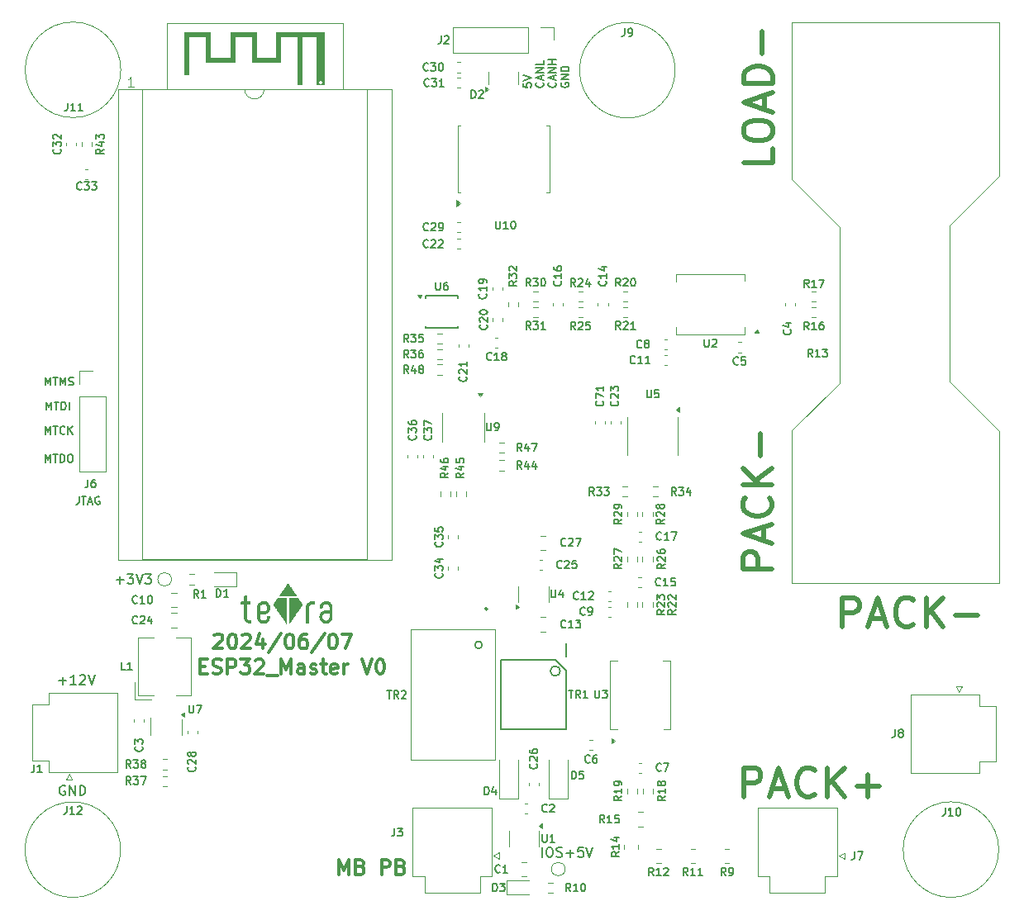
<source format=gbr>
%TF.GenerationSoftware,KiCad,Pcbnew,8.0.3*%
%TF.CreationDate,2024-06-10T17:44:00+09:00*%
%TF.ProjectId,ESP32_Master,45535033-325f-44d6-9173-7465722e6b69,rev?*%
%TF.SameCoordinates,Original*%
%TF.FileFunction,Legend,Top*%
%TF.FilePolarity,Positive*%
%FSLAX46Y46*%
G04 Gerber Fmt 4.6, Leading zero omitted, Abs format (unit mm)*
G04 Created by KiCad (PCBNEW 8.0.3) date 2024-06-10 17:44:00*
%MOMM*%
%LPD*%
G01*
G04 APERTURE LIST*
%ADD10C,0.120000*%
%ADD11C,0.150000*%
%ADD12C,0.300000*%
%ADD13C,0.200000*%
%ADD14C,0.500000*%
%ADD15C,0.100000*%
%ADD16C,0.000000*%
%ADD17C,0.010000*%
G04 APERTURE END LIST*
D10*
X149850000Y-145000000D02*
G75*
G02*
X140050000Y-145000000I-4900000J0D01*
G01*
X140050000Y-145000000D02*
G75*
G02*
X149850000Y-145000000I4900000J0D01*
G01*
X59910000Y-65052500D02*
G75*
G02*
X50110000Y-65052500I-4900000J0D01*
G01*
X50110000Y-65052500D02*
G75*
G02*
X59910000Y-65052500I4900000J0D01*
G01*
X59890000Y-145010000D02*
G75*
G02*
X50090000Y-145010000I-4900000J0D01*
G01*
X50090000Y-145010000D02*
G75*
G02*
X59890000Y-145010000I4900000J0D01*
G01*
X116700000Y-65100000D02*
G75*
G02*
X106900000Y-65100000I-4900000J0D01*
G01*
X106900000Y-65100000D02*
G75*
G02*
X116700000Y-65100000I4900000J0D01*
G01*
D11*
X55617731Y-108794295D02*
X55617731Y-109365723D01*
X55617731Y-109365723D02*
X55579636Y-109480009D01*
X55579636Y-109480009D02*
X55503445Y-109556200D01*
X55503445Y-109556200D02*
X55389160Y-109594295D01*
X55389160Y-109594295D02*
X55312969Y-109594295D01*
X55884398Y-108794295D02*
X56341541Y-108794295D01*
X56112969Y-109594295D02*
X56112969Y-108794295D01*
X56570112Y-109365723D02*
X56951065Y-109365723D01*
X56493922Y-109594295D02*
X56760589Y-108794295D01*
X56760589Y-108794295D02*
X57027255Y-109594295D01*
X57712969Y-108832390D02*
X57636779Y-108794295D01*
X57636779Y-108794295D02*
X57522493Y-108794295D01*
X57522493Y-108794295D02*
X57408207Y-108832390D01*
X57408207Y-108832390D02*
X57332017Y-108908580D01*
X57332017Y-108908580D02*
X57293922Y-108984771D01*
X57293922Y-108984771D02*
X57255826Y-109137152D01*
X57255826Y-109137152D02*
X57255826Y-109251438D01*
X57255826Y-109251438D02*
X57293922Y-109403819D01*
X57293922Y-109403819D02*
X57332017Y-109480009D01*
X57332017Y-109480009D02*
X57408207Y-109556200D01*
X57408207Y-109556200D02*
X57522493Y-109594295D01*
X57522493Y-109594295D02*
X57598684Y-109594295D01*
X57598684Y-109594295D02*
X57712969Y-109556200D01*
X57712969Y-109556200D02*
X57751065Y-109518104D01*
X57751065Y-109518104D02*
X57751065Y-109251438D01*
X57751065Y-109251438D02*
X57598684Y-109251438D01*
X52289160Y-99894295D02*
X52289160Y-99094295D01*
X52289160Y-99094295D02*
X52555826Y-99665723D01*
X52555826Y-99665723D02*
X52822493Y-99094295D01*
X52822493Y-99094295D02*
X52822493Y-99894295D01*
X53089160Y-99094295D02*
X53546303Y-99094295D01*
X53317731Y-99894295D02*
X53317731Y-99094295D01*
X53812970Y-99894295D02*
X53812970Y-99094295D01*
X53812970Y-99094295D02*
X54003446Y-99094295D01*
X54003446Y-99094295D02*
X54117732Y-99132390D01*
X54117732Y-99132390D02*
X54193922Y-99208580D01*
X54193922Y-99208580D02*
X54232017Y-99284771D01*
X54232017Y-99284771D02*
X54270113Y-99437152D01*
X54270113Y-99437152D02*
X54270113Y-99551438D01*
X54270113Y-99551438D02*
X54232017Y-99703819D01*
X54232017Y-99703819D02*
X54193922Y-99780009D01*
X54193922Y-99780009D02*
X54117732Y-99856200D01*
X54117732Y-99856200D02*
X54003446Y-99894295D01*
X54003446Y-99894295D02*
X53812970Y-99894295D01*
X54612970Y-99894295D02*
X54612970Y-99094295D01*
D12*
X69483082Y-123043685D02*
X69554510Y-122972257D01*
X69554510Y-122972257D02*
X69697368Y-122900828D01*
X69697368Y-122900828D02*
X70054510Y-122900828D01*
X70054510Y-122900828D02*
X70197368Y-122972257D01*
X70197368Y-122972257D02*
X70268796Y-123043685D01*
X70268796Y-123043685D02*
X70340225Y-123186542D01*
X70340225Y-123186542D02*
X70340225Y-123329400D01*
X70340225Y-123329400D02*
X70268796Y-123543685D01*
X70268796Y-123543685D02*
X69411653Y-124400828D01*
X69411653Y-124400828D02*
X70340225Y-124400828D01*
X71268796Y-122900828D02*
X71411653Y-122900828D01*
X71411653Y-122900828D02*
X71554510Y-122972257D01*
X71554510Y-122972257D02*
X71625939Y-123043685D01*
X71625939Y-123043685D02*
X71697367Y-123186542D01*
X71697367Y-123186542D02*
X71768796Y-123472257D01*
X71768796Y-123472257D02*
X71768796Y-123829400D01*
X71768796Y-123829400D02*
X71697367Y-124115114D01*
X71697367Y-124115114D02*
X71625939Y-124257971D01*
X71625939Y-124257971D02*
X71554510Y-124329400D01*
X71554510Y-124329400D02*
X71411653Y-124400828D01*
X71411653Y-124400828D02*
X71268796Y-124400828D01*
X71268796Y-124400828D02*
X71125939Y-124329400D01*
X71125939Y-124329400D02*
X71054510Y-124257971D01*
X71054510Y-124257971D02*
X70983081Y-124115114D01*
X70983081Y-124115114D02*
X70911653Y-123829400D01*
X70911653Y-123829400D02*
X70911653Y-123472257D01*
X70911653Y-123472257D02*
X70983081Y-123186542D01*
X70983081Y-123186542D02*
X71054510Y-123043685D01*
X71054510Y-123043685D02*
X71125939Y-122972257D01*
X71125939Y-122972257D02*
X71268796Y-122900828D01*
X72340224Y-123043685D02*
X72411652Y-122972257D01*
X72411652Y-122972257D02*
X72554510Y-122900828D01*
X72554510Y-122900828D02*
X72911652Y-122900828D01*
X72911652Y-122900828D02*
X73054510Y-122972257D01*
X73054510Y-122972257D02*
X73125938Y-123043685D01*
X73125938Y-123043685D02*
X73197367Y-123186542D01*
X73197367Y-123186542D02*
X73197367Y-123329400D01*
X73197367Y-123329400D02*
X73125938Y-123543685D01*
X73125938Y-123543685D02*
X72268795Y-124400828D01*
X72268795Y-124400828D02*
X73197367Y-124400828D01*
X74483081Y-123400828D02*
X74483081Y-124400828D01*
X74125938Y-122829400D02*
X73768795Y-123900828D01*
X73768795Y-123900828D02*
X74697366Y-123900828D01*
X76340223Y-122829400D02*
X75054509Y-124757971D01*
X77125938Y-122900828D02*
X77268795Y-122900828D01*
X77268795Y-122900828D02*
X77411652Y-122972257D01*
X77411652Y-122972257D02*
X77483081Y-123043685D01*
X77483081Y-123043685D02*
X77554509Y-123186542D01*
X77554509Y-123186542D02*
X77625938Y-123472257D01*
X77625938Y-123472257D02*
X77625938Y-123829400D01*
X77625938Y-123829400D02*
X77554509Y-124115114D01*
X77554509Y-124115114D02*
X77483081Y-124257971D01*
X77483081Y-124257971D02*
X77411652Y-124329400D01*
X77411652Y-124329400D02*
X77268795Y-124400828D01*
X77268795Y-124400828D02*
X77125938Y-124400828D01*
X77125938Y-124400828D02*
X76983081Y-124329400D01*
X76983081Y-124329400D02*
X76911652Y-124257971D01*
X76911652Y-124257971D02*
X76840223Y-124115114D01*
X76840223Y-124115114D02*
X76768795Y-123829400D01*
X76768795Y-123829400D02*
X76768795Y-123472257D01*
X76768795Y-123472257D02*
X76840223Y-123186542D01*
X76840223Y-123186542D02*
X76911652Y-123043685D01*
X76911652Y-123043685D02*
X76983081Y-122972257D01*
X76983081Y-122972257D02*
X77125938Y-122900828D01*
X78911652Y-122900828D02*
X78625937Y-122900828D01*
X78625937Y-122900828D02*
X78483080Y-122972257D01*
X78483080Y-122972257D02*
X78411652Y-123043685D01*
X78411652Y-123043685D02*
X78268794Y-123257971D01*
X78268794Y-123257971D02*
X78197366Y-123543685D01*
X78197366Y-123543685D02*
X78197366Y-124115114D01*
X78197366Y-124115114D02*
X78268794Y-124257971D01*
X78268794Y-124257971D02*
X78340223Y-124329400D01*
X78340223Y-124329400D02*
X78483080Y-124400828D01*
X78483080Y-124400828D02*
X78768794Y-124400828D01*
X78768794Y-124400828D02*
X78911652Y-124329400D01*
X78911652Y-124329400D02*
X78983080Y-124257971D01*
X78983080Y-124257971D02*
X79054509Y-124115114D01*
X79054509Y-124115114D02*
X79054509Y-123757971D01*
X79054509Y-123757971D02*
X78983080Y-123615114D01*
X78983080Y-123615114D02*
X78911652Y-123543685D01*
X78911652Y-123543685D02*
X78768794Y-123472257D01*
X78768794Y-123472257D02*
X78483080Y-123472257D01*
X78483080Y-123472257D02*
X78340223Y-123543685D01*
X78340223Y-123543685D02*
X78268794Y-123615114D01*
X78268794Y-123615114D02*
X78197366Y-123757971D01*
X80768794Y-122829400D02*
X79483080Y-124757971D01*
X81554509Y-122900828D02*
X81697366Y-122900828D01*
X81697366Y-122900828D02*
X81840223Y-122972257D01*
X81840223Y-122972257D02*
X81911652Y-123043685D01*
X81911652Y-123043685D02*
X81983080Y-123186542D01*
X81983080Y-123186542D02*
X82054509Y-123472257D01*
X82054509Y-123472257D02*
X82054509Y-123829400D01*
X82054509Y-123829400D02*
X81983080Y-124115114D01*
X81983080Y-124115114D02*
X81911652Y-124257971D01*
X81911652Y-124257971D02*
X81840223Y-124329400D01*
X81840223Y-124329400D02*
X81697366Y-124400828D01*
X81697366Y-124400828D02*
X81554509Y-124400828D01*
X81554509Y-124400828D02*
X81411652Y-124329400D01*
X81411652Y-124329400D02*
X81340223Y-124257971D01*
X81340223Y-124257971D02*
X81268794Y-124115114D01*
X81268794Y-124115114D02*
X81197366Y-123829400D01*
X81197366Y-123829400D02*
X81197366Y-123472257D01*
X81197366Y-123472257D02*
X81268794Y-123186542D01*
X81268794Y-123186542D02*
X81340223Y-123043685D01*
X81340223Y-123043685D02*
X81411652Y-122972257D01*
X81411652Y-122972257D02*
X81554509Y-122900828D01*
X82554508Y-122900828D02*
X83554508Y-122900828D01*
X83554508Y-122900828D02*
X82911651Y-124400828D01*
D13*
X54193482Y-138464838D02*
X54098244Y-138417219D01*
X54098244Y-138417219D02*
X53955387Y-138417219D01*
X53955387Y-138417219D02*
X53812530Y-138464838D01*
X53812530Y-138464838D02*
X53717292Y-138560076D01*
X53717292Y-138560076D02*
X53669673Y-138655314D01*
X53669673Y-138655314D02*
X53622054Y-138845790D01*
X53622054Y-138845790D02*
X53622054Y-138988647D01*
X53622054Y-138988647D02*
X53669673Y-139179123D01*
X53669673Y-139179123D02*
X53717292Y-139274361D01*
X53717292Y-139274361D02*
X53812530Y-139369600D01*
X53812530Y-139369600D02*
X53955387Y-139417219D01*
X53955387Y-139417219D02*
X54050625Y-139417219D01*
X54050625Y-139417219D02*
X54193482Y-139369600D01*
X54193482Y-139369600D02*
X54241101Y-139321980D01*
X54241101Y-139321980D02*
X54241101Y-138988647D01*
X54241101Y-138988647D02*
X54050625Y-138988647D01*
X54669673Y-139417219D02*
X54669673Y-138417219D01*
X54669673Y-138417219D02*
X55241101Y-139417219D01*
X55241101Y-139417219D02*
X55241101Y-138417219D01*
X55717292Y-139417219D02*
X55717292Y-138417219D01*
X55717292Y-138417219D02*
X55955387Y-138417219D01*
X55955387Y-138417219D02*
X56098244Y-138464838D01*
X56098244Y-138464838D02*
X56193482Y-138560076D01*
X56193482Y-138560076D02*
X56241101Y-138655314D01*
X56241101Y-138655314D02*
X56288720Y-138845790D01*
X56288720Y-138845790D02*
X56288720Y-138988647D01*
X56288720Y-138988647D02*
X56241101Y-139179123D01*
X56241101Y-139179123D02*
X56193482Y-139274361D01*
X56193482Y-139274361D02*
X56098244Y-139369600D01*
X56098244Y-139369600D02*
X55955387Y-139417219D01*
X55955387Y-139417219D02*
X55717292Y-139417219D01*
D11*
X52189160Y-97394295D02*
X52189160Y-96594295D01*
X52189160Y-96594295D02*
X52455826Y-97165723D01*
X52455826Y-97165723D02*
X52722493Y-96594295D01*
X52722493Y-96594295D02*
X52722493Y-97394295D01*
X52989160Y-96594295D02*
X53446303Y-96594295D01*
X53217731Y-97394295D02*
X53217731Y-96594295D01*
X53712970Y-97394295D02*
X53712970Y-96594295D01*
X53712970Y-96594295D02*
X53979636Y-97165723D01*
X53979636Y-97165723D02*
X54246303Y-96594295D01*
X54246303Y-96594295D02*
X54246303Y-97394295D01*
X54589160Y-97356200D02*
X54703446Y-97394295D01*
X54703446Y-97394295D02*
X54893922Y-97394295D01*
X54893922Y-97394295D02*
X54970113Y-97356200D01*
X54970113Y-97356200D02*
X55008208Y-97318104D01*
X55008208Y-97318104D02*
X55046303Y-97241914D01*
X55046303Y-97241914D02*
X55046303Y-97165723D01*
X55046303Y-97165723D02*
X55008208Y-97089533D01*
X55008208Y-97089533D02*
X54970113Y-97051438D01*
X54970113Y-97051438D02*
X54893922Y-97013342D01*
X54893922Y-97013342D02*
X54741541Y-96975247D01*
X54741541Y-96975247D02*
X54665351Y-96937152D01*
X54665351Y-96937152D02*
X54627256Y-96899057D01*
X54627256Y-96899057D02*
X54589160Y-96822866D01*
X54589160Y-96822866D02*
X54589160Y-96746676D01*
X54589160Y-96746676D02*
X54627256Y-96670485D01*
X54627256Y-96670485D02*
X54665351Y-96632390D01*
X54665351Y-96632390D02*
X54741541Y-96594295D01*
X54741541Y-96594295D02*
X54932018Y-96594295D01*
X54932018Y-96594295D02*
X55046303Y-96632390D01*
D14*
X123743232Y-139606857D02*
X123743232Y-136606857D01*
X123743232Y-136606857D02*
X124886089Y-136606857D01*
X124886089Y-136606857D02*
X125171804Y-136749714D01*
X125171804Y-136749714D02*
X125314661Y-136892571D01*
X125314661Y-136892571D02*
X125457518Y-137178285D01*
X125457518Y-137178285D02*
X125457518Y-137606857D01*
X125457518Y-137606857D02*
X125314661Y-137892571D01*
X125314661Y-137892571D02*
X125171804Y-138035428D01*
X125171804Y-138035428D02*
X124886089Y-138178285D01*
X124886089Y-138178285D02*
X123743232Y-138178285D01*
X126600375Y-138749714D02*
X128028947Y-138749714D01*
X126314661Y-139606857D02*
X127314661Y-136606857D01*
X127314661Y-136606857D02*
X128314661Y-139606857D01*
X131028947Y-139321142D02*
X130886090Y-139464000D01*
X130886090Y-139464000D02*
X130457518Y-139606857D01*
X130457518Y-139606857D02*
X130171804Y-139606857D01*
X130171804Y-139606857D02*
X129743233Y-139464000D01*
X129743233Y-139464000D02*
X129457518Y-139178285D01*
X129457518Y-139178285D02*
X129314661Y-138892571D01*
X129314661Y-138892571D02*
X129171804Y-138321142D01*
X129171804Y-138321142D02*
X129171804Y-137892571D01*
X129171804Y-137892571D02*
X129314661Y-137321142D01*
X129314661Y-137321142D02*
X129457518Y-137035428D01*
X129457518Y-137035428D02*
X129743233Y-136749714D01*
X129743233Y-136749714D02*
X130171804Y-136606857D01*
X130171804Y-136606857D02*
X130457518Y-136606857D01*
X130457518Y-136606857D02*
X130886090Y-136749714D01*
X130886090Y-136749714D02*
X131028947Y-136892571D01*
X132314661Y-139606857D02*
X132314661Y-136606857D01*
X134028947Y-139606857D02*
X132743233Y-137892571D01*
X134028947Y-136606857D02*
X132314661Y-138321142D01*
X135314661Y-138464000D02*
X137600376Y-138464000D01*
X136457518Y-139606857D02*
X136457518Y-137321142D01*
D11*
X52189160Y-102394295D02*
X52189160Y-101594295D01*
X52189160Y-101594295D02*
X52455826Y-102165723D01*
X52455826Y-102165723D02*
X52722493Y-101594295D01*
X52722493Y-101594295D02*
X52722493Y-102394295D01*
X52989160Y-101594295D02*
X53446303Y-101594295D01*
X53217731Y-102394295D02*
X53217731Y-101594295D01*
X54170113Y-102318104D02*
X54132017Y-102356200D01*
X54132017Y-102356200D02*
X54017732Y-102394295D01*
X54017732Y-102394295D02*
X53941541Y-102394295D01*
X53941541Y-102394295D02*
X53827255Y-102356200D01*
X53827255Y-102356200D02*
X53751065Y-102280009D01*
X53751065Y-102280009D02*
X53712970Y-102203819D01*
X53712970Y-102203819D02*
X53674874Y-102051438D01*
X53674874Y-102051438D02*
X53674874Y-101937152D01*
X53674874Y-101937152D02*
X53712970Y-101784771D01*
X53712970Y-101784771D02*
X53751065Y-101708580D01*
X53751065Y-101708580D02*
X53827255Y-101632390D01*
X53827255Y-101632390D02*
X53941541Y-101594295D01*
X53941541Y-101594295D02*
X54017732Y-101594295D01*
X54017732Y-101594295D02*
X54132017Y-101632390D01*
X54132017Y-101632390D02*
X54170113Y-101670485D01*
X54512970Y-102394295D02*
X54512970Y-101594295D01*
X54970113Y-102394295D02*
X54627255Y-101937152D01*
X54970113Y-101594295D02*
X54512970Y-102051438D01*
D12*
X68054510Y-126215114D02*
X68554510Y-126215114D01*
X68768796Y-127000828D02*
X68054510Y-127000828D01*
X68054510Y-127000828D02*
X68054510Y-125500828D01*
X68054510Y-125500828D02*
X68768796Y-125500828D01*
X69340225Y-126929400D02*
X69554511Y-127000828D01*
X69554511Y-127000828D02*
X69911653Y-127000828D01*
X69911653Y-127000828D02*
X70054511Y-126929400D01*
X70054511Y-126929400D02*
X70125939Y-126857971D01*
X70125939Y-126857971D02*
X70197368Y-126715114D01*
X70197368Y-126715114D02*
X70197368Y-126572257D01*
X70197368Y-126572257D02*
X70125939Y-126429400D01*
X70125939Y-126429400D02*
X70054511Y-126357971D01*
X70054511Y-126357971D02*
X69911653Y-126286542D01*
X69911653Y-126286542D02*
X69625939Y-126215114D01*
X69625939Y-126215114D02*
X69483082Y-126143685D01*
X69483082Y-126143685D02*
X69411653Y-126072257D01*
X69411653Y-126072257D02*
X69340225Y-125929400D01*
X69340225Y-125929400D02*
X69340225Y-125786542D01*
X69340225Y-125786542D02*
X69411653Y-125643685D01*
X69411653Y-125643685D02*
X69483082Y-125572257D01*
X69483082Y-125572257D02*
X69625939Y-125500828D01*
X69625939Y-125500828D02*
X69983082Y-125500828D01*
X69983082Y-125500828D02*
X70197368Y-125572257D01*
X70840224Y-127000828D02*
X70840224Y-125500828D01*
X70840224Y-125500828D02*
X71411653Y-125500828D01*
X71411653Y-125500828D02*
X71554510Y-125572257D01*
X71554510Y-125572257D02*
X71625939Y-125643685D01*
X71625939Y-125643685D02*
X71697367Y-125786542D01*
X71697367Y-125786542D02*
X71697367Y-126000828D01*
X71697367Y-126000828D02*
X71625939Y-126143685D01*
X71625939Y-126143685D02*
X71554510Y-126215114D01*
X71554510Y-126215114D02*
X71411653Y-126286542D01*
X71411653Y-126286542D02*
X70840224Y-126286542D01*
X72197367Y-125500828D02*
X73125939Y-125500828D01*
X73125939Y-125500828D02*
X72625939Y-126072257D01*
X72625939Y-126072257D02*
X72840224Y-126072257D01*
X72840224Y-126072257D02*
X72983082Y-126143685D01*
X72983082Y-126143685D02*
X73054510Y-126215114D01*
X73054510Y-126215114D02*
X73125939Y-126357971D01*
X73125939Y-126357971D02*
X73125939Y-126715114D01*
X73125939Y-126715114D02*
X73054510Y-126857971D01*
X73054510Y-126857971D02*
X72983082Y-126929400D01*
X72983082Y-126929400D02*
X72840224Y-127000828D01*
X72840224Y-127000828D02*
X72411653Y-127000828D01*
X72411653Y-127000828D02*
X72268796Y-126929400D01*
X72268796Y-126929400D02*
X72197367Y-126857971D01*
X73697367Y-125643685D02*
X73768795Y-125572257D01*
X73768795Y-125572257D02*
X73911653Y-125500828D01*
X73911653Y-125500828D02*
X74268795Y-125500828D01*
X74268795Y-125500828D02*
X74411653Y-125572257D01*
X74411653Y-125572257D02*
X74483081Y-125643685D01*
X74483081Y-125643685D02*
X74554510Y-125786542D01*
X74554510Y-125786542D02*
X74554510Y-125929400D01*
X74554510Y-125929400D02*
X74483081Y-126143685D01*
X74483081Y-126143685D02*
X73625938Y-127000828D01*
X73625938Y-127000828D02*
X74554510Y-127000828D01*
X74840224Y-127143685D02*
X75983081Y-127143685D01*
X76340223Y-127000828D02*
X76340223Y-125500828D01*
X76340223Y-125500828D02*
X76840223Y-126572257D01*
X76840223Y-126572257D02*
X77340223Y-125500828D01*
X77340223Y-125500828D02*
X77340223Y-127000828D01*
X78697367Y-127000828D02*
X78697367Y-126215114D01*
X78697367Y-126215114D02*
X78625938Y-126072257D01*
X78625938Y-126072257D02*
X78483081Y-126000828D01*
X78483081Y-126000828D02*
X78197367Y-126000828D01*
X78197367Y-126000828D02*
X78054509Y-126072257D01*
X78697367Y-126929400D02*
X78554509Y-127000828D01*
X78554509Y-127000828D02*
X78197367Y-127000828D01*
X78197367Y-127000828D02*
X78054509Y-126929400D01*
X78054509Y-126929400D02*
X77983081Y-126786542D01*
X77983081Y-126786542D02*
X77983081Y-126643685D01*
X77983081Y-126643685D02*
X78054509Y-126500828D01*
X78054509Y-126500828D02*
X78197367Y-126429400D01*
X78197367Y-126429400D02*
X78554509Y-126429400D01*
X78554509Y-126429400D02*
X78697367Y-126357971D01*
X79340224Y-126929400D02*
X79483081Y-127000828D01*
X79483081Y-127000828D02*
X79768795Y-127000828D01*
X79768795Y-127000828D02*
X79911652Y-126929400D01*
X79911652Y-126929400D02*
X79983081Y-126786542D01*
X79983081Y-126786542D02*
X79983081Y-126715114D01*
X79983081Y-126715114D02*
X79911652Y-126572257D01*
X79911652Y-126572257D02*
X79768795Y-126500828D01*
X79768795Y-126500828D02*
X79554510Y-126500828D01*
X79554510Y-126500828D02*
X79411652Y-126429400D01*
X79411652Y-126429400D02*
X79340224Y-126286542D01*
X79340224Y-126286542D02*
X79340224Y-126215114D01*
X79340224Y-126215114D02*
X79411652Y-126072257D01*
X79411652Y-126072257D02*
X79554510Y-126000828D01*
X79554510Y-126000828D02*
X79768795Y-126000828D01*
X79768795Y-126000828D02*
X79911652Y-126072257D01*
X80411653Y-126000828D02*
X80983081Y-126000828D01*
X80625938Y-125500828D02*
X80625938Y-126786542D01*
X80625938Y-126786542D02*
X80697367Y-126929400D01*
X80697367Y-126929400D02*
X80840224Y-127000828D01*
X80840224Y-127000828D02*
X80983081Y-127000828D01*
X82054510Y-126929400D02*
X81911653Y-127000828D01*
X81911653Y-127000828D02*
X81625939Y-127000828D01*
X81625939Y-127000828D02*
X81483081Y-126929400D01*
X81483081Y-126929400D02*
X81411653Y-126786542D01*
X81411653Y-126786542D02*
X81411653Y-126215114D01*
X81411653Y-126215114D02*
X81483081Y-126072257D01*
X81483081Y-126072257D02*
X81625939Y-126000828D01*
X81625939Y-126000828D02*
X81911653Y-126000828D01*
X81911653Y-126000828D02*
X82054510Y-126072257D01*
X82054510Y-126072257D02*
X82125939Y-126215114D01*
X82125939Y-126215114D02*
X82125939Y-126357971D01*
X82125939Y-126357971D02*
X81411653Y-126500828D01*
X82768795Y-127000828D02*
X82768795Y-126000828D01*
X82768795Y-126286542D02*
X82840224Y-126143685D01*
X82840224Y-126143685D02*
X82911653Y-126072257D01*
X82911653Y-126072257D02*
X83054510Y-126000828D01*
X83054510Y-126000828D02*
X83197367Y-126000828D01*
X84625938Y-125500828D02*
X85125938Y-127000828D01*
X85125938Y-127000828D02*
X85625938Y-125500828D01*
X86411652Y-125500828D02*
X86554509Y-125500828D01*
X86554509Y-125500828D02*
X86697366Y-125572257D01*
X86697366Y-125572257D02*
X86768795Y-125643685D01*
X86768795Y-125643685D02*
X86840223Y-125786542D01*
X86840223Y-125786542D02*
X86911652Y-126072257D01*
X86911652Y-126072257D02*
X86911652Y-126429400D01*
X86911652Y-126429400D02*
X86840223Y-126715114D01*
X86840223Y-126715114D02*
X86768795Y-126857971D01*
X86768795Y-126857971D02*
X86697366Y-126929400D01*
X86697366Y-126929400D02*
X86554509Y-127000828D01*
X86554509Y-127000828D02*
X86411652Y-127000828D01*
X86411652Y-127000828D02*
X86268795Y-126929400D01*
X86268795Y-126929400D02*
X86197366Y-126857971D01*
X86197366Y-126857971D02*
X86125937Y-126715114D01*
X86125937Y-126715114D02*
X86054509Y-126429400D01*
X86054509Y-126429400D02*
X86054509Y-126072257D01*
X86054509Y-126072257D02*
X86125937Y-125786542D01*
X86125937Y-125786542D02*
X86197366Y-125643685D01*
X86197366Y-125643685D02*
X86268795Y-125572257D01*
X86268795Y-125572257D02*
X86411652Y-125500828D01*
D11*
X52189160Y-105294295D02*
X52189160Y-104494295D01*
X52189160Y-104494295D02*
X52455826Y-105065723D01*
X52455826Y-105065723D02*
X52722493Y-104494295D01*
X52722493Y-104494295D02*
X52722493Y-105294295D01*
X52989160Y-104494295D02*
X53446303Y-104494295D01*
X53217731Y-105294295D02*
X53217731Y-104494295D01*
X53712970Y-105294295D02*
X53712970Y-104494295D01*
X53712970Y-104494295D02*
X53903446Y-104494295D01*
X53903446Y-104494295D02*
X54017732Y-104532390D01*
X54017732Y-104532390D02*
X54093922Y-104608580D01*
X54093922Y-104608580D02*
X54132017Y-104684771D01*
X54132017Y-104684771D02*
X54170113Y-104837152D01*
X54170113Y-104837152D02*
X54170113Y-104951438D01*
X54170113Y-104951438D02*
X54132017Y-105103819D01*
X54132017Y-105103819D02*
X54093922Y-105180009D01*
X54093922Y-105180009D02*
X54017732Y-105256200D01*
X54017732Y-105256200D02*
X53903446Y-105294295D01*
X53903446Y-105294295D02*
X53712970Y-105294295D01*
X54665351Y-104494295D02*
X54817732Y-104494295D01*
X54817732Y-104494295D02*
X54893922Y-104532390D01*
X54893922Y-104532390D02*
X54970113Y-104608580D01*
X54970113Y-104608580D02*
X55008208Y-104760961D01*
X55008208Y-104760961D02*
X55008208Y-105027628D01*
X55008208Y-105027628D02*
X54970113Y-105180009D01*
X54970113Y-105180009D02*
X54893922Y-105256200D01*
X54893922Y-105256200D02*
X54817732Y-105294295D01*
X54817732Y-105294295D02*
X54665351Y-105294295D01*
X54665351Y-105294295D02*
X54589160Y-105256200D01*
X54589160Y-105256200D02*
X54512970Y-105180009D01*
X54512970Y-105180009D02*
X54474874Y-105027628D01*
X54474874Y-105027628D02*
X54474874Y-104760961D01*
X54474874Y-104760961D02*
X54512970Y-104608580D01*
X54512970Y-104608580D02*
X54589160Y-104532390D01*
X54589160Y-104532390D02*
X54665351Y-104494295D01*
D13*
X53569673Y-127686266D02*
X54331578Y-127686266D01*
X53950625Y-128067219D02*
X53950625Y-127305314D01*
X55331577Y-128067219D02*
X54760149Y-128067219D01*
X55045863Y-128067219D02*
X55045863Y-127067219D01*
X55045863Y-127067219D02*
X54950625Y-127210076D01*
X54950625Y-127210076D02*
X54855387Y-127305314D01*
X54855387Y-127305314D02*
X54760149Y-127352933D01*
X55712530Y-127162457D02*
X55760149Y-127114838D01*
X55760149Y-127114838D02*
X55855387Y-127067219D01*
X55855387Y-127067219D02*
X56093482Y-127067219D01*
X56093482Y-127067219D02*
X56188720Y-127114838D01*
X56188720Y-127114838D02*
X56236339Y-127162457D01*
X56236339Y-127162457D02*
X56283958Y-127257695D01*
X56283958Y-127257695D02*
X56283958Y-127352933D01*
X56283958Y-127352933D02*
X56236339Y-127495790D01*
X56236339Y-127495790D02*
X55664911Y-128067219D01*
X55664911Y-128067219D02*
X56283958Y-128067219D01*
X56569673Y-127067219D02*
X56903006Y-128067219D01*
X56903006Y-128067219D02*
X57236339Y-127067219D01*
D11*
X101130430Y-66429887D02*
X101130430Y-66810839D01*
X101130430Y-66810839D02*
X101511382Y-66848935D01*
X101511382Y-66848935D02*
X101473287Y-66810839D01*
X101473287Y-66810839D02*
X101435192Y-66734649D01*
X101435192Y-66734649D02*
X101435192Y-66544173D01*
X101435192Y-66544173D02*
X101473287Y-66467982D01*
X101473287Y-66467982D02*
X101511382Y-66429887D01*
X101511382Y-66429887D02*
X101587573Y-66391792D01*
X101587573Y-66391792D02*
X101778049Y-66391792D01*
X101778049Y-66391792D02*
X101854239Y-66429887D01*
X101854239Y-66429887D02*
X101892335Y-66467982D01*
X101892335Y-66467982D02*
X101930430Y-66544173D01*
X101930430Y-66544173D02*
X101930430Y-66734649D01*
X101930430Y-66734649D02*
X101892335Y-66810839D01*
X101892335Y-66810839D02*
X101854239Y-66848935D01*
X101130430Y-66163220D02*
X101930430Y-65896553D01*
X101930430Y-65896553D02*
X101130430Y-65629887D01*
X103142194Y-66353696D02*
X103180290Y-66391792D01*
X103180290Y-66391792D02*
X103218385Y-66506077D01*
X103218385Y-66506077D02*
X103218385Y-66582268D01*
X103218385Y-66582268D02*
X103180290Y-66696554D01*
X103180290Y-66696554D02*
X103104099Y-66772744D01*
X103104099Y-66772744D02*
X103027909Y-66810839D01*
X103027909Y-66810839D02*
X102875528Y-66848935D01*
X102875528Y-66848935D02*
X102761242Y-66848935D01*
X102761242Y-66848935D02*
X102608861Y-66810839D01*
X102608861Y-66810839D02*
X102532670Y-66772744D01*
X102532670Y-66772744D02*
X102456480Y-66696554D01*
X102456480Y-66696554D02*
X102418385Y-66582268D01*
X102418385Y-66582268D02*
X102418385Y-66506077D01*
X102418385Y-66506077D02*
X102456480Y-66391792D01*
X102456480Y-66391792D02*
X102494575Y-66353696D01*
X102989813Y-66048935D02*
X102989813Y-65667982D01*
X103218385Y-66125125D02*
X102418385Y-65858458D01*
X102418385Y-65858458D02*
X103218385Y-65591792D01*
X103218385Y-65325125D02*
X102418385Y-65325125D01*
X102418385Y-65325125D02*
X103218385Y-64867982D01*
X103218385Y-64867982D02*
X102418385Y-64867982D01*
X103218385Y-64106078D02*
X103218385Y-64487030D01*
X103218385Y-64487030D02*
X102418385Y-64487030D01*
X104430149Y-66353696D02*
X104468245Y-66391792D01*
X104468245Y-66391792D02*
X104506340Y-66506077D01*
X104506340Y-66506077D02*
X104506340Y-66582268D01*
X104506340Y-66582268D02*
X104468245Y-66696554D01*
X104468245Y-66696554D02*
X104392054Y-66772744D01*
X104392054Y-66772744D02*
X104315864Y-66810839D01*
X104315864Y-66810839D02*
X104163483Y-66848935D01*
X104163483Y-66848935D02*
X104049197Y-66848935D01*
X104049197Y-66848935D02*
X103896816Y-66810839D01*
X103896816Y-66810839D02*
X103820625Y-66772744D01*
X103820625Y-66772744D02*
X103744435Y-66696554D01*
X103744435Y-66696554D02*
X103706340Y-66582268D01*
X103706340Y-66582268D02*
X103706340Y-66506077D01*
X103706340Y-66506077D02*
X103744435Y-66391792D01*
X103744435Y-66391792D02*
X103782530Y-66353696D01*
X104277768Y-66048935D02*
X104277768Y-65667982D01*
X104506340Y-66125125D02*
X103706340Y-65858458D01*
X103706340Y-65858458D02*
X104506340Y-65591792D01*
X104506340Y-65325125D02*
X103706340Y-65325125D01*
X103706340Y-65325125D02*
X104506340Y-64867982D01*
X104506340Y-64867982D02*
X103706340Y-64867982D01*
X104506340Y-64487030D02*
X103706340Y-64487030D01*
X104087292Y-64487030D02*
X104087292Y-64029887D01*
X104506340Y-64029887D02*
X103706340Y-64029887D01*
X105032390Y-66391792D02*
X104994295Y-66467982D01*
X104994295Y-66467982D02*
X104994295Y-66582268D01*
X104994295Y-66582268D02*
X105032390Y-66696554D01*
X105032390Y-66696554D02*
X105108580Y-66772744D01*
X105108580Y-66772744D02*
X105184771Y-66810839D01*
X105184771Y-66810839D02*
X105337152Y-66848935D01*
X105337152Y-66848935D02*
X105451438Y-66848935D01*
X105451438Y-66848935D02*
X105603819Y-66810839D01*
X105603819Y-66810839D02*
X105680009Y-66772744D01*
X105680009Y-66772744D02*
X105756200Y-66696554D01*
X105756200Y-66696554D02*
X105794295Y-66582268D01*
X105794295Y-66582268D02*
X105794295Y-66506077D01*
X105794295Y-66506077D02*
X105756200Y-66391792D01*
X105756200Y-66391792D02*
X105718104Y-66353696D01*
X105718104Y-66353696D02*
X105451438Y-66353696D01*
X105451438Y-66353696D02*
X105451438Y-66506077D01*
X105794295Y-66010839D02*
X104994295Y-66010839D01*
X104994295Y-66010839D02*
X105794295Y-65553696D01*
X105794295Y-65553696D02*
X104994295Y-65553696D01*
X105794295Y-65172744D02*
X104994295Y-65172744D01*
X104994295Y-65172744D02*
X104994295Y-64982268D01*
X104994295Y-64982268D02*
X105032390Y-64867982D01*
X105032390Y-64867982D02*
X105108580Y-64791792D01*
X105108580Y-64791792D02*
X105184771Y-64753697D01*
X105184771Y-64753697D02*
X105337152Y-64715601D01*
X105337152Y-64715601D02*
X105451438Y-64715601D01*
X105451438Y-64715601D02*
X105603819Y-64753697D01*
X105603819Y-64753697D02*
X105680009Y-64791792D01*
X105680009Y-64791792D02*
X105756200Y-64867982D01*
X105756200Y-64867982D02*
X105794295Y-64982268D01*
X105794295Y-64982268D02*
X105794295Y-65172744D01*
D14*
X126706857Y-73128195D02*
X126706857Y-74556767D01*
X126706857Y-74556767D02*
X123706857Y-74556767D01*
X123706857Y-71556767D02*
X123706857Y-70985339D01*
X123706857Y-70985339D02*
X123849714Y-70699624D01*
X123849714Y-70699624D02*
X124135428Y-70413910D01*
X124135428Y-70413910D02*
X124706857Y-70271053D01*
X124706857Y-70271053D02*
X125706857Y-70271053D01*
X125706857Y-70271053D02*
X126278285Y-70413910D01*
X126278285Y-70413910D02*
X126564000Y-70699624D01*
X126564000Y-70699624D02*
X126706857Y-70985339D01*
X126706857Y-70985339D02*
X126706857Y-71556767D01*
X126706857Y-71556767D02*
X126564000Y-71842482D01*
X126564000Y-71842482D02*
X126278285Y-72128196D01*
X126278285Y-72128196D02*
X125706857Y-72271053D01*
X125706857Y-72271053D02*
X124706857Y-72271053D01*
X124706857Y-72271053D02*
X124135428Y-72128196D01*
X124135428Y-72128196D02*
X123849714Y-71842482D01*
X123849714Y-71842482D02*
X123706857Y-71556767D01*
X125849714Y-69128196D02*
X125849714Y-67699625D01*
X126706857Y-69413910D02*
X123706857Y-68413910D01*
X123706857Y-68413910D02*
X126706857Y-67413910D01*
X126706857Y-66413910D02*
X123706857Y-66413910D01*
X123706857Y-66413910D02*
X123706857Y-65699624D01*
X123706857Y-65699624D02*
X123849714Y-65271053D01*
X123849714Y-65271053D02*
X124135428Y-64985338D01*
X124135428Y-64985338D02*
X124421142Y-64842481D01*
X124421142Y-64842481D02*
X124992571Y-64699624D01*
X124992571Y-64699624D02*
X125421142Y-64699624D01*
X125421142Y-64699624D02*
X125992571Y-64842481D01*
X125992571Y-64842481D02*
X126278285Y-64985338D01*
X126278285Y-64985338D02*
X126564000Y-65271053D01*
X126564000Y-65271053D02*
X126706857Y-65699624D01*
X126706857Y-65699624D02*
X126706857Y-66413910D01*
X125564000Y-63413910D02*
X125564000Y-61128196D01*
D12*
X82254510Y-147530828D02*
X82254510Y-146030828D01*
X82254510Y-146030828D02*
X82754510Y-147102257D01*
X82754510Y-147102257D02*
X83254510Y-146030828D01*
X83254510Y-146030828D02*
X83254510Y-147530828D01*
X84468796Y-146745114D02*
X84683082Y-146816542D01*
X84683082Y-146816542D02*
X84754511Y-146887971D01*
X84754511Y-146887971D02*
X84825939Y-147030828D01*
X84825939Y-147030828D02*
X84825939Y-147245114D01*
X84825939Y-147245114D02*
X84754511Y-147387971D01*
X84754511Y-147387971D02*
X84683082Y-147459400D01*
X84683082Y-147459400D02*
X84540225Y-147530828D01*
X84540225Y-147530828D02*
X83968796Y-147530828D01*
X83968796Y-147530828D02*
X83968796Y-146030828D01*
X83968796Y-146030828D02*
X84468796Y-146030828D01*
X84468796Y-146030828D02*
X84611654Y-146102257D01*
X84611654Y-146102257D02*
X84683082Y-146173685D01*
X84683082Y-146173685D02*
X84754511Y-146316542D01*
X84754511Y-146316542D02*
X84754511Y-146459400D01*
X84754511Y-146459400D02*
X84683082Y-146602257D01*
X84683082Y-146602257D02*
X84611654Y-146673685D01*
X84611654Y-146673685D02*
X84468796Y-146745114D01*
X84468796Y-146745114D02*
X83968796Y-146745114D01*
X86611653Y-147530828D02*
X86611653Y-146030828D01*
X86611653Y-146030828D02*
X87183082Y-146030828D01*
X87183082Y-146030828D02*
X87325939Y-146102257D01*
X87325939Y-146102257D02*
X87397368Y-146173685D01*
X87397368Y-146173685D02*
X87468796Y-146316542D01*
X87468796Y-146316542D02*
X87468796Y-146530828D01*
X87468796Y-146530828D02*
X87397368Y-146673685D01*
X87397368Y-146673685D02*
X87325939Y-146745114D01*
X87325939Y-146745114D02*
X87183082Y-146816542D01*
X87183082Y-146816542D02*
X86611653Y-146816542D01*
X88611653Y-146745114D02*
X88825939Y-146816542D01*
X88825939Y-146816542D02*
X88897368Y-146887971D01*
X88897368Y-146887971D02*
X88968796Y-147030828D01*
X88968796Y-147030828D02*
X88968796Y-147245114D01*
X88968796Y-147245114D02*
X88897368Y-147387971D01*
X88897368Y-147387971D02*
X88825939Y-147459400D01*
X88825939Y-147459400D02*
X88683082Y-147530828D01*
X88683082Y-147530828D02*
X88111653Y-147530828D01*
X88111653Y-147530828D02*
X88111653Y-146030828D01*
X88111653Y-146030828D02*
X88611653Y-146030828D01*
X88611653Y-146030828D02*
X88754511Y-146102257D01*
X88754511Y-146102257D02*
X88825939Y-146173685D01*
X88825939Y-146173685D02*
X88897368Y-146316542D01*
X88897368Y-146316542D02*
X88897368Y-146459400D01*
X88897368Y-146459400D02*
X88825939Y-146602257D01*
X88825939Y-146602257D02*
X88754511Y-146673685D01*
X88754511Y-146673685D02*
X88611653Y-146745114D01*
X88611653Y-146745114D02*
X88111653Y-146745114D01*
D14*
X133843232Y-122156857D02*
X133843232Y-119156857D01*
X133843232Y-119156857D02*
X134986089Y-119156857D01*
X134986089Y-119156857D02*
X135271804Y-119299714D01*
X135271804Y-119299714D02*
X135414661Y-119442571D01*
X135414661Y-119442571D02*
X135557518Y-119728285D01*
X135557518Y-119728285D02*
X135557518Y-120156857D01*
X135557518Y-120156857D02*
X135414661Y-120442571D01*
X135414661Y-120442571D02*
X135271804Y-120585428D01*
X135271804Y-120585428D02*
X134986089Y-120728285D01*
X134986089Y-120728285D02*
X133843232Y-120728285D01*
X136700375Y-121299714D02*
X138128947Y-121299714D01*
X136414661Y-122156857D02*
X137414661Y-119156857D01*
X137414661Y-119156857D02*
X138414661Y-122156857D01*
X141128947Y-121871142D02*
X140986090Y-122014000D01*
X140986090Y-122014000D02*
X140557518Y-122156857D01*
X140557518Y-122156857D02*
X140271804Y-122156857D01*
X140271804Y-122156857D02*
X139843233Y-122014000D01*
X139843233Y-122014000D02*
X139557518Y-121728285D01*
X139557518Y-121728285D02*
X139414661Y-121442571D01*
X139414661Y-121442571D02*
X139271804Y-120871142D01*
X139271804Y-120871142D02*
X139271804Y-120442571D01*
X139271804Y-120442571D02*
X139414661Y-119871142D01*
X139414661Y-119871142D02*
X139557518Y-119585428D01*
X139557518Y-119585428D02*
X139843233Y-119299714D01*
X139843233Y-119299714D02*
X140271804Y-119156857D01*
X140271804Y-119156857D02*
X140557518Y-119156857D01*
X140557518Y-119156857D02*
X140986090Y-119299714D01*
X140986090Y-119299714D02*
X141128947Y-119442571D01*
X142414661Y-122156857D02*
X142414661Y-119156857D01*
X144128947Y-122156857D02*
X142843233Y-120442571D01*
X144128947Y-119156857D02*
X142414661Y-120871142D01*
X145414661Y-121014000D02*
X147700376Y-121014000D01*
X126606857Y-116206767D02*
X123606857Y-116206767D01*
X123606857Y-116206767D02*
X123606857Y-115063910D01*
X123606857Y-115063910D02*
X123749714Y-114778195D01*
X123749714Y-114778195D02*
X123892571Y-114635338D01*
X123892571Y-114635338D02*
X124178285Y-114492481D01*
X124178285Y-114492481D02*
X124606857Y-114492481D01*
X124606857Y-114492481D02*
X124892571Y-114635338D01*
X124892571Y-114635338D02*
X125035428Y-114778195D01*
X125035428Y-114778195D02*
X125178285Y-115063910D01*
X125178285Y-115063910D02*
X125178285Y-116206767D01*
X125749714Y-113349624D02*
X125749714Y-111921053D01*
X126606857Y-113635338D02*
X123606857Y-112635338D01*
X123606857Y-112635338D02*
X126606857Y-111635338D01*
X126321142Y-108921052D02*
X126464000Y-109063909D01*
X126464000Y-109063909D02*
X126606857Y-109492481D01*
X126606857Y-109492481D02*
X126606857Y-109778195D01*
X126606857Y-109778195D02*
X126464000Y-110206766D01*
X126464000Y-110206766D02*
X126178285Y-110492481D01*
X126178285Y-110492481D02*
X125892571Y-110635338D01*
X125892571Y-110635338D02*
X125321142Y-110778195D01*
X125321142Y-110778195D02*
X124892571Y-110778195D01*
X124892571Y-110778195D02*
X124321142Y-110635338D01*
X124321142Y-110635338D02*
X124035428Y-110492481D01*
X124035428Y-110492481D02*
X123749714Y-110206766D01*
X123749714Y-110206766D02*
X123606857Y-109778195D01*
X123606857Y-109778195D02*
X123606857Y-109492481D01*
X123606857Y-109492481D02*
X123749714Y-109063909D01*
X123749714Y-109063909D02*
X123892571Y-108921052D01*
X126606857Y-107635338D02*
X123606857Y-107635338D01*
X126606857Y-105921052D02*
X124892571Y-107206766D01*
X123606857Y-105921052D02*
X125321142Y-107635338D01*
X125464000Y-104635338D02*
X125464000Y-102349624D01*
D11*
X130385714Y-87362295D02*
X130119047Y-86981342D01*
X129928571Y-87362295D02*
X129928571Y-86562295D01*
X129928571Y-86562295D02*
X130233333Y-86562295D01*
X130233333Y-86562295D02*
X130309523Y-86600390D01*
X130309523Y-86600390D02*
X130347618Y-86638485D01*
X130347618Y-86638485D02*
X130385714Y-86714676D01*
X130385714Y-86714676D02*
X130385714Y-86828961D01*
X130385714Y-86828961D02*
X130347618Y-86905152D01*
X130347618Y-86905152D02*
X130309523Y-86943247D01*
X130309523Y-86943247D02*
X130233333Y-86981342D01*
X130233333Y-86981342D02*
X129928571Y-86981342D01*
X131147618Y-87362295D02*
X130690475Y-87362295D01*
X130919047Y-87362295D02*
X130919047Y-86562295D01*
X130919047Y-86562295D02*
X130842856Y-86676580D01*
X130842856Y-86676580D02*
X130766666Y-86752771D01*
X130766666Y-86752771D02*
X130690475Y-86790866D01*
X131414285Y-86562295D02*
X131947619Y-86562295D01*
X131947619Y-86562295D02*
X131604761Y-87362295D01*
X100985714Y-104162295D02*
X100719047Y-103781342D01*
X100528571Y-104162295D02*
X100528571Y-103362295D01*
X100528571Y-103362295D02*
X100833333Y-103362295D01*
X100833333Y-103362295D02*
X100909523Y-103400390D01*
X100909523Y-103400390D02*
X100947618Y-103438485D01*
X100947618Y-103438485D02*
X100985714Y-103514676D01*
X100985714Y-103514676D02*
X100985714Y-103628961D01*
X100985714Y-103628961D02*
X100947618Y-103705152D01*
X100947618Y-103705152D02*
X100909523Y-103743247D01*
X100909523Y-103743247D02*
X100833333Y-103781342D01*
X100833333Y-103781342D02*
X100528571Y-103781342D01*
X101671428Y-103628961D02*
X101671428Y-104162295D01*
X101480952Y-103324200D02*
X101290475Y-103895628D01*
X101290475Y-103895628D02*
X101785714Y-103895628D01*
X102014285Y-103362295D02*
X102547619Y-103362295D01*
X102547619Y-103362295D02*
X102204761Y-104162295D01*
X98009524Y-149262295D02*
X98009524Y-148462295D01*
X98009524Y-148462295D02*
X98200000Y-148462295D01*
X98200000Y-148462295D02*
X98314286Y-148500390D01*
X98314286Y-148500390D02*
X98390476Y-148576580D01*
X98390476Y-148576580D02*
X98428571Y-148652771D01*
X98428571Y-148652771D02*
X98466667Y-148805152D01*
X98466667Y-148805152D02*
X98466667Y-148919438D01*
X98466667Y-148919438D02*
X98428571Y-149071819D01*
X98428571Y-149071819D02*
X98390476Y-149148009D01*
X98390476Y-149148009D02*
X98314286Y-149224200D01*
X98314286Y-149224200D02*
X98200000Y-149262295D01*
X98200000Y-149262295D02*
X98009524Y-149262295D01*
X98733333Y-148462295D02*
X99228571Y-148462295D01*
X99228571Y-148462295D02*
X98961905Y-148767057D01*
X98961905Y-148767057D02*
X99076190Y-148767057D01*
X99076190Y-148767057D02*
X99152381Y-148805152D01*
X99152381Y-148805152D02*
X99190476Y-148843247D01*
X99190476Y-148843247D02*
X99228571Y-148919438D01*
X99228571Y-148919438D02*
X99228571Y-149109914D01*
X99228571Y-149109914D02*
X99190476Y-149186104D01*
X99190476Y-149186104D02*
X99152381Y-149224200D01*
X99152381Y-149224200D02*
X99076190Y-149262295D01*
X99076190Y-149262295D02*
X98847619Y-149262295D01*
X98847619Y-149262295D02*
X98771428Y-149224200D01*
X98771428Y-149224200D02*
X98733333Y-149186104D01*
X109435714Y-142262295D02*
X109169047Y-141881342D01*
X108978571Y-142262295D02*
X108978571Y-141462295D01*
X108978571Y-141462295D02*
X109283333Y-141462295D01*
X109283333Y-141462295D02*
X109359523Y-141500390D01*
X109359523Y-141500390D02*
X109397618Y-141538485D01*
X109397618Y-141538485D02*
X109435714Y-141614676D01*
X109435714Y-141614676D02*
X109435714Y-141728961D01*
X109435714Y-141728961D02*
X109397618Y-141805152D01*
X109397618Y-141805152D02*
X109359523Y-141843247D01*
X109359523Y-141843247D02*
X109283333Y-141881342D01*
X109283333Y-141881342D02*
X108978571Y-141881342D01*
X110197618Y-142262295D02*
X109740475Y-142262295D01*
X109969047Y-142262295D02*
X109969047Y-141462295D01*
X109969047Y-141462295D02*
X109892856Y-141576580D01*
X109892856Y-141576580D02*
X109816666Y-141652771D01*
X109816666Y-141652771D02*
X109740475Y-141690866D01*
X110921428Y-141462295D02*
X110540476Y-141462295D01*
X110540476Y-141462295D02*
X110502380Y-141843247D01*
X110502380Y-141843247D02*
X110540476Y-141805152D01*
X110540476Y-141805152D02*
X110616666Y-141767057D01*
X110616666Y-141767057D02*
X110807142Y-141767057D01*
X110807142Y-141767057D02*
X110883333Y-141805152D01*
X110883333Y-141805152D02*
X110921428Y-141843247D01*
X110921428Y-141843247D02*
X110959523Y-141919438D01*
X110959523Y-141919438D02*
X110959523Y-142109914D01*
X110959523Y-142109914D02*
X110921428Y-142186104D01*
X110921428Y-142186104D02*
X110883333Y-142224200D01*
X110883333Y-142224200D02*
X110807142Y-142262295D01*
X110807142Y-142262295D02*
X110616666Y-142262295D01*
X110616666Y-142262295D02*
X110540476Y-142224200D01*
X110540476Y-142224200D02*
X110502380Y-142186104D01*
X135075833Y-145212295D02*
X135075833Y-145783723D01*
X135075833Y-145783723D02*
X135037738Y-145898009D01*
X135037738Y-145898009D02*
X134961547Y-145974200D01*
X134961547Y-145974200D02*
X134847262Y-146012295D01*
X134847262Y-146012295D02*
X134771071Y-146012295D01*
X135380595Y-145212295D02*
X135913929Y-145212295D01*
X135913929Y-145212295D02*
X135571071Y-146012295D01*
X98309524Y-80562295D02*
X98309524Y-81209914D01*
X98309524Y-81209914D02*
X98347619Y-81286104D01*
X98347619Y-81286104D02*
X98385714Y-81324200D01*
X98385714Y-81324200D02*
X98461905Y-81362295D01*
X98461905Y-81362295D02*
X98614286Y-81362295D01*
X98614286Y-81362295D02*
X98690476Y-81324200D01*
X98690476Y-81324200D02*
X98728571Y-81286104D01*
X98728571Y-81286104D02*
X98766667Y-81209914D01*
X98766667Y-81209914D02*
X98766667Y-80562295D01*
X99566666Y-81362295D02*
X99109523Y-81362295D01*
X99338095Y-81362295D02*
X99338095Y-80562295D01*
X99338095Y-80562295D02*
X99261904Y-80676580D01*
X99261904Y-80676580D02*
X99185714Y-80752771D01*
X99185714Y-80752771D02*
X99109523Y-80790866D01*
X100061905Y-80562295D02*
X100138095Y-80562295D01*
X100138095Y-80562295D02*
X100214286Y-80600390D01*
X100214286Y-80600390D02*
X100252381Y-80638485D01*
X100252381Y-80638485D02*
X100290476Y-80714676D01*
X100290476Y-80714676D02*
X100328571Y-80867057D01*
X100328571Y-80867057D02*
X100328571Y-81057533D01*
X100328571Y-81057533D02*
X100290476Y-81209914D01*
X100290476Y-81209914D02*
X100252381Y-81286104D01*
X100252381Y-81286104D02*
X100214286Y-81324200D01*
X100214286Y-81324200D02*
X100138095Y-81362295D01*
X100138095Y-81362295D02*
X100061905Y-81362295D01*
X100061905Y-81362295D02*
X99985714Y-81324200D01*
X99985714Y-81324200D02*
X99947619Y-81286104D01*
X99947619Y-81286104D02*
X99909524Y-81209914D01*
X99909524Y-81209914D02*
X99871428Y-81057533D01*
X99871428Y-81057533D02*
X99871428Y-80867057D01*
X99871428Y-80867057D02*
X99909524Y-80714676D01*
X99909524Y-80714676D02*
X99947619Y-80638485D01*
X99947619Y-80638485D02*
X99985714Y-80600390D01*
X99985714Y-80600390D02*
X100061905Y-80562295D01*
X110962295Y-145214285D02*
X110581342Y-145480952D01*
X110962295Y-145671428D02*
X110162295Y-145671428D01*
X110162295Y-145671428D02*
X110162295Y-145366666D01*
X110162295Y-145366666D02*
X110200390Y-145290476D01*
X110200390Y-145290476D02*
X110238485Y-145252381D01*
X110238485Y-145252381D02*
X110314676Y-145214285D01*
X110314676Y-145214285D02*
X110428961Y-145214285D01*
X110428961Y-145214285D02*
X110505152Y-145252381D01*
X110505152Y-145252381D02*
X110543247Y-145290476D01*
X110543247Y-145290476D02*
X110581342Y-145366666D01*
X110581342Y-145366666D02*
X110581342Y-145671428D01*
X110962295Y-144452381D02*
X110962295Y-144909524D01*
X110962295Y-144680952D02*
X110162295Y-144680952D01*
X110162295Y-144680952D02*
X110276580Y-144757143D01*
X110276580Y-144757143D02*
X110352771Y-144833333D01*
X110352771Y-144833333D02*
X110390866Y-144909524D01*
X110428961Y-143766666D02*
X110962295Y-143766666D01*
X110124200Y-143957142D02*
X110695628Y-144147619D01*
X110695628Y-144147619D02*
X110695628Y-143652380D01*
X130765714Y-94482295D02*
X130499047Y-94101342D01*
X130308571Y-94482295D02*
X130308571Y-93682295D01*
X130308571Y-93682295D02*
X130613333Y-93682295D01*
X130613333Y-93682295D02*
X130689523Y-93720390D01*
X130689523Y-93720390D02*
X130727618Y-93758485D01*
X130727618Y-93758485D02*
X130765714Y-93834676D01*
X130765714Y-93834676D02*
X130765714Y-93948961D01*
X130765714Y-93948961D02*
X130727618Y-94025152D01*
X130727618Y-94025152D02*
X130689523Y-94063247D01*
X130689523Y-94063247D02*
X130613333Y-94101342D01*
X130613333Y-94101342D02*
X130308571Y-94101342D01*
X131527618Y-94482295D02*
X131070475Y-94482295D01*
X131299047Y-94482295D02*
X131299047Y-93682295D01*
X131299047Y-93682295D02*
X131222856Y-93796580D01*
X131222856Y-93796580D02*
X131146666Y-93872771D01*
X131146666Y-93872771D02*
X131070475Y-93910866D01*
X131794285Y-93682295D02*
X132289523Y-93682295D01*
X132289523Y-93682295D02*
X132022857Y-93987057D01*
X132022857Y-93987057D02*
X132137142Y-93987057D01*
X132137142Y-93987057D02*
X132213333Y-94025152D01*
X132213333Y-94025152D02*
X132251428Y-94063247D01*
X132251428Y-94063247D02*
X132289523Y-94139438D01*
X132289523Y-94139438D02*
X132289523Y-94329914D01*
X132289523Y-94329914D02*
X132251428Y-94406104D01*
X132251428Y-94406104D02*
X132213333Y-94444200D01*
X132213333Y-94444200D02*
X132137142Y-94482295D01*
X132137142Y-94482295D02*
X131908571Y-94482295D01*
X131908571Y-94482295D02*
X131832380Y-94444200D01*
X131832380Y-94444200D02*
X131794285Y-94406104D01*
X97286104Y-88014285D02*
X97324200Y-88052381D01*
X97324200Y-88052381D02*
X97362295Y-88166666D01*
X97362295Y-88166666D02*
X97362295Y-88242857D01*
X97362295Y-88242857D02*
X97324200Y-88357143D01*
X97324200Y-88357143D02*
X97248009Y-88433333D01*
X97248009Y-88433333D02*
X97171819Y-88471428D01*
X97171819Y-88471428D02*
X97019438Y-88509524D01*
X97019438Y-88509524D02*
X96905152Y-88509524D01*
X96905152Y-88509524D02*
X96752771Y-88471428D01*
X96752771Y-88471428D02*
X96676580Y-88433333D01*
X96676580Y-88433333D02*
X96600390Y-88357143D01*
X96600390Y-88357143D02*
X96562295Y-88242857D01*
X96562295Y-88242857D02*
X96562295Y-88166666D01*
X96562295Y-88166666D02*
X96600390Y-88052381D01*
X96600390Y-88052381D02*
X96638485Y-88014285D01*
X97362295Y-87252381D02*
X97362295Y-87709524D01*
X97362295Y-87480952D02*
X96562295Y-87480952D01*
X96562295Y-87480952D02*
X96676580Y-87557143D01*
X96676580Y-87557143D02*
X96752771Y-87633333D01*
X96752771Y-87633333D02*
X96790866Y-87709524D01*
X97362295Y-86871428D02*
X97362295Y-86719047D01*
X97362295Y-86719047D02*
X97324200Y-86642857D01*
X97324200Y-86642857D02*
X97286104Y-86604761D01*
X97286104Y-86604761D02*
X97171819Y-86528571D01*
X97171819Y-86528571D02*
X97019438Y-86490476D01*
X97019438Y-86490476D02*
X96714676Y-86490476D01*
X96714676Y-86490476D02*
X96638485Y-86528571D01*
X96638485Y-86528571D02*
X96600390Y-86566666D01*
X96600390Y-86566666D02*
X96562295Y-86642857D01*
X96562295Y-86642857D02*
X96562295Y-86795238D01*
X96562295Y-86795238D02*
X96600390Y-86871428D01*
X96600390Y-86871428D02*
X96638485Y-86909523D01*
X96638485Y-86909523D02*
X96714676Y-86947619D01*
X96714676Y-86947619D02*
X96905152Y-86947619D01*
X96905152Y-86947619D02*
X96981342Y-86909523D01*
X96981342Y-86909523D02*
X97019438Y-86871428D01*
X97019438Y-86871428D02*
X97057533Y-86795238D01*
X97057533Y-86795238D02*
X97057533Y-86642857D01*
X97057533Y-86642857D02*
X97019438Y-86566666D01*
X97019438Y-86566666D02*
X96981342Y-86528571D01*
X96981342Y-86528571D02*
X96905152Y-86490476D01*
X104986104Y-86714285D02*
X105024200Y-86752381D01*
X105024200Y-86752381D02*
X105062295Y-86866666D01*
X105062295Y-86866666D02*
X105062295Y-86942857D01*
X105062295Y-86942857D02*
X105024200Y-87057143D01*
X105024200Y-87057143D02*
X104948009Y-87133333D01*
X104948009Y-87133333D02*
X104871819Y-87171428D01*
X104871819Y-87171428D02*
X104719438Y-87209524D01*
X104719438Y-87209524D02*
X104605152Y-87209524D01*
X104605152Y-87209524D02*
X104452771Y-87171428D01*
X104452771Y-87171428D02*
X104376580Y-87133333D01*
X104376580Y-87133333D02*
X104300390Y-87057143D01*
X104300390Y-87057143D02*
X104262295Y-86942857D01*
X104262295Y-86942857D02*
X104262295Y-86866666D01*
X104262295Y-86866666D02*
X104300390Y-86752381D01*
X104300390Y-86752381D02*
X104338485Y-86714285D01*
X105062295Y-85952381D02*
X105062295Y-86409524D01*
X105062295Y-86180952D02*
X104262295Y-86180952D01*
X104262295Y-86180952D02*
X104376580Y-86257143D01*
X104376580Y-86257143D02*
X104452771Y-86333333D01*
X104452771Y-86333333D02*
X104490866Y-86409524D01*
X104262295Y-85266666D02*
X104262295Y-85419047D01*
X104262295Y-85419047D02*
X104300390Y-85495238D01*
X104300390Y-85495238D02*
X104338485Y-85533333D01*
X104338485Y-85533333D02*
X104452771Y-85609523D01*
X104452771Y-85609523D02*
X104605152Y-85647619D01*
X104605152Y-85647619D02*
X104909914Y-85647619D01*
X104909914Y-85647619D02*
X104986104Y-85609523D01*
X104986104Y-85609523D02*
X105024200Y-85571428D01*
X105024200Y-85571428D02*
X105062295Y-85495238D01*
X105062295Y-85495238D02*
X105062295Y-85342857D01*
X105062295Y-85342857D02*
X105024200Y-85266666D01*
X105024200Y-85266666D02*
X104986104Y-85228571D01*
X104986104Y-85228571D02*
X104909914Y-85190476D01*
X104909914Y-85190476D02*
X104719438Y-85190476D01*
X104719438Y-85190476D02*
X104643247Y-85228571D01*
X104643247Y-85228571D02*
X104605152Y-85266666D01*
X104605152Y-85266666D02*
X104567057Y-85342857D01*
X104567057Y-85342857D02*
X104567057Y-85495238D01*
X104567057Y-85495238D02*
X104605152Y-85571428D01*
X104605152Y-85571428D02*
X104643247Y-85609523D01*
X104643247Y-85609523D02*
X104719438Y-85647619D01*
X106785714Y-119286104D02*
X106747618Y-119324200D01*
X106747618Y-119324200D02*
X106633333Y-119362295D01*
X106633333Y-119362295D02*
X106557142Y-119362295D01*
X106557142Y-119362295D02*
X106442856Y-119324200D01*
X106442856Y-119324200D02*
X106366666Y-119248009D01*
X106366666Y-119248009D02*
X106328571Y-119171819D01*
X106328571Y-119171819D02*
X106290475Y-119019438D01*
X106290475Y-119019438D02*
X106290475Y-118905152D01*
X106290475Y-118905152D02*
X106328571Y-118752771D01*
X106328571Y-118752771D02*
X106366666Y-118676580D01*
X106366666Y-118676580D02*
X106442856Y-118600390D01*
X106442856Y-118600390D02*
X106557142Y-118562295D01*
X106557142Y-118562295D02*
X106633333Y-118562295D01*
X106633333Y-118562295D02*
X106747618Y-118600390D01*
X106747618Y-118600390D02*
X106785714Y-118638485D01*
X107547618Y-119362295D02*
X107090475Y-119362295D01*
X107319047Y-119362295D02*
X107319047Y-118562295D01*
X107319047Y-118562295D02*
X107242856Y-118676580D01*
X107242856Y-118676580D02*
X107166666Y-118752771D01*
X107166666Y-118752771D02*
X107090475Y-118790866D01*
X107852380Y-118638485D02*
X107890476Y-118600390D01*
X107890476Y-118600390D02*
X107966666Y-118562295D01*
X107966666Y-118562295D02*
X108157142Y-118562295D01*
X108157142Y-118562295D02*
X108233333Y-118600390D01*
X108233333Y-118600390D02*
X108271428Y-118638485D01*
X108271428Y-118638485D02*
X108309523Y-118714676D01*
X108309523Y-118714676D02*
X108309523Y-118790866D01*
X108309523Y-118790866D02*
X108271428Y-118905152D01*
X108271428Y-118905152D02*
X107814285Y-119362295D01*
X107814285Y-119362295D02*
X108309523Y-119362295D01*
X105485714Y-122186104D02*
X105447618Y-122224200D01*
X105447618Y-122224200D02*
X105333333Y-122262295D01*
X105333333Y-122262295D02*
X105257142Y-122262295D01*
X105257142Y-122262295D02*
X105142856Y-122224200D01*
X105142856Y-122224200D02*
X105066666Y-122148009D01*
X105066666Y-122148009D02*
X105028571Y-122071819D01*
X105028571Y-122071819D02*
X104990475Y-121919438D01*
X104990475Y-121919438D02*
X104990475Y-121805152D01*
X104990475Y-121805152D02*
X105028571Y-121652771D01*
X105028571Y-121652771D02*
X105066666Y-121576580D01*
X105066666Y-121576580D02*
X105142856Y-121500390D01*
X105142856Y-121500390D02*
X105257142Y-121462295D01*
X105257142Y-121462295D02*
X105333333Y-121462295D01*
X105333333Y-121462295D02*
X105447618Y-121500390D01*
X105447618Y-121500390D02*
X105485714Y-121538485D01*
X106247618Y-122262295D02*
X105790475Y-122262295D01*
X106019047Y-122262295D02*
X106019047Y-121462295D01*
X106019047Y-121462295D02*
X105942856Y-121576580D01*
X105942856Y-121576580D02*
X105866666Y-121652771D01*
X105866666Y-121652771D02*
X105790475Y-121690866D01*
X106514285Y-121462295D02*
X107009523Y-121462295D01*
X107009523Y-121462295D02*
X106742857Y-121767057D01*
X106742857Y-121767057D02*
X106857142Y-121767057D01*
X106857142Y-121767057D02*
X106933333Y-121805152D01*
X106933333Y-121805152D02*
X106971428Y-121843247D01*
X106971428Y-121843247D02*
X107009523Y-121919438D01*
X107009523Y-121919438D02*
X107009523Y-122109914D01*
X107009523Y-122109914D02*
X106971428Y-122186104D01*
X106971428Y-122186104D02*
X106933333Y-122224200D01*
X106933333Y-122224200D02*
X106857142Y-122262295D01*
X106857142Y-122262295D02*
X106628571Y-122262295D01*
X106628571Y-122262295D02*
X106552380Y-122224200D01*
X106552380Y-122224200D02*
X106514285Y-122186104D01*
X91385714Y-81486104D02*
X91347618Y-81524200D01*
X91347618Y-81524200D02*
X91233333Y-81562295D01*
X91233333Y-81562295D02*
X91157142Y-81562295D01*
X91157142Y-81562295D02*
X91042856Y-81524200D01*
X91042856Y-81524200D02*
X90966666Y-81448009D01*
X90966666Y-81448009D02*
X90928571Y-81371819D01*
X90928571Y-81371819D02*
X90890475Y-81219438D01*
X90890475Y-81219438D02*
X90890475Y-81105152D01*
X90890475Y-81105152D02*
X90928571Y-80952771D01*
X90928571Y-80952771D02*
X90966666Y-80876580D01*
X90966666Y-80876580D02*
X91042856Y-80800390D01*
X91042856Y-80800390D02*
X91157142Y-80762295D01*
X91157142Y-80762295D02*
X91233333Y-80762295D01*
X91233333Y-80762295D02*
X91347618Y-80800390D01*
X91347618Y-80800390D02*
X91385714Y-80838485D01*
X91690475Y-80838485D02*
X91728571Y-80800390D01*
X91728571Y-80800390D02*
X91804761Y-80762295D01*
X91804761Y-80762295D02*
X91995237Y-80762295D01*
X91995237Y-80762295D02*
X92071428Y-80800390D01*
X92071428Y-80800390D02*
X92109523Y-80838485D01*
X92109523Y-80838485D02*
X92147618Y-80914676D01*
X92147618Y-80914676D02*
X92147618Y-80990866D01*
X92147618Y-80990866D02*
X92109523Y-81105152D01*
X92109523Y-81105152D02*
X91652380Y-81562295D01*
X91652380Y-81562295D02*
X92147618Y-81562295D01*
X92528571Y-81562295D02*
X92680952Y-81562295D01*
X92680952Y-81562295D02*
X92757142Y-81524200D01*
X92757142Y-81524200D02*
X92795238Y-81486104D01*
X92795238Y-81486104D02*
X92871428Y-81371819D01*
X92871428Y-81371819D02*
X92909523Y-81219438D01*
X92909523Y-81219438D02*
X92909523Y-80914676D01*
X92909523Y-80914676D02*
X92871428Y-80838485D01*
X92871428Y-80838485D02*
X92833333Y-80800390D01*
X92833333Y-80800390D02*
X92757142Y-80762295D01*
X92757142Y-80762295D02*
X92604761Y-80762295D01*
X92604761Y-80762295D02*
X92528571Y-80800390D01*
X92528571Y-80800390D02*
X92490476Y-80838485D01*
X92490476Y-80838485D02*
X92452380Y-80914676D01*
X92452380Y-80914676D02*
X92452380Y-81105152D01*
X92452380Y-81105152D02*
X92490476Y-81181342D01*
X92490476Y-81181342D02*
X92528571Y-81219438D01*
X92528571Y-81219438D02*
X92604761Y-81257533D01*
X92604761Y-81257533D02*
X92757142Y-81257533D01*
X92757142Y-81257533D02*
X92833333Y-81219438D01*
X92833333Y-81219438D02*
X92871428Y-81181342D01*
X92871428Y-81181342D02*
X92909523Y-81105152D01*
X111237295Y-115714285D02*
X110856342Y-115980952D01*
X111237295Y-116171428D02*
X110437295Y-116171428D01*
X110437295Y-116171428D02*
X110437295Y-115866666D01*
X110437295Y-115866666D02*
X110475390Y-115790476D01*
X110475390Y-115790476D02*
X110513485Y-115752381D01*
X110513485Y-115752381D02*
X110589676Y-115714285D01*
X110589676Y-115714285D02*
X110703961Y-115714285D01*
X110703961Y-115714285D02*
X110780152Y-115752381D01*
X110780152Y-115752381D02*
X110818247Y-115790476D01*
X110818247Y-115790476D02*
X110856342Y-115866666D01*
X110856342Y-115866666D02*
X110856342Y-116171428D01*
X110513485Y-115409524D02*
X110475390Y-115371428D01*
X110475390Y-115371428D02*
X110437295Y-115295238D01*
X110437295Y-115295238D02*
X110437295Y-115104762D01*
X110437295Y-115104762D02*
X110475390Y-115028571D01*
X110475390Y-115028571D02*
X110513485Y-114990476D01*
X110513485Y-114990476D02*
X110589676Y-114952381D01*
X110589676Y-114952381D02*
X110665866Y-114952381D01*
X110665866Y-114952381D02*
X110780152Y-114990476D01*
X110780152Y-114990476D02*
X111237295Y-115447619D01*
X111237295Y-115447619D02*
X111237295Y-114952381D01*
X110437295Y-114685714D02*
X110437295Y-114152380D01*
X110437295Y-114152380D02*
X111237295Y-114495238D01*
X54352380Y-140562295D02*
X54352380Y-141133723D01*
X54352380Y-141133723D02*
X54314285Y-141248009D01*
X54314285Y-141248009D02*
X54238094Y-141324200D01*
X54238094Y-141324200D02*
X54123809Y-141362295D01*
X54123809Y-141362295D02*
X54047618Y-141362295D01*
X55152380Y-141362295D02*
X54695237Y-141362295D01*
X54923809Y-141362295D02*
X54923809Y-140562295D01*
X54923809Y-140562295D02*
X54847618Y-140676580D01*
X54847618Y-140676580D02*
X54771428Y-140752771D01*
X54771428Y-140752771D02*
X54695237Y-140790866D01*
X55457142Y-140638485D02*
X55495238Y-140600390D01*
X55495238Y-140600390D02*
X55571428Y-140562295D01*
X55571428Y-140562295D02*
X55761904Y-140562295D01*
X55761904Y-140562295D02*
X55838095Y-140600390D01*
X55838095Y-140600390D02*
X55876190Y-140638485D01*
X55876190Y-140638485D02*
X55914285Y-140714676D01*
X55914285Y-140714676D02*
X55914285Y-140790866D01*
X55914285Y-140790866D02*
X55876190Y-140905152D01*
X55876190Y-140905152D02*
X55419047Y-141362295D01*
X55419047Y-141362295D02*
X55914285Y-141362295D01*
X115185714Y-117886104D02*
X115147618Y-117924200D01*
X115147618Y-117924200D02*
X115033333Y-117962295D01*
X115033333Y-117962295D02*
X114957142Y-117962295D01*
X114957142Y-117962295D02*
X114842856Y-117924200D01*
X114842856Y-117924200D02*
X114766666Y-117848009D01*
X114766666Y-117848009D02*
X114728571Y-117771819D01*
X114728571Y-117771819D02*
X114690475Y-117619438D01*
X114690475Y-117619438D02*
X114690475Y-117505152D01*
X114690475Y-117505152D02*
X114728571Y-117352771D01*
X114728571Y-117352771D02*
X114766666Y-117276580D01*
X114766666Y-117276580D02*
X114842856Y-117200390D01*
X114842856Y-117200390D02*
X114957142Y-117162295D01*
X114957142Y-117162295D02*
X115033333Y-117162295D01*
X115033333Y-117162295D02*
X115147618Y-117200390D01*
X115147618Y-117200390D02*
X115185714Y-117238485D01*
X115947618Y-117962295D02*
X115490475Y-117962295D01*
X115719047Y-117962295D02*
X115719047Y-117162295D01*
X115719047Y-117162295D02*
X115642856Y-117276580D01*
X115642856Y-117276580D02*
X115566666Y-117352771D01*
X115566666Y-117352771D02*
X115490475Y-117390866D01*
X116671428Y-117162295D02*
X116290476Y-117162295D01*
X116290476Y-117162295D02*
X116252380Y-117543247D01*
X116252380Y-117543247D02*
X116290476Y-117505152D01*
X116290476Y-117505152D02*
X116366666Y-117467057D01*
X116366666Y-117467057D02*
X116557142Y-117467057D01*
X116557142Y-117467057D02*
X116633333Y-117505152D01*
X116633333Y-117505152D02*
X116671428Y-117543247D01*
X116671428Y-117543247D02*
X116709523Y-117619438D01*
X116709523Y-117619438D02*
X116709523Y-117809914D01*
X116709523Y-117809914D02*
X116671428Y-117886104D01*
X116671428Y-117886104D02*
X116633333Y-117924200D01*
X116633333Y-117924200D02*
X116557142Y-117962295D01*
X116557142Y-117962295D02*
X116366666Y-117962295D01*
X116366666Y-117962295D02*
X116290476Y-117924200D01*
X116290476Y-117924200D02*
X116252380Y-117886104D01*
X113790476Y-97862295D02*
X113790476Y-98509914D01*
X113790476Y-98509914D02*
X113828571Y-98586104D01*
X113828571Y-98586104D02*
X113866666Y-98624200D01*
X113866666Y-98624200D02*
X113942857Y-98662295D01*
X113942857Y-98662295D02*
X114095238Y-98662295D01*
X114095238Y-98662295D02*
X114171428Y-98624200D01*
X114171428Y-98624200D02*
X114209523Y-98586104D01*
X114209523Y-98586104D02*
X114247619Y-98509914D01*
X114247619Y-98509914D02*
X114247619Y-97862295D01*
X115009523Y-97862295D02*
X114628571Y-97862295D01*
X114628571Y-97862295D02*
X114590475Y-98243247D01*
X114590475Y-98243247D02*
X114628571Y-98205152D01*
X114628571Y-98205152D02*
X114704761Y-98167057D01*
X114704761Y-98167057D02*
X114895237Y-98167057D01*
X114895237Y-98167057D02*
X114971428Y-98205152D01*
X114971428Y-98205152D02*
X115009523Y-98243247D01*
X115009523Y-98243247D02*
X115047618Y-98319438D01*
X115047618Y-98319438D02*
X115047618Y-98509914D01*
X115047618Y-98509914D02*
X115009523Y-98586104D01*
X115009523Y-98586104D02*
X114971428Y-98624200D01*
X114971428Y-98624200D02*
X114895237Y-98662295D01*
X114895237Y-98662295D02*
X114704761Y-98662295D01*
X114704761Y-98662295D02*
X114628571Y-98624200D01*
X114628571Y-98624200D02*
X114590475Y-98586104D01*
X95062295Y-106414285D02*
X94681342Y-106680952D01*
X95062295Y-106871428D02*
X94262295Y-106871428D01*
X94262295Y-106871428D02*
X94262295Y-106566666D01*
X94262295Y-106566666D02*
X94300390Y-106490476D01*
X94300390Y-106490476D02*
X94338485Y-106452381D01*
X94338485Y-106452381D02*
X94414676Y-106414285D01*
X94414676Y-106414285D02*
X94528961Y-106414285D01*
X94528961Y-106414285D02*
X94605152Y-106452381D01*
X94605152Y-106452381D02*
X94643247Y-106490476D01*
X94643247Y-106490476D02*
X94681342Y-106566666D01*
X94681342Y-106566666D02*
X94681342Y-106871428D01*
X94528961Y-105728571D02*
X95062295Y-105728571D01*
X94224200Y-105919047D02*
X94795628Y-106109524D01*
X94795628Y-106109524D02*
X94795628Y-105614285D01*
X94262295Y-104928571D02*
X94262295Y-105309523D01*
X94262295Y-105309523D02*
X94643247Y-105347619D01*
X94643247Y-105347619D02*
X94605152Y-105309523D01*
X94605152Y-105309523D02*
X94567057Y-105233333D01*
X94567057Y-105233333D02*
X94567057Y-105042857D01*
X94567057Y-105042857D02*
X94605152Y-104966666D01*
X94605152Y-104966666D02*
X94643247Y-104928571D01*
X94643247Y-104928571D02*
X94719438Y-104890476D01*
X94719438Y-104890476D02*
X94909914Y-104890476D01*
X94909914Y-104890476D02*
X94986104Y-104928571D01*
X94986104Y-104928571D02*
X95024200Y-104966666D01*
X95024200Y-104966666D02*
X95062295Y-105042857D01*
X95062295Y-105042857D02*
X95062295Y-105233333D01*
X95062295Y-105233333D02*
X95024200Y-105309523D01*
X95024200Y-105309523D02*
X94986104Y-105347619D01*
X115266667Y-136886104D02*
X115228571Y-136924200D01*
X115228571Y-136924200D02*
X115114286Y-136962295D01*
X115114286Y-136962295D02*
X115038095Y-136962295D01*
X115038095Y-136962295D02*
X114923809Y-136924200D01*
X114923809Y-136924200D02*
X114847619Y-136848009D01*
X114847619Y-136848009D02*
X114809524Y-136771819D01*
X114809524Y-136771819D02*
X114771428Y-136619438D01*
X114771428Y-136619438D02*
X114771428Y-136505152D01*
X114771428Y-136505152D02*
X114809524Y-136352771D01*
X114809524Y-136352771D02*
X114847619Y-136276580D01*
X114847619Y-136276580D02*
X114923809Y-136200390D01*
X114923809Y-136200390D02*
X115038095Y-136162295D01*
X115038095Y-136162295D02*
X115114286Y-136162295D01*
X115114286Y-136162295D02*
X115228571Y-136200390D01*
X115228571Y-136200390D02*
X115266667Y-136238485D01*
X115533333Y-136162295D02*
X116066667Y-136162295D01*
X116066667Y-136162295D02*
X115723809Y-136962295D01*
X115662295Y-115714285D02*
X115281342Y-115980952D01*
X115662295Y-116171428D02*
X114862295Y-116171428D01*
X114862295Y-116171428D02*
X114862295Y-115866666D01*
X114862295Y-115866666D02*
X114900390Y-115790476D01*
X114900390Y-115790476D02*
X114938485Y-115752381D01*
X114938485Y-115752381D02*
X115014676Y-115714285D01*
X115014676Y-115714285D02*
X115128961Y-115714285D01*
X115128961Y-115714285D02*
X115205152Y-115752381D01*
X115205152Y-115752381D02*
X115243247Y-115790476D01*
X115243247Y-115790476D02*
X115281342Y-115866666D01*
X115281342Y-115866666D02*
X115281342Y-116171428D01*
X114938485Y-115409524D02*
X114900390Y-115371428D01*
X114900390Y-115371428D02*
X114862295Y-115295238D01*
X114862295Y-115295238D02*
X114862295Y-115104762D01*
X114862295Y-115104762D02*
X114900390Y-115028571D01*
X114900390Y-115028571D02*
X114938485Y-114990476D01*
X114938485Y-114990476D02*
X115014676Y-114952381D01*
X115014676Y-114952381D02*
X115090866Y-114952381D01*
X115090866Y-114952381D02*
X115205152Y-114990476D01*
X115205152Y-114990476D02*
X115662295Y-115447619D01*
X115662295Y-115447619D02*
X115662295Y-114952381D01*
X114862295Y-114266666D02*
X114862295Y-114419047D01*
X114862295Y-114419047D02*
X114900390Y-114495238D01*
X114900390Y-114495238D02*
X114938485Y-114533333D01*
X114938485Y-114533333D02*
X115052771Y-114609523D01*
X115052771Y-114609523D02*
X115205152Y-114647619D01*
X115205152Y-114647619D02*
X115509914Y-114647619D01*
X115509914Y-114647619D02*
X115586104Y-114609523D01*
X115586104Y-114609523D02*
X115624200Y-114571428D01*
X115624200Y-114571428D02*
X115662295Y-114495238D01*
X115662295Y-114495238D02*
X115662295Y-114342857D01*
X115662295Y-114342857D02*
X115624200Y-114266666D01*
X115624200Y-114266666D02*
X115586104Y-114228571D01*
X115586104Y-114228571D02*
X115509914Y-114190476D01*
X115509914Y-114190476D02*
X115319438Y-114190476D01*
X115319438Y-114190476D02*
X115243247Y-114228571D01*
X115243247Y-114228571D02*
X115205152Y-114266666D01*
X115205152Y-114266666D02*
X115167057Y-114342857D01*
X115167057Y-114342857D02*
X115167057Y-114495238D01*
X115167057Y-114495238D02*
X115205152Y-114571428D01*
X115205152Y-114571428D02*
X115243247Y-114609523D01*
X115243247Y-114609523D02*
X115319438Y-114647619D01*
X116762295Y-120414285D02*
X116381342Y-120680952D01*
X116762295Y-120871428D02*
X115962295Y-120871428D01*
X115962295Y-120871428D02*
X115962295Y-120566666D01*
X115962295Y-120566666D02*
X116000390Y-120490476D01*
X116000390Y-120490476D02*
X116038485Y-120452381D01*
X116038485Y-120452381D02*
X116114676Y-120414285D01*
X116114676Y-120414285D02*
X116228961Y-120414285D01*
X116228961Y-120414285D02*
X116305152Y-120452381D01*
X116305152Y-120452381D02*
X116343247Y-120490476D01*
X116343247Y-120490476D02*
X116381342Y-120566666D01*
X116381342Y-120566666D02*
X116381342Y-120871428D01*
X116038485Y-120109524D02*
X116000390Y-120071428D01*
X116000390Y-120071428D02*
X115962295Y-119995238D01*
X115962295Y-119995238D02*
X115962295Y-119804762D01*
X115962295Y-119804762D02*
X116000390Y-119728571D01*
X116000390Y-119728571D02*
X116038485Y-119690476D01*
X116038485Y-119690476D02*
X116114676Y-119652381D01*
X116114676Y-119652381D02*
X116190866Y-119652381D01*
X116190866Y-119652381D02*
X116305152Y-119690476D01*
X116305152Y-119690476D02*
X116762295Y-120147619D01*
X116762295Y-120147619D02*
X116762295Y-119652381D01*
X116038485Y-119347619D02*
X116000390Y-119309523D01*
X116000390Y-119309523D02*
X115962295Y-119233333D01*
X115962295Y-119233333D02*
X115962295Y-119042857D01*
X115962295Y-119042857D02*
X116000390Y-118966666D01*
X116000390Y-118966666D02*
X116038485Y-118928571D01*
X116038485Y-118928571D02*
X116114676Y-118890476D01*
X116114676Y-118890476D02*
X116190866Y-118890476D01*
X116190866Y-118890476D02*
X116305152Y-118928571D01*
X116305152Y-118928571D02*
X116762295Y-119385714D01*
X116762295Y-119385714D02*
X116762295Y-118890476D01*
X91485714Y-66686104D02*
X91447618Y-66724200D01*
X91447618Y-66724200D02*
X91333333Y-66762295D01*
X91333333Y-66762295D02*
X91257142Y-66762295D01*
X91257142Y-66762295D02*
X91142856Y-66724200D01*
X91142856Y-66724200D02*
X91066666Y-66648009D01*
X91066666Y-66648009D02*
X91028571Y-66571819D01*
X91028571Y-66571819D02*
X90990475Y-66419438D01*
X90990475Y-66419438D02*
X90990475Y-66305152D01*
X90990475Y-66305152D02*
X91028571Y-66152771D01*
X91028571Y-66152771D02*
X91066666Y-66076580D01*
X91066666Y-66076580D02*
X91142856Y-66000390D01*
X91142856Y-66000390D02*
X91257142Y-65962295D01*
X91257142Y-65962295D02*
X91333333Y-65962295D01*
X91333333Y-65962295D02*
X91447618Y-66000390D01*
X91447618Y-66000390D02*
X91485714Y-66038485D01*
X91752380Y-65962295D02*
X92247618Y-65962295D01*
X92247618Y-65962295D02*
X91980952Y-66267057D01*
X91980952Y-66267057D02*
X92095237Y-66267057D01*
X92095237Y-66267057D02*
X92171428Y-66305152D01*
X92171428Y-66305152D02*
X92209523Y-66343247D01*
X92209523Y-66343247D02*
X92247618Y-66419438D01*
X92247618Y-66419438D02*
X92247618Y-66609914D01*
X92247618Y-66609914D02*
X92209523Y-66686104D01*
X92209523Y-66686104D02*
X92171428Y-66724200D01*
X92171428Y-66724200D02*
X92095237Y-66762295D01*
X92095237Y-66762295D02*
X91866666Y-66762295D01*
X91866666Y-66762295D02*
X91790475Y-66724200D01*
X91790475Y-66724200D02*
X91752380Y-66686104D01*
X93009523Y-66762295D02*
X92552380Y-66762295D01*
X92780952Y-66762295D02*
X92780952Y-65962295D01*
X92780952Y-65962295D02*
X92704761Y-66076580D01*
X92704761Y-66076580D02*
X92628571Y-66152771D01*
X92628571Y-66152771D02*
X92552380Y-66190866D01*
X55885714Y-77286104D02*
X55847618Y-77324200D01*
X55847618Y-77324200D02*
X55733333Y-77362295D01*
X55733333Y-77362295D02*
X55657142Y-77362295D01*
X55657142Y-77362295D02*
X55542856Y-77324200D01*
X55542856Y-77324200D02*
X55466666Y-77248009D01*
X55466666Y-77248009D02*
X55428571Y-77171819D01*
X55428571Y-77171819D02*
X55390475Y-77019438D01*
X55390475Y-77019438D02*
X55390475Y-76905152D01*
X55390475Y-76905152D02*
X55428571Y-76752771D01*
X55428571Y-76752771D02*
X55466666Y-76676580D01*
X55466666Y-76676580D02*
X55542856Y-76600390D01*
X55542856Y-76600390D02*
X55657142Y-76562295D01*
X55657142Y-76562295D02*
X55733333Y-76562295D01*
X55733333Y-76562295D02*
X55847618Y-76600390D01*
X55847618Y-76600390D02*
X55885714Y-76638485D01*
X56152380Y-76562295D02*
X56647618Y-76562295D01*
X56647618Y-76562295D02*
X56380952Y-76867057D01*
X56380952Y-76867057D02*
X56495237Y-76867057D01*
X56495237Y-76867057D02*
X56571428Y-76905152D01*
X56571428Y-76905152D02*
X56609523Y-76943247D01*
X56609523Y-76943247D02*
X56647618Y-77019438D01*
X56647618Y-77019438D02*
X56647618Y-77209914D01*
X56647618Y-77209914D02*
X56609523Y-77286104D01*
X56609523Y-77286104D02*
X56571428Y-77324200D01*
X56571428Y-77324200D02*
X56495237Y-77362295D01*
X56495237Y-77362295D02*
X56266666Y-77362295D01*
X56266666Y-77362295D02*
X56190475Y-77324200D01*
X56190475Y-77324200D02*
X56152380Y-77286104D01*
X56914285Y-76562295D02*
X57409523Y-76562295D01*
X57409523Y-76562295D02*
X57142857Y-76867057D01*
X57142857Y-76867057D02*
X57257142Y-76867057D01*
X57257142Y-76867057D02*
X57333333Y-76905152D01*
X57333333Y-76905152D02*
X57371428Y-76943247D01*
X57371428Y-76943247D02*
X57409523Y-77019438D01*
X57409523Y-77019438D02*
X57409523Y-77209914D01*
X57409523Y-77209914D02*
X57371428Y-77286104D01*
X57371428Y-77286104D02*
X57333333Y-77324200D01*
X57333333Y-77324200D02*
X57257142Y-77362295D01*
X57257142Y-77362295D02*
X57028571Y-77362295D01*
X57028571Y-77362295D02*
X56952380Y-77324200D01*
X56952380Y-77324200D02*
X56914285Y-77286104D01*
X105085714Y-116086104D02*
X105047618Y-116124200D01*
X105047618Y-116124200D02*
X104933333Y-116162295D01*
X104933333Y-116162295D02*
X104857142Y-116162295D01*
X104857142Y-116162295D02*
X104742856Y-116124200D01*
X104742856Y-116124200D02*
X104666666Y-116048009D01*
X104666666Y-116048009D02*
X104628571Y-115971819D01*
X104628571Y-115971819D02*
X104590475Y-115819438D01*
X104590475Y-115819438D02*
X104590475Y-115705152D01*
X104590475Y-115705152D02*
X104628571Y-115552771D01*
X104628571Y-115552771D02*
X104666666Y-115476580D01*
X104666666Y-115476580D02*
X104742856Y-115400390D01*
X104742856Y-115400390D02*
X104857142Y-115362295D01*
X104857142Y-115362295D02*
X104933333Y-115362295D01*
X104933333Y-115362295D02*
X105047618Y-115400390D01*
X105047618Y-115400390D02*
X105085714Y-115438485D01*
X105390475Y-115438485D02*
X105428571Y-115400390D01*
X105428571Y-115400390D02*
X105504761Y-115362295D01*
X105504761Y-115362295D02*
X105695237Y-115362295D01*
X105695237Y-115362295D02*
X105771428Y-115400390D01*
X105771428Y-115400390D02*
X105809523Y-115438485D01*
X105809523Y-115438485D02*
X105847618Y-115514676D01*
X105847618Y-115514676D02*
X105847618Y-115590866D01*
X105847618Y-115590866D02*
X105809523Y-115705152D01*
X105809523Y-115705152D02*
X105352380Y-116162295D01*
X105352380Y-116162295D02*
X105847618Y-116162295D01*
X106571428Y-115362295D02*
X106190476Y-115362295D01*
X106190476Y-115362295D02*
X106152380Y-115743247D01*
X106152380Y-115743247D02*
X106190476Y-115705152D01*
X106190476Y-115705152D02*
X106266666Y-115667057D01*
X106266666Y-115667057D02*
X106457142Y-115667057D01*
X106457142Y-115667057D02*
X106533333Y-115705152D01*
X106533333Y-115705152D02*
X106571428Y-115743247D01*
X106571428Y-115743247D02*
X106609523Y-115819438D01*
X106609523Y-115819438D02*
X106609523Y-116009914D01*
X106609523Y-116009914D02*
X106571428Y-116086104D01*
X106571428Y-116086104D02*
X106533333Y-116124200D01*
X106533333Y-116124200D02*
X106457142Y-116162295D01*
X106457142Y-116162295D02*
X106266666Y-116162295D01*
X106266666Y-116162295D02*
X106190476Y-116124200D01*
X106190476Y-116124200D02*
X106152380Y-116086104D01*
X111080714Y-91662295D02*
X110814047Y-91281342D01*
X110623571Y-91662295D02*
X110623571Y-90862295D01*
X110623571Y-90862295D02*
X110928333Y-90862295D01*
X110928333Y-90862295D02*
X111004523Y-90900390D01*
X111004523Y-90900390D02*
X111042618Y-90938485D01*
X111042618Y-90938485D02*
X111080714Y-91014676D01*
X111080714Y-91014676D02*
X111080714Y-91128961D01*
X111080714Y-91128961D02*
X111042618Y-91205152D01*
X111042618Y-91205152D02*
X111004523Y-91243247D01*
X111004523Y-91243247D02*
X110928333Y-91281342D01*
X110928333Y-91281342D02*
X110623571Y-91281342D01*
X111385475Y-90938485D02*
X111423571Y-90900390D01*
X111423571Y-90900390D02*
X111499761Y-90862295D01*
X111499761Y-90862295D02*
X111690237Y-90862295D01*
X111690237Y-90862295D02*
X111766428Y-90900390D01*
X111766428Y-90900390D02*
X111804523Y-90938485D01*
X111804523Y-90938485D02*
X111842618Y-91014676D01*
X111842618Y-91014676D02*
X111842618Y-91090866D01*
X111842618Y-91090866D02*
X111804523Y-91205152D01*
X111804523Y-91205152D02*
X111347380Y-91662295D01*
X111347380Y-91662295D02*
X111842618Y-91662295D01*
X112604523Y-91662295D02*
X112147380Y-91662295D01*
X112375952Y-91662295D02*
X112375952Y-90862295D01*
X112375952Y-90862295D02*
X112299761Y-90976580D01*
X112299761Y-90976580D02*
X112223571Y-91052771D01*
X112223571Y-91052771D02*
X112147380Y-91090866D01*
X128486104Y-91713332D02*
X128524200Y-91751428D01*
X128524200Y-91751428D02*
X128562295Y-91865713D01*
X128562295Y-91865713D02*
X128562295Y-91941904D01*
X128562295Y-91941904D02*
X128524200Y-92056190D01*
X128524200Y-92056190D02*
X128448009Y-92132380D01*
X128448009Y-92132380D02*
X128371819Y-92170475D01*
X128371819Y-92170475D02*
X128219438Y-92208571D01*
X128219438Y-92208571D02*
X128105152Y-92208571D01*
X128105152Y-92208571D02*
X127952771Y-92170475D01*
X127952771Y-92170475D02*
X127876580Y-92132380D01*
X127876580Y-92132380D02*
X127800390Y-92056190D01*
X127800390Y-92056190D02*
X127762295Y-91941904D01*
X127762295Y-91941904D02*
X127762295Y-91865713D01*
X127762295Y-91865713D02*
X127800390Y-91751428D01*
X127800390Y-91751428D02*
X127838485Y-91713332D01*
X128028961Y-91027618D02*
X128562295Y-91027618D01*
X127724200Y-91218094D02*
X128295628Y-91408571D01*
X128295628Y-91408571D02*
X128295628Y-90913332D01*
X105485714Y-113786104D02*
X105447618Y-113824200D01*
X105447618Y-113824200D02*
X105333333Y-113862295D01*
X105333333Y-113862295D02*
X105257142Y-113862295D01*
X105257142Y-113862295D02*
X105142856Y-113824200D01*
X105142856Y-113824200D02*
X105066666Y-113748009D01*
X105066666Y-113748009D02*
X105028571Y-113671819D01*
X105028571Y-113671819D02*
X104990475Y-113519438D01*
X104990475Y-113519438D02*
X104990475Y-113405152D01*
X104990475Y-113405152D02*
X105028571Y-113252771D01*
X105028571Y-113252771D02*
X105066666Y-113176580D01*
X105066666Y-113176580D02*
X105142856Y-113100390D01*
X105142856Y-113100390D02*
X105257142Y-113062295D01*
X105257142Y-113062295D02*
X105333333Y-113062295D01*
X105333333Y-113062295D02*
X105447618Y-113100390D01*
X105447618Y-113100390D02*
X105485714Y-113138485D01*
X105790475Y-113138485D02*
X105828571Y-113100390D01*
X105828571Y-113100390D02*
X105904761Y-113062295D01*
X105904761Y-113062295D02*
X106095237Y-113062295D01*
X106095237Y-113062295D02*
X106171428Y-113100390D01*
X106171428Y-113100390D02*
X106209523Y-113138485D01*
X106209523Y-113138485D02*
X106247618Y-113214676D01*
X106247618Y-113214676D02*
X106247618Y-113290866D01*
X106247618Y-113290866D02*
X106209523Y-113405152D01*
X106209523Y-113405152D02*
X105752380Y-113862295D01*
X105752380Y-113862295D02*
X106247618Y-113862295D01*
X106514285Y-113062295D02*
X107047619Y-113062295D01*
X107047619Y-113062295D02*
X106704761Y-113862295D01*
X114485714Y-147662295D02*
X114219047Y-147281342D01*
X114028571Y-147662295D02*
X114028571Y-146862295D01*
X114028571Y-146862295D02*
X114333333Y-146862295D01*
X114333333Y-146862295D02*
X114409523Y-146900390D01*
X114409523Y-146900390D02*
X114447618Y-146938485D01*
X114447618Y-146938485D02*
X114485714Y-147014676D01*
X114485714Y-147014676D02*
X114485714Y-147128961D01*
X114485714Y-147128961D02*
X114447618Y-147205152D01*
X114447618Y-147205152D02*
X114409523Y-147243247D01*
X114409523Y-147243247D02*
X114333333Y-147281342D01*
X114333333Y-147281342D02*
X114028571Y-147281342D01*
X115247618Y-147662295D02*
X114790475Y-147662295D01*
X115019047Y-147662295D02*
X115019047Y-146862295D01*
X115019047Y-146862295D02*
X114942856Y-146976580D01*
X114942856Y-146976580D02*
X114866666Y-147052771D01*
X114866666Y-147052771D02*
X114790475Y-147090866D01*
X115552380Y-146938485D02*
X115590476Y-146900390D01*
X115590476Y-146900390D02*
X115666666Y-146862295D01*
X115666666Y-146862295D02*
X115857142Y-146862295D01*
X115857142Y-146862295D02*
X115933333Y-146900390D01*
X115933333Y-146900390D02*
X115971428Y-146938485D01*
X115971428Y-146938485D02*
X116009523Y-147014676D01*
X116009523Y-147014676D02*
X116009523Y-147090866D01*
X116009523Y-147090866D02*
X115971428Y-147205152D01*
X115971428Y-147205152D02*
X115514285Y-147662295D01*
X115514285Y-147662295D02*
X116009523Y-147662295D01*
X97390476Y-101252295D02*
X97390476Y-101899914D01*
X97390476Y-101899914D02*
X97428571Y-101976104D01*
X97428571Y-101976104D02*
X97466666Y-102014200D01*
X97466666Y-102014200D02*
X97542857Y-102052295D01*
X97542857Y-102052295D02*
X97695238Y-102052295D01*
X97695238Y-102052295D02*
X97771428Y-102014200D01*
X97771428Y-102014200D02*
X97809523Y-101976104D01*
X97809523Y-101976104D02*
X97847619Y-101899914D01*
X97847619Y-101899914D02*
X97847619Y-101252295D01*
X98266666Y-102052295D02*
X98419047Y-102052295D01*
X98419047Y-102052295D02*
X98495237Y-102014200D01*
X98495237Y-102014200D02*
X98533333Y-101976104D01*
X98533333Y-101976104D02*
X98609523Y-101861819D01*
X98609523Y-101861819D02*
X98647618Y-101709438D01*
X98647618Y-101709438D02*
X98647618Y-101404676D01*
X98647618Y-101404676D02*
X98609523Y-101328485D01*
X98609523Y-101328485D02*
X98571428Y-101290390D01*
X98571428Y-101290390D02*
X98495237Y-101252295D01*
X98495237Y-101252295D02*
X98342856Y-101252295D01*
X98342856Y-101252295D02*
X98266666Y-101290390D01*
X98266666Y-101290390D02*
X98228571Y-101328485D01*
X98228571Y-101328485D02*
X98190475Y-101404676D01*
X98190475Y-101404676D02*
X98190475Y-101595152D01*
X98190475Y-101595152D02*
X98228571Y-101671342D01*
X98228571Y-101671342D02*
X98266666Y-101709438D01*
X98266666Y-101709438D02*
X98342856Y-101747533D01*
X98342856Y-101747533D02*
X98495237Y-101747533D01*
X98495237Y-101747533D02*
X98571428Y-101709438D01*
X98571428Y-101709438D02*
X98609523Y-101671342D01*
X98609523Y-101671342D02*
X98647618Y-101595152D01*
X106109524Y-137762295D02*
X106109524Y-136962295D01*
X106109524Y-136962295D02*
X106300000Y-136962295D01*
X106300000Y-136962295D02*
X106414286Y-137000390D01*
X106414286Y-137000390D02*
X106490476Y-137076580D01*
X106490476Y-137076580D02*
X106528571Y-137152771D01*
X106528571Y-137152771D02*
X106566667Y-137305152D01*
X106566667Y-137305152D02*
X106566667Y-137419438D01*
X106566667Y-137419438D02*
X106528571Y-137571819D01*
X106528571Y-137571819D02*
X106490476Y-137648009D01*
X106490476Y-137648009D02*
X106414286Y-137724200D01*
X106414286Y-137724200D02*
X106300000Y-137762295D01*
X106300000Y-137762295D02*
X106109524Y-137762295D01*
X107290476Y-136962295D02*
X106909524Y-136962295D01*
X106909524Y-136962295D02*
X106871428Y-137343247D01*
X106871428Y-137343247D02*
X106909524Y-137305152D01*
X106909524Y-137305152D02*
X106985714Y-137267057D01*
X106985714Y-137267057D02*
X107176190Y-137267057D01*
X107176190Y-137267057D02*
X107252381Y-137305152D01*
X107252381Y-137305152D02*
X107290476Y-137343247D01*
X107290476Y-137343247D02*
X107328571Y-137419438D01*
X107328571Y-137419438D02*
X107328571Y-137609914D01*
X107328571Y-137609914D02*
X107290476Y-137686104D01*
X107290476Y-137686104D02*
X107252381Y-137724200D01*
X107252381Y-137724200D02*
X107176190Y-137762295D01*
X107176190Y-137762295D02*
X106985714Y-137762295D01*
X106985714Y-137762295D02*
X106909524Y-137724200D01*
X106909524Y-137724200D02*
X106871428Y-137686104D01*
X92733333Y-61562295D02*
X92733333Y-62133723D01*
X92733333Y-62133723D02*
X92695238Y-62248009D01*
X92695238Y-62248009D02*
X92619047Y-62324200D01*
X92619047Y-62324200D02*
X92504762Y-62362295D01*
X92504762Y-62362295D02*
X92428571Y-62362295D01*
X93076190Y-61638485D02*
X93114286Y-61600390D01*
X93114286Y-61600390D02*
X93190476Y-61562295D01*
X93190476Y-61562295D02*
X93380952Y-61562295D01*
X93380952Y-61562295D02*
X93457143Y-61600390D01*
X93457143Y-61600390D02*
X93495238Y-61638485D01*
X93495238Y-61638485D02*
X93533333Y-61714676D01*
X93533333Y-61714676D02*
X93533333Y-61790866D01*
X93533333Y-61790866D02*
X93495238Y-61905152D01*
X93495238Y-61905152D02*
X93038095Y-62362295D01*
X93038095Y-62362295D02*
X93533333Y-62362295D01*
X101880714Y-87232295D02*
X101614047Y-86851342D01*
X101423571Y-87232295D02*
X101423571Y-86432295D01*
X101423571Y-86432295D02*
X101728333Y-86432295D01*
X101728333Y-86432295D02*
X101804523Y-86470390D01*
X101804523Y-86470390D02*
X101842618Y-86508485D01*
X101842618Y-86508485D02*
X101880714Y-86584676D01*
X101880714Y-86584676D02*
X101880714Y-86698961D01*
X101880714Y-86698961D02*
X101842618Y-86775152D01*
X101842618Y-86775152D02*
X101804523Y-86813247D01*
X101804523Y-86813247D02*
X101728333Y-86851342D01*
X101728333Y-86851342D02*
X101423571Y-86851342D01*
X102147380Y-86432295D02*
X102642618Y-86432295D01*
X102642618Y-86432295D02*
X102375952Y-86737057D01*
X102375952Y-86737057D02*
X102490237Y-86737057D01*
X102490237Y-86737057D02*
X102566428Y-86775152D01*
X102566428Y-86775152D02*
X102604523Y-86813247D01*
X102604523Y-86813247D02*
X102642618Y-86889438D01*
X102642618Y-86889438D02*
X102642618Y-87079914D01*
X102642618Y-87079914D02*
X102604523Y-87156104D01*
X102604523Y-87156104D02*
X102566428Y-87194200D01*
X102566428Y-87194200D02*
X102490237Y-87232295D01*
X102490237Y-87232295D02*
X102261666Y-87232295D01*
X102261666Y-87232295D02*
X102185475Y-87194200D01*
X102185475Y-87194200D02*
X102147380Y-87156104D01*
X103137857Y-86432295D02*
X103214047Y-86432295D01*
X103214047Y-86432295D02*
X103290238Y-86470390D01*
X103290238Y-86470390D02*
X103328333Y-86508485D01*
X103328333Y-86508485D02*
X103366428Y-86584676D01*
X103366428Y-86584676D02*
X103404523Y-86737057D01*
X103404523Y-86737057D02*
X103404523Y-86927533D01*
X103404523Y-86927533D02*
X103366428Y-87079914D01*
X103366428Y-87079914D02*
X103328333Y-87156104D01*
X103328333Y-87156104D02*
X103290238Y-87194200D01*
X103290238Y-87194200D02*
X103214047Y-87232295D01*
X103214047Y-87232295D02*
X103137857Y-87232295D01*
X103137857Y-87232295D02*
X103061666Y-87194200D01*
X103061666Y-87194200D02*
X103023571Y-87156104D01*
X103023571Y-87156104D02*
X102985476Y-87079914D01*
X102985476Y-87079914D02*
X102947380Y-86927533D01*
X102947380Y-86927533D02*
X102947380Y-86737057D01*
X102947380Y-86737057D02*
X102985476Y-86584676D01*
X102985476Y-86584676D02*
X103023571Y-86508485D01*
X103023571Y-86508485D02*
X103061666Y-86470390D01*
X103061666Y-86470390D02*
X103137857Y-86432295D01*
X103566667Y-141086104D02*
X103528571Y-141124200D01*
X103528571Y-141124200D02*
X103414286Y-141162295D01*
X103414286Y-141162295D02*
X103338095Y-141162295D01*
X103338095Y-141162295D02*
X103223809Y-141124200D01*
X103223809Y-141124200D02*
X103147619Y-141048009D01*
X103147619Y-141048009D02*
X103109524Y-140971819D01*
X103109524Y-140971819D02*
X103071428Y-140819438D01*
X103071428Y-140819438D02*
X103071428Y-140705152D01*
X103071428Y-140705152D02*
X103109524Y-140552771D01*
X103109524Y-140552771D02*
X103147619Y-140476580D01*
X103147619Y-140476580D02*
X103223809Y-140400390D01*
X103223809Y-140400390D02*
X103338095Y-140362295D01*
X103338095Y-140362295D02*
X103414286Y-140362295D01*
X103414286Y-140362295D02*
X103528571Y-140400390D01*
X103528571Y-140400390D02*
X103566667Y-140438485D01*
X103871428Y-140438485D02*
X103909524Y-140400390D01*
X103909524Y-140400390D02*
X103985714Y-140362295D01*
X103985714Y-140362295D02*
X104176190Y-140362295D01*
X104176190Y-140362295D02*
X104252381Y-140400390D01*
X104252381Y-140400390D02*
X104290476Y-140438485D01*
X104290476Y-140438485D02*
X104328571Y-140514676D01*
X104328571Y-140514676D02*
X104328571Y-140590866D01*
X104328571Y-140590866D02*
X104290476Y-140705152D01*
X104290476Y-140705152D02*
X103833333Y-141162295D01*
X103833333Y-141162295D02*
X104328571Y-141162295D01*
X89385714Y-92962295D02*
X89119047Y-92581342D01*
X88928571Y-92962295D02*
X88928571Y-92162295D01*
X88928571Y-92162295D02*
X89233333Y-92162295D01*
X89233333Y-92162295D02*
X89309523Y-92200390D01*
X89309523Y-92200390D02*
X89347618Y-92238485D01*
X89347618Y-92238485D02*
X89385714Y-92314676D01*
X89385714Y-92314676D02*
X89385714Y-92428961D01*
X89385714Y-92428961D02*
X89347618Y-92505152D01*
X89347618Y-92505152D02*
X89309523Y-92543247D01*
X89309523Y-92543247D02*
X89233333Y-92581342D01*
X89233333Y-92581342D02*
X88928571Y-92581342D01*
X89652380Y-92162295D02*
X90147618Y-92162295D01*
X90147618Y-92162295D02*
X89880952Y-92467057D01*
X89880952Y-92467057D02*
X89995237Y-92467057D01*
X89995237Y-92467057D02*
X90071428Y-92505152D01*
X90071428Y-92505152D02*
X90109523Y-92543247D01*
X90109523Y-92543247D02*
X90147618Y-92619438D01*
X90147618Y-92619438D02*
X90147618Y-92809914D01*
X90147618Y-92809914D02*
X90109523Y-92886104D01*
X90109523Y-92886104D02*
X90071428Y-92924200D01*
X90071428Y-92924200D02*
X89995237Y-92962295D01*
X89995237Y-92962295D02*
X89766666Y-92962295D01*
X89766666Y-92962295D02*
X89690475Y-92924200D01*
X89690475Y-92924200D02*
X89652380Y-92886104D01*
X90871428Y-92162295D02*
X90490476Y-92162295D01*
X90490476Y-92162295D02*
X90452380Y-92543247D01*
X90452380Y-92543247D02*
X90490476Y-92505152D01*
X90490476Y-92505152D02*
X90566666Y-92467057D01*
X90566666Y-92467057D02*
X90757142Y-92467057D01*
X90757142Y-92467057D02*
X90833333Y-92505152D01*
X90833333Y-92505152D02*
X90871428Y-92543247D01*
X90871428Y-92543247D02*
X90909523Y-92619438D01*
X90909523Y-92619438D02*
X90909523Y-92809914D01*
X90909523Y-92809914D02*
X90871428Y-92886104D01*
X90871428Y-92886104D02*
X90833333Y-92924200D01*
X90833333Y-92924200D02*
X90757142Y-92962295D01*
X90757142Y-92962295D02*
X90566666Y-92962295D01*
X90566666Y-92962295D02*
X90490476Y-92924200D01*
X90490476Y-92924200D02*
X90452380Y-92886104D01*
X115562295Y-111114285D02*
X115181342Y-111380952D01*
X115562295Y-111571428D02*
X114762295Y-111571428D01*
X114762295Y-111571428D02*
X114762295Y-111266666D01*
X114762295Y-111266666D02*
X114800390Y-111190476D01*
X114800390Y-111190476D02*
X114838485Y-111152381D01*
X114838485Y-111152381D02*
X114914676Y-111114285D01*
X114914676Y-111114285D02*
X115028961Y-111114285D01*
X115028961Y-111114285D02*
X115105152Y-111152381D01*
X115105152Y-111152381D02*
X115143247Y-111190476D01*
X115143247Y-111190476D02*
X115181342Y-111266666D01*
X115181342Y-111266666D02*
X115181342Y-111571428D01*
X114838485Y-110809524D02*
X114800390Y-110771428D01*
X114800390Y-110771428D02*
X114762295Y-110695238D01*
X114762295Y-110695238D02*
X114762295Y-110504762D01*
X114762295Y-110504762D02*
X114800390Y-110428571D01*
X114800390Y-110428571D02*
X114838485Y-110390476D01*
X114838485Y-110390476D02*
X114914676Y-110352381D01*
X114914676Y-110352381D02*
X114990866Y-110352381D01*
X114990866Y-110352381D02*
X115105152Y-110390476D01*
X115105152Y-110390476D02*
X115562295Y-110847619D01*
X115562295Y-110847619D02*
X115562295Y-110352381D01*
X115105152Y-109895238D02*
X115067057Y-109971428D01*
X115067057Y-109971428D02*
X115028961Y-110009523D01*
X115028961Y-110009523D02*
X114952771Y-110047619D01*
X114952771Y-110047619D02*
X114914676Y-110047619D01*
X114914676Y-110047619D02*
X114838485Y-110009523D01*
X114838485Y-110009523D02*
X114800390Y-109971428D01*
X114800390Y-109971428D02*
X114762295Y-109895238D01*
X114762295Y-109895238D02*
X114762295Y-109742857D01*
X114762295Y-109742857D02*
X114800390Y-109666666D01*
X114800390Y-109666666D02*
X114838485Y-109628571D01*
X114838485Y-109628571D02*
X114914676Y-109590476D01*
X114914676Y-109590476D02*
X114952771Y-109590476D01*
X114952771Y-109590476D02*
X115028961Y-109628571D01*
X115028961Y-109628571D02*
X115067057Y-109666666D01*
X115067057Y-109666666D02*
X115105152Y-109742857D01*
X115105152Y-109742857D02*
X115105152Y-109895238D01*
X115105152Y-109895238D02*
X115143247Y-109971428D01*
X115143247Y-109971428D02*
X115181342Y-110009523D01*
X115181342Y-110009523D02*
X115257533Y-110047619D01*
X115257533Y-110047619D02*
X115409914Y-110047619D01*
X115409914Y-110047619D02*
X115486104Y-110009523D01*
X115486104Y-110009523D02*
X115524200Y-109971428D01*
X115524200Y-109971428D02*
X115562295Y-109895238D01*
X115562295Y-109895238D02*
X115562295Y-109742857D01*
X115562295Y-109742857D02*
X115524200Y-109666666D01*
X115524200Y-109666666D02*
X115486104Y-109628571D01*
X115486104Y-109628571D02*
X115409914Y-109590476D01*
X115409914Y-109590476D02*
X115257533Y-109590476D01*
X115257533Y-109590476D02*
X115181342Y-109628571D01*
X115181342Y-109628571D02*
X115143247Y-109666666D01*
X115143247Y-109666666D02*
X115105152Y-109742857D01*
X89385714Y-96162295D02*
X89119047Y-95781342D01*
X88928571Y-96162295D02*
X88928571Y-95362295D01*
X88928571Y-95362295D02*
X89233333Y-95362295D01*
X89233333Y-95362295D02*
X89309523Y-95400390D01*
X89309523Y-95400390D02*
X89347618Y-95438485D01*
X89347618Y-95438485D02*
X89385714Y-95514676D01*
X89385714Y-95514676D02*
X89385714Y-95628961D01*
X89385714Y-95628961D02*
X89347618Y-95705152D01*
X89347618Y-95705152D02*
X89309523Y-95743247D01*
X89309523Y-95743247D02*
X89233333Y-95781342D01*
X89233333Y-95781342D02*
X88928571Y-95781342D01*
X90071428Y-95628961D02*
X90071428Y-96162295D01*
X89880952Y-95324200D02*
X89690475Y-95895628D01*
X89690475Y-95895628D02*
X90185714Y-95895628D01*
X90604761Y-95705152D02*
X90528571Y-95667057D01*
X90528571Y-95667057D02*
X90490476Y-95628961D01*
X90490476Y-95628961D02*
X90452380Y-95552771D01*
X90452380Y-95552771D02*
X90452380Y-95514676D01*
X90452380Y-95514676D02*
X90490476Y-95438485D01*
X90490476Y-95438485D02*
X90528571Y-95400390D01*
X90528571Y-95400390D02*
X90604761Y-95362295D01*
X90604761Y-95362295D02*
X90757142Y-95362295D01*
X90757142Y-95362295D02*
X90833333Y-95400390D01*
X90833333Y-95400390D02*
X90871428Y-95438485D01*
X90871428Y-95438485D02*
X90909523Y-95514676D01*
X90909523Y-95514676D02*
X90909523Y-95552771D01*
X90909523Y-95552771D02*
X90871428Y-95628961D01*
X90871428Y-95628961D02*
X90833333Y-95667057D01*
X90833333Y-95667057D02*
X90757142Y-95705152D01*
X90757142Y-95705152D02*
X90604761Y-95705152D01*
X90604761Y-95705152D02*
X90528571Y-95743247D01*
X90528571Y-95743247D02*
X90490476Y-95781342D01*
X90490476Y-95781342D02*
X90452380Y-95857533D01*
X90452380Y-95857533D02*
X90452380Y-96009914D01*
X90452380Y-96009914D02*
X90490476Y-96086104D01*
X90490476Y-96086104D02*
X90528571Y-96124200D01*
X90528571Y-96124200D02*
X90604761Y-96162295D01*
X90604761Y-96162295D02*
X90757142Y-96162295D01*
X90757142Y-96162295D02*
X90833333Y-96124200D01*
X90833333Y-96124200D02*
X90871428Y-96086104D01*
X90871428Y-96086104D02*
X90909523Y-96009914D01*
X90909523Y-96009914D02*
X90909523Y-95857533D01*
X90909523Y-95857533D02*
X90871428Y-95781342D01*
X90871428Y-95781342D02*
X90833333Y-95743247D01*
X90833333Y-95743247D02*
X90757142Y-95705152D01*
X144352380Y-140712295D02*
X144352380Y-141283723D01*
X144352380Y-141283723D02*
X144314285Y-141398009D01*
X144314285Y-141398009D02*
X144238094Y-141474200D01*
X144238094Y-141474200D02*
X144123809Y-141512295D01*
X144123809Y-141512295D02*
X144047618Y-141512295D01*
X145152380Y-141512295D02*
X144695237Y-141512295D01*
X144923809Y-141512295D02*
X144923809Y-140712295D01*
X144923809Y-140712295D02*
X144847618Y-140826580D01*
X144847618Y-140826580D02*
X144771428Y-140902771D01*
X144771428Y-140902771D02*
X144695237Y-140940866D01*
X145647619Y-140712295D02*
X145723809Y-140712295D01*
X145723809Y-140712295D02*
X145800000Y-140750390D01*
X145800000Y-140750390D02*
X145838095Y-140788485D01*
X145838095Y-140788485D02*
X145876190Y-140864676D01*
X145876190Y-140864676D02*
X145914285Y-141017057D01*
X145914285Y-141017057D02*
X145914285Y-141207533D01*
X145914285Y-141207533D02*
X145876190Y-141359914D01*
X145876190Y-141359914D02*
X145838095Y-141436104D01*
X145838095Y-141436104D02*
X145800000Y-141474200D01*
X145800000Y-141474200D02*
X145723809Y-141512295D01*
X145723809Y-141512295D02*
X145647619Y-141512295D01*
X145647619Y-141512295D02*
X145571428Y-141474200D01*
X145571428Y-141474200D02*
X145533333Y-141436104D01*
X145533333Y-141436104D02*
X145495238Y-141359914D01*
X145495238Y-141359914D02*
X145457142Y-141207533D01*
X145457142Y-141207533D02*
X145457142Y-141017057D01*
X145457142Y-141017057D02*
X145495238Y-140864676D01*
X145495238Y-140864676D02*
X145533333Y-140788485D01*
X145533333Y-140788485D02*
X145571428Y-140750390D01*
X145571428Y-140750390D02*
X145647619Y-140712295D01*
X108490476Y-128662295D02*
X108490476Y-129309914D01*
X108490476Y-129309914D02*
X108528571Y-129386104D01*
X108528571Y-129386104D02*
X108566666Y-129424200D01*
X108566666Y-129424200D02*
X108642857Y-129462295D01*
X108642857Y-129462295D02*
X108795238Y-129462295D01*
X108795238Y-129462295D02*
X108871428Y-129424200D01*
X108871428Y-129424200D02*
X108909523Y-129386104D01*
X108909523Y-129386104D02*
X108947619Y-129309914D01*
X108947619Y-129309914D02*
X108947619Y-128662295D01*
X109252380Y-128662295D02*
X109747618Y-128662295D01*
X109747618Y-128662295D02*
X109480952Y-128967057D01*
X109480952Y-128967057D02*
X109595237Y-128967057D01*
X109595237Y-128967057D02*
X109671428Y-129005152D01*
X109671428Y-129005152D02*
X109709523Y-129043247D01*
X109709523Y-129043247D02*
X109747618Y-129119438D01*
X109747618Y-129119438D02*
X109747618Y-129309914D01*
X109747618Y-129309914D02*
X109709523Y-129386104D01*
X109709523Y-129386104D02*
X109671428Y-129424200D01*
X109671428Y-129424200D02*
X109595237Y-129462295D01*
X109595237Y-129462295D02*
X109366666Y-129462295D01*
X109366666Y-129462295D02*
X109290475Y-129424200D01*
X109290475Y-129424200D02*
X109252380Y-129386104D01*
X56533333Y-107062295D02*
X56533333Y-107633723D01*
X56533333Y-107633723D02*
X56495238Y-107748009D01*
X56495238Y-107748009D02*
X56419047Y-107824200D01*
X56419047Y-107824200D02*
X56304762Y-107862295D01*
X56304762Y-107862295D02*
X56228571Y-107862295D01*
X57257143Y-107062295D02*
X57104762Y-107062295D01*
X57104762Y-107062295D02*
X57028571Y-107100390D01*
X57028571Y-107100390D02*
X56990476Y-107138485D01*
X56990476Y-107138485D02*
X56914286Y-107252771D01*
X56914286Y-107252771D02*
X56876190Y-107405152D01*
X56876190Y-107405152D02*
X56876190Y-107709914D01*
X56876190Y-107709914D02*
X56914286Y-107786104D01*
X56914286Y-107786104D02*
X56952381Y-107824200D01*
X56952381Y-107824200D02*
X57028571Y-107862295D01*
X57028571Y-107862295D02*
X57180952Y-107862295D01*
X57180952Y-107862295D02*
X57257143Y-107824200D01*
X57257143Y-107824200D02*
X57295238Y-107786104D01*
X57295238Y-107786104D02*
X57333333Y-107709914D01*
X57333333Y-107709914D02*
X57333333Y-107519438D01*
X57333333Y-107519438D02*
X57295238Y-107443247D01*
X57295238Y-107443247D02*
X57257143Y-107405152D01*
X57257143Y-107405152D02*
X57180952Y-107367057D01*
X57180952Y-107367057D02*
X57028571Y-107367057D01*
X57028571Y-107367057D02*
X56952381Y-107405152D01*
X56952381Y-107405152D02*
X56914286Y-107443247D01*
X56914286Y-107443247D02*
X56876190Y-107519438D01*
X61585714Y-121786104D02*
X61547618Y-121824200D01*
X61547618Y-121824200D02*
X61433333Y-121862295D01*
X61433333Y-121862295D02*
X61357142Y-121862295D01*
X61357142Y-121862295D02*
X61242856Y-121824200D01*
X61242856Y-121824200D02*
X61166666Y-121748009D01*
X61166666Y-121748009D02*
X61128571Y-121671819D01*
X61128571Y-121671819D02*
X61090475Y-121519438D01*
X61090475Y-121519438D02*
X61090475Y-121405152D01*
X61090475Y-121405152D02*
X61128571Y-121252771D01*
X61128571Y-121252771D02*
X61166666Y-121176580D01*
X61166666Y-121176580D02*
X61242856Y-121100390D01*
X61242856Y-121100390D02*
X61357142Y-121062295D01*
X61357142Y-121062295D02*
X61433333Y-121062295D01*
X61433333Y-121062295D02*
X61547618Y-121100390D01*
X61547618Y-121100390D02*
X61585714Y-121138485D01*
X61890475Y-121138485D02*
X61928571Y-121100390D01*
X61928571Y-121100390D02*
X62004761Y-121062295D01*
X62004761Y-121062295D02*
X62195237Y-121062295D01*
X62195237Y-121062295D02*
X62271428Y-121100390D01*
X62271428Y-121100390D02*
X62309523Y-121138485D01*
X62309523Y-121138485D02*
X62347618Y-121214676D01*
X62347618Y-121214676D02*
X62347618Y-121290866D01*
X62347618Y-121290866D02*
X62309523Y-121405152D01*
X62309523Y-121405152D02*
X61852380Y-121862295D01*
X61852380Y-121862295D02*
X62347618Y-121862295D01*
X63033333Y-121328961D02*
X63033333Y-121862295D01*
X62842857Y-121024200D02*
X62652380Y-121595628D01*
X62652380Y-121595628D02*
X63147619Y-121595628D01*
X103990476Y-118352295D02*
X103990476Y-118999914D01*
X103990476Y-118999914D02*
X104028571Y-119076104D01*
X104028571Y-119076104D02*
X104066666Y-119114200D01*
X104066666Y-119114200D02*
X104142857Y-119152295D01*
X104142857Y-119152295D02*
X104295238Y-119152295D01*
X104295238Y-119152295D02*
X104371428Y-119114200D01*
X104371428Y-119114200D02*
X104409523Y-119076104D01*
X104409523Y-119076104D02*
X104447619Y-118999914D01*
X104447619Y-118999914D02*
X104447619Y-118352295D01*
X105171428Y-118618961D02*
X105171428Y-119152295D01*
X104980952Y-118314200D02*
X104790475Y-118885628D01*
X104790475Y-118885628D02*
X105285714Y-118885628D01*
X106480714Y-91692295D02*
X106214047Y-91311342D01*
X106023571Y-91692295D02*
X106023571Y-90892295D01*
X106023571Y-90892295D02*
X106328333Y-90892295D01*
X106328333Y-90892295D02*
X106404523Y-90930390D01*
X106404523Y-90930390D02*
X106442618Y-90968485D01*
X106442618Y-90968485D02*
X106480714Y-91044676D01*
X106480714Y-91044676D02*
X106480714Y-91158961D01*
X106480714Y-91158961D02*
X106442618Y-91235152D01*
X106442618Y-91235152D02*
X106404523Y-91273247D01*
X106404523Y-91273247D02*
X106328333Y-91311342D01*
X106328333Y-91311342D02*
X106023571Y-91311342D01*
X106785475Y-90968485D02*
X106823571Y-90930390D01*
X106823571Y-90930390D02*
X106899761Y-90892295D01*
X106899761Y-90892295D02*
X107090237Y-90892295D01*
X107090237Y-90892295D02*
X107166428Y-90930390D01*
X107166428Y-90930390D02*
X107204523Y-90968485D01*
X107204523Y-90968485D02*
X107242618Y-91044676D01*
X107242618Y-91044676D02*
X107242618Y-91120866D01*
X107242618Y-91120866D02*
X107204523Y-91235152D01*
X107204523Y-91235152D02*
X106747380Y-91692295D01*
X106747380Y-91692295D02*
X107242618Y-91692295D01*
X107966428Y-90892295D02*
X107585476Y-90892295D01*
X107585476Y-90892295D02*
X107547380Y-91273247D01*
X107547380Y-91273247D02*
X107585476Y-91235152D01*
X107585476Y-91235152D02*
X107661666Y-91197057D01*
X107661666Y-91197057D02*
X107852142Y-91197057D01*
X107852142Y-91197057D02*
X107928333Y-91235152D01*
X107928333Y-91235152D02*
X107966428Y-91273247D01*
X107966428Y-91273247D02*
X108004523Y-91349438D01*
X108004523Y-91349438D02*
X108004523Y-91539914D01*
X108004523Y-91539914D02*
X107966428Y-91616104D01*
X107966428Y-91616104D02*
X107928333Y-91654200D01*
X107928333Y-91654200D02*
X107852142Y-91692295D01*
X107852142Y-91692295D02*
X107661666Y-91692295D01*
X107661666Y-91692295D02*
X107585476Y-91654200D01*
X107585476Y-91654200D02*
X107547380Y-91616104D01*
X87933333Y-142812295D02*
X87933333Y-143383723D01*
X87933333Y-143383723D02*
X87895238Y-143498009D01*
X87895238Y-143498009D02*
X87819047Y-143574200D01*
X87819047Y-143574200D02*
X87704762Y-143612295D01*
X87704762Y-143612295D02*
X87628571Y-143612295D01*
X88238095Y-142812295D02*
X88733333Y-142812295D01*
X88733333Y-142812295D02*
X88466667Y-143117057D01*
X88466667Y-143117057D02*
X88580952Y-143117057D01*
X88580952Y-143117057D02*
X88657143Y-143155152D01*
X88657143Y-143155152D02*
X88695238Y-143193247D01*
X88695238Y-143193247D02*
X88733333Y-143269438D01*
X88733333Y-143269438D02*
X88733333Y-143459914D01*
X88733333Y-143459914D02*
X88695238Y-143536104D01*
X88695238Y-143536104D02*
X88657143Y-143574200D01*
X88657143Y-143574200D02*
X88580952Y-143612295D01*
X88580952Y-143612295D02*
X88352381Y-143612295D01*
X88352381Y-143612295D02*
X88276190Y-143574200D01*
X88276190Y-143574200D02*
X88238095Y-143536104D01*
X103090476Y-143437295D02*
X103090476Y-144084914D01*
X103090476Y-144084914D02*
X103128571Y-144161104D01*
X103128571Y-144161104D02*
X103166666Y-144199200D01*
X103166666Y-144199200D02*
X103242857Y-144237295D01*
X103242857Y-144237295D02*
X103395238Y-144237295D01*
X103395238Y-144237295D02*
X103471428Y-144199200D01*
X103471428Y-144199200D02*
X103509523Y-144161104D01*
X103509523Y-144161104D02*
X103547619Y-144084914D01*
X103547619Y-144084914D02*
X103547619Y-143437295D01*
X104347618Y-144237295D02*
X103890475Y-144237295D01*
X104119047Y-144237295D02*
X104119047Y-143437295D01*
X104119047Y-143437295D02*
X104042856Y-143551580D01*
X104042856Y-143551580D02*
X103966666Y-143627771D01*
X103966666Y-143627771D02*
X103890475Y-143665866D01*
X111232295Y-139514285D02*
X110851342Y-139780952D01*
X111232295Y-139971428D02*
X110432295Y-139971428D01*
X110432295Y-139971428D02*
X110432295Y-139666666D01*
X110432295Y-139666666D02*
X110470390Y-139590476D01*
X110470390Y-139590476D02*
X110508485Y-139552381D01*
X110508485Y-139552381D02*
X110584676Y-139514285D01*
X110584676Y-139514285D02*
X110698961Y-139514285D01*
X110698961Y-139514285D02*
X110775152Y-139552381D01*
X110775152Y-139552381D02*
X110813247Y-139590476D01*
X110813247Y-139590476D02*
X110851342Y-139666666D01*
X110851342Y-139666666D02*
X110851342Y-139971428D01*
X111232295Y-138752381D02*
X111232295Y-139209524D01*
X111232295Y-138980952D02*
X110432295Y-138980952D01*
X110432295Y-138980952D02*
X110546580Y-139057143D01*
X110546580Y-139057143D02*
X110622771Y-139133333D01*
X110622771Y-139133333D02*
X110660866Y-139209524D01*
X111232295Y-138371428D02*
X111232295Y-138219047D01*
X111232295Y-138219047D02*
X111194200Y-138142857D01*
X111194200Y-138142857D02*
X111156104Y-138104761D01*
X111156104Y-138104761D02*
X111041819Y-138028571D01*
X111041819Y-138028571D02*
X110889438Y-137990476D01*
X110889438Y-137990476D02*
X110584676Y-137990476D01*
X110584676Y-137990476D02*
X110508485Y-138028571D01*
X110508485Y-138028571D02*
X110470390Y-138066666D01*
X110470390Y-138066666D02*
X110432295Y-138142857D01*
X110432295Y-138142857D02*
X110432295Y-138295238D01*
X110432295Y-138295238D02*
X110470390Y-138371428D01*
X110470390Y-138371428D02*
X110508485Y-138409523D01*
X110508485Y-138409523D02*
X110584676Y-138447619D01*
X110584676Y-138447619D02*
X110775152Y-138447619D01*
X110775152Y-138447619D02*
X110851342Y-138409523D01*
X110851342Y-138409523D02*
X110889438Y-138371428D01*
X110889438Y-138371428D02*
X110927533Y-138295238D01*
X110927533Y-138295238D02*
X110927533Y-138142857D01*
X110927533Y-138142857D02*
X110889438Y-138066666D01*
X110889438Y-138066666D02*
X110851342Y-138028571D01*
X110851342Y-138028571D02*
X110775152Y-137990476D01*
X97885714Y-94766104D02*
X97847618Y-94804200D01*
X97847618Y-94804200D02*
X97733333Y-94842295D01*
X97733333Y-94842295D02*
X97657142Y-94842295D01*
X97657142Y-94842295D02*
X97542856Y-94804200D01*
X97542856Y-94804200D02*
X97466666Y-94728009D01*
X97466666Y-94728009D02*
X97428571Y-94651819D01*
X97428571Y-94651819D02*
X97390475Y-94499438D01*
X97390475Y-94499438D02*
X97390475Y-94385152D01*
X97390475Y-94385152D02*
X97428571Y-94232771D01*
X97428571Y-94232771D02*
X97466666Y-94156580D01*
X97466666Y-94156580D02*
X97542856Y-94080390D01*
X97542856Y-94080390D02*
X97657142Y-94042295D01*
X97657142Y-94042295D02*
X97733333Y-94042295D01*
X97733333Y-94042295D02*
X97847618Y-94080390D01*
X97847618Y-94080390D02*
X97885714Y-94118485D01*
X98647618Y-94842295D02*
X98190475Y-94842295D01*
X98419047Y-94842295D02*
X98419047Y-94042295D01*
X98419047Y-94042295D02*
X98342856Y-94156580D01*
X98342856Y-94156580D02*
X98266666Y-94232771D01*
X98266666Y-94232771D02*
X98190475Y-94270866D01*
X99104761Y-94385152D02*
X99028571Y-94347057D01*
X99028571Y-94347057D02*
X98990476Y-94308961D01*
X98990476Y-94308961D02*
X98952380Y-94232771D01*
X98952380Y-94232771D02*
X98952380Y-94194676D01*
X98952380Y-94194676D02*
X98990476Y-94118485D01*
X98990476Y-94118485D02*
X99028571Y-94080390D01*
X99028571Y-94080390D02*
X99104761Y-94042295D01*
X99104761Y-94042295D02*
X99257142Y-94042295D01*
X99257142Y-94042295D02*
X99333333Y-94080390D01*
X99333333Y-94080390D02*
X99371428Y-94118485D01*
X99371428Y-94118485D02*
X99409523Y-94194676D01*
X99409523Y-94194676D02*
X99409523Y-94232771D01*
X99409523Y-94232771D02*
X99371428Y-94308961D01*
X99371428Y-94308961D02*
X99333333Y-94347057D01*
X99333333Y-94347057D02*
X99257142Y-94385152D01*
X99257142Y-94385152D02*
X99104761Y-94385152D01*
X99104761Y-94385152D02*
X99028571Y-94423247D01*
X99028571Y-94423247D02*
X98990476Y-94461342D01*
X98990476Y-94461342D02*
X98952380Y-94537533D01*
X98952380Y-94537533D02*
X98952380Y-94689914D01*
X98952380Y-94689914D02*
X98990476Y-94766104D01*
X98990476Y-94766104D02*
X99028571Y-94804200D01*
X99028571Y-94804200D02*
X99104761Y-94842295D01*
X99104761Y-94842295D02*
X99257142Y-94842295D01*
X99257142Y-94842295D02*
X99333333Y-94804200D01*
X99333333Y-94804200D02*
X99371428Y-94766104D01*
X99371428Y-94766104D02*
X99409523Y-94689914D01*
X99409523Y-94689914D02*
X99409523Y-94537533D01*
X99409523Y-94537533D02*
X99371428Y-94461342D01*
X99371428Y-94461342D02*
X99333333Y-94423247D01*
X99333333Y-94423247D02*
X99257142Y-94385152D01*
D15*
X61227693Y-66772419D02*
X60656265Y-66772419D01*
X60941979Y-66772419D02*
X60941979Y-65772419D01*
X60941979Y-65772419D02*
X60846741Y-65915276D01*
X60846741Y-65915276D02*
X60751503Y-66010514D01*
X60751503Y-66010514D02*
X60656265Y-66058133D01*
D11*
X51033333Y-136262295D02*
X51033333Y-136833723D01*
X51033333Y-136833723D02*
X50995238Y-136948009D01*
X50995238Y-136948009D02*
X50919047Y-137024200D01*
X50919047Y-137024200D02*
X50804762Y-137062295D01*
X50804762Y-137062295D02*
X50728571Y-137062295D01*
X51833333Y-137062295D02*
X51376190Y-137062295D01*
X51604762Y-137062295D02*
X51604762Y-136262295D01*
X51604762Y-136262295D02*
X51528571Y-136376580D01*
X51528571Y-136376580D02*
X51452381Y-136452771D01*
X51452381Y-136452771D02*
X51376190Y-136490866D01*
X115285714Y-113186104D02*
X115247618Y-113224200D01*
X115247618Y-113224200D02*
X115133333Y-113262295D01*
X115133333Y-113262295D02*
X115057142Y-113262295D01*
X115057142Y-113262295D02*
X114942856Y-113224200D01*
X114942856Y-113224200D02*
X114866666Y-113148009D01*
X114866666Y-113148009D02*
X114828571Y-113071819D01*
X114828571Y-113071819D02*
X114790475Y-112919438D01*
X114790475Y-112919438D02*
X114790475Y-112805152D01*
X114790475Y-112805152D02*
X114828571Y-112652771D01*
X114828571Y-112652771D02*
X114866666Y-112576580D01*
X114866666Y-112576580D02*
X114942856Y-112500390D01*
X114942856Y-112500390D02*
X115057142Y-112462295D01*
X115057142Y-112462295D02*
X115133333Y-112462295D01*
X115133333Y-112462295D02*
X115247618Y-112500390D01*
X115247618Y-112500390D02*
X115285714Y-112538485D01*
X116047618Y-113262295D02*
X115590475Y-113262295D01*
X115819047Y-113262295D02*
X115819047Y-112462295D01*
X115819047Y-112462295D02*
X115742856Y-112576580D01*
X115742856Y-112576580D02*
X115666666Y-112652771D01*
X115666666Y-112652771D02*
X115590475Y-112690866D01*
X116314285Y-112462295D02*
X116847619Y-112462295D01*
X116847619Y-112462295D02*
X116504761Y-113262295D01*
X53706104Y-73189285D02*
X53744200Y-73227381D01*
X53744200Y-73227381D02*
X53782295Y-73341666D01*
X53782295Y-73341666D02*
X53782295Y-73417857D01*
X53782295Y-73417857D02*
X53744200Y-73532143D01*
X53744200Y-73532143D02*
X53668009Y-73608333D01*
X53668009Y-73608333D02*
X53591819Y-73646428D01*
X53591819Y-73646428D02*
X53439438Y-73684524D01*
X53439438Y-73684524D02*
X53325152Y-73684524D01*
X53325152Y-73684524D02*
X53172771Y-73646428D01*
X53172771Y-73646428D02*
X53096580Y-73608333D01*
X53096580Y-73608333D02*
X53020390Y-73532143D01*
X53020390Y-73532143D02*
X52982295Y-73417857D01*
X52982295Y-73417857D02*
X52982295Y-73341666D01*
X52982295Y-73341666D02*
X53020390Y-73227381D01*
X53020390Y-73227381D02*
X53058485Y-73189285D01*
X52982295Y-72922619D02*
X52982295Y-72427381D01*
X52982295Y-72427381D02*
X53287057Y-72694047D01*
X53287057Y-72694047D02*
X53287057Y-72579762D01*
X53287057Y-72579762D02*
X53325152Y-72503571D01*
X53325152Y-72503571D02*
X53363247Y-72465476D01*
X53363247Y-72465476D02*
X53439438Y-72427381D01*
X53439438Y-72427381D02*
X53629914Y-72427381D01*
X53629914Y-72427381D02*
X53706104Y-72465476D01*
X53706104Y-72465476D02*
X53744200Y-72503571D01*
X53744200Y-72503571D02*
X53782295Y-72579762D01*
X53782295Y-72579762D02*
X53782295Y-72808333D01*
X53782295Y-72808333D02*
X53744200Y-72884524D01*
X53744200Y-72884524D02*
X53706104Y-72922619D01*
X53058485Y-72122619D02*
X53020390Y-72084523D01*
X53020390Y-72084523D02*
X52982295Y-72008333D01*
X52982295Y-72008333D02*
X52982295Y-71817857D01*
X52982295Y-71817857D02*
X53020390Y-71741666D01*
X53020390Y-71741666D02*
X53058485Y-71703571D01*
X53058485Y-71703571D02*
X53134676Y-71665476D01*
X53134676Y-71665476D02*
X53210866Y-71665476D01*
X53210866Y-71665476D02*
X53325152Y-71703571D01*
X53325152Y-71703571D02*
X53782295Y-72160714D01*
X53782295Y-72160714D02*
X53782295Y-71665476D01*
X58192295Y-73189285D02*
X57811342Y-73455952D01*
X58192295Y-73646428D02*
X57392295Y-73646428D01*
X57392295Y-73646428D02*
X57392295Y-73341666D01*
X57392295Y-73341666D02*
X57430390Y-73265476D01*
X57430390Y-73265476D02*
X57468485Y-73227381D01*
X57468485Y-73227381D02*
X57544676Y-73189285D01*
X57544676Y-73189285D02*
X57658961Y-73189285D01*
X57658961Y-73189285D02*
X57735152Y-73227381D01*
X57735152Y-73227381D02*
X57773247Y-73265476D01*
X57773247Y-73265476D02*
X57811342Y-73341666D01*
X57811342Y-73341666D02*
X57811342Y-73646428D01*
X57658961Y-72503571D02*
X58192295Y-72503571D01*
X57354200Y-72694047D02*
X57925628Y-72884524D01*
X57925628Y-72884524D02*
X57925628Y-72389285D01*
X57392295Y-72160714D02*
X57392295Y-71665476D01*
X57392295Y-71665476D02*
X57697057Y-71932142D01*
X57697057Y-71932142D02*
X57697057Y-71817857D01*
X57697057Y-71817857D02*
X57735152Y-71741666D01*
X57735152Y-71741666D02*
X57773247Y-71703571D01*
X57773247Y-71703571D02*
X57849438Y-71665476D01*
X57849438Y-71665476D02*
X58039914Y-71665476D01*
X58039914Y-71665476D02*
X58116104Y-71703571D01*
X58116104Y-71703571D02*
X58154200Y-71741666D01*
X58154200Y-71741666D02*
X58192295Y-71817857D01*
X58192295Y-71817857D02*
X58192295Y-72046428D01*
X58192295Y-72046428D02*
X58154200Y-72122619D01*
X58154200Y-72122619D02*
X58116104Y-72160714D01*
X115692295Y-139514285D02*
X115311342Y-139780952D01*
X115692295Y-139971428D02*
X114892295Y-139971428D01*
X114892295Y-139971428D02*
X114892295Y-139666666D01*
X114892295Y-139666666D02*
X114930390Y-139590476D01*
X114930390Y-139590476D02*
X114968485Y-139552381D01*
X114968485Y-139552381D02*
X115044676Y-139514285D01*
X115044676Y-139514285D02*
X115158961Y-139514285D01*
X115158961Y-139514285D02*
X115235152Y-139552381D01*
X115235152Y-139552381D02*
X115273247Y-139590476D01*
X115273247Y-139590476D02*
X115311342Y-139666666D01*
X115311342Y-139666666D02*
X115311342Y-139971428D01*
X115692295Y-138752381D02*
X115692295Y-139209524D01*
X115692295Y-138980952D02*
X114892295Y-138980952D01*
X114892295Y-138980952D02*
X115006580Y-139057143D01*
X115006580Y-139057143D02*
X115082771Y-139133333D01*
X115082771Y-139133333D02*
X115120866Y-139209524D01*
X115235152Y-138295238D02*
X115197057Y-138371428D01*
X115197057Y-138371428D02*
X115158961Y-138409523D01*
X115158961Y-138409523D02*
X115082771Y-138447619D01*
X115082771Y-138447619D02*
X115044676Y-138447619D01*
X115044676Y-138447619D02*
X114968485Y-138409523D01*
X114968485Y-138409523D02*
X114930390Y-138371428D01*
X114930390Y-138371428D02*
X114892295Y-138295238D01*
X114892295Y-138295238D02*
X114892295Y-138142857D01*
X114892295Y-138142857D02*
X114930390Y-138066666D01*
X114930390Y-138066666D02*
X114968485Y-138028571D01*
X114968485Y-138028571D02*
X115044676Y-137990476D01*
X115044676Y-137990476D02*
X115082771Y-137990476D01*
X115082771Y-137990476D02*
X115158961Y-138028571D01*
X115158961Y-138028571D02*
X115197057Y-138066666D01*
X115197057Y-138066666D02*
X115235152Y-138142857D01*
X115235152Y-138142857D02*
X115235152Y-138295238D01*
X115235152Y-138295238D02*
X115273247Y-138371428D01*
X115273247Y-138371428D02*
X115311342Y-138409523D01*
X115311342Y-138409523D02*
X115387533Y-138447619D01*
X115387533Y-138447619D02*
X115539914Y-138447619D01*
X115539914Y-138447619D02*
X115616104Y-138409523D01*
X115616104Y-138409523D02*
X115654200Y-138371428D01*
X115654200Y-138371428D02*
X115692295Y-138295238D01*
X115692295Y-138295238D02*
X115692295Y-138142857D01*
X115692295Y-138142857D02*
X115654200Y-138066666D01*
X115654200Y-138066666D02*
X115616104Y-138028571D01*
X115616104Y-138028571D02*
X115539914Y-137990476D01*
X115539914Y-137990476D02*
X115387533Y-137990476D01*
X115387533Y-137990476D02*
X115311342Y-138028571D01*
X115311342Y-138028571D02*
X115273247Y-138066666D01*
X115273247Y-138066666D02*
X115235152Y-138142857D01*
X103076191Y-145754819D02*
X103076191Y-144754819D01*
X103742857Y-144754819D02*
X103933333Y-144754819D01*
X103933333Y-144754819D02*
X104028571Y-144802438D01*
X104028571Y-144802438D02*
X104123809Y-144897676D01*
X104123809Y-144897676D02*
X104171428Y-145088152D01*
X104171428Y-145088152D02*
X104171428Y-145421485D01*
X104171428Y-145421485D02*
X104123809Y-145611961D01*
X104123809Y-145611961D02*
X104028571Y-145707200D01*
X104028571Y-145707200D02*
X103933333Y-145754819D01*
X103933333Y-145754819D02*
X103742857Y-145754819D01*
X103742857Y-145754819D02*
X103647619Y-145707200D01*
X103647619Y-145707200D02*
X103552381Y-145611961D01*
X103552381Y-145611961D02*
X103504762Y-145421485D01*
X103504762Y-145421485D02*
X103504762Y-145088152D01*
X103504762Y-145088152D02*
X103552381Y-144897676D01*
X103552381Y-144897676D02*
X103647619Y-144802438D01*
X103647619Y-144802438D02*
X103742857Y-144754819D01*
X104552381Y-145707200D02*
X104695238Y-145754819D01*
X104695238Y-145754819D02*
X104933333Y-145754819D01*
X104933333Y-145754819D02*
X105028571Y-145707200D01*
X105028571Y-145707200D02*
X105076190Y-145659580D01*
X105076190Y-145659580D02*
X105123809Y-145564342D01*
X105123809Y-145564342D02*
X105123809Y-145469104D01*
X105123809Y-145469104D02*
X105076190Y-145373866D01*
X105076190Y-145373866D02*
X105028571Y-145326247D01*
X105028571Y-145326247D02*
X104933333Y-145278628D01*
X104933333Y-145278628D02*
X104742857Y-145231009D01*
X104742857Y-145231009D02*
X104647619Y-145183390D01*
X104647619Y-145183390D02*
X104600000Y-145135771D01*
X104600000Y-145135771D02*
X104552381Y-145040533D01*
X104552381Y-145040533D02*
X104552381Y-144945295D01*
X104552381Y-144945295D02*
X104600000Y-144850057D01*
X104600000Y-144850057D02*
X104647619Y-144802438D01*
X104647619Y-144802438D02*
X104742857Y-144754819D01*
X104742857Y-144754819D02*
X104980952Y-144754819D01*
X104980952Y-144754819D02*
X105123809Y-144802438D01*
X105552381Y-145373866D02*
X106314286Y-145373866D01*
X105933333Y-145754819D02*
X105933333Y-144992914D01*
X107266666Y-144754819D02*
X106790476Y-144754819D01*
X106790476Y-144754819D02*
X106742857Y-145231009D01*
X106742857Y-145231009D02*
X106790476Y-145183390D01*
X106790476Y-145183390D02*
X106885714Y-145135771D01*
X106885714Y-145135771D02*
X107123809Y-145135771D01*
X107123809Y-145135771D02*
X107219047Y-145183390D01*
X107219047Y-145183390D02*
X107266666Y-145231009D01*
X107266666Y-145231009D02*
X107314285Y-145326247D01*
X107314285Y-145326247D02*
X107314285Y-145564342D01*
X107314285Y-145564342D02*
X107266666Y-145659580D01*
X107266666Y-145659580D02*
X107219047Y-145707200D01*
X107219047Y-145707200D02*
X107123809Y-145754819D01*
X107123809Y-145754819D02*
X106885714Y-145754819D01*
X106885714Y-145754819D02*
X106790476Y-145707200D01*
X106790476Y-145707200D02*
X106742857Y-145659580D01*
X107600000Y-144754819D02*
X107933333Y-145754819D01*
X107933333Y-145754819D02*
X108266666Y-144754819D01*
X60935714Y-136612295D02*
X60669047Y-136231342D01*
X60478571Y-136612295D02*
X60478571Y-135812295D01*
X60478571Y-135812295D02*
X60783333Y-135812295D01*
X60783333Y-135812295D02*
X60859523Y-135850390D01*
X60859523Y-135850390D02*
X60897618Y-135888485D01*
X60897618Y-135888485D02*
X60935714Y-135964676D01*
X60935714Y-135964676D02*
X60935714Y-136078961D01*
X60935714Y-136078961D02*
X60897618Y-136155152D01*
X60897618Y-136155152D02*
X60859523Y-136193247D01*
X60859523Y-136193247D02*
X60783333Y-136231342D01*
X60783333Y-136231342D02*
X60478571Y-136231342D01*
X61202380Y-135812295D02*
X61697618Y-135812295D01*
X61697618Y-135812295D02*
X61430952Y-136117057D01*
X61430952Y-136117057D02*
X61545237Y-136117057D01*
X61545237Y-136117057D02*
X61621428Y-136155152D01*
X61621428Y-136155152D02*
X61659523Y-136193247D01*
X61659523Y-136193247D02*
X61697618Y-136269438D01*
X61697618Y-136269438D02*
X61697618Y-136459914D01*
X61697618Y-136459914D02*
X61659523Y-136536104D01*
X61659523Y-136536104D02*
X61621428Y-136574200D01*
X61621428Y-136574200D02*
X61545237Y-136612295D01*
X61545237Y-136612295D02*
X61316666Y-136612295D01*
X61316666Y-136612295D02*
X61240475Y-136574200D01*
X61240475Y-136574200D02*
X61202380Y-136536104D01*
X62154761Y-136155152D02*
X62078571Y-136117057D01*
X62078571Y-136117057D02*
X62040476Y-136078961D01*
X62040476Y-136078961D02*
X62002380Y-136002771D01*
X62002380Y-136002771D02*
X62002380Y-135964676D01*
X62002380Y-135964676D02*
X62040476Y-135888485D01*
X62040476Y-135888485D02*
X62078571Y-135850390D01*
X62078571Y-135850390D02*
X62154761Y-135812295D01*
X62154761Y-135812295D02*
X62307142Y-135812295D01*
X62307142Y-135812295D02*
X62383333Y-135850390D01*
X62383333Y-135850390D02*
X62421428Y-135888485D01*
X62421428Y-135888485D02*
X62459523Y-135964676D01*
X62459523Y-135964676D02*
X62459523Y-136002771D01*
X62459523Y-136002771D02*
X62421428Y-136078961D01*
X62421428Y-136078961D02*
X62383333Y-136117057D01*
X62383333Y-136117057D02*
X62307142Y-136155152D01*
X62307142Y-136155152D02*
X62154761Y-136155152D01*
X62154761Y-136155152D02*
X62078571Y-136193247D01*
X62078571Y-136193247D02*
X62040476Y-136231342D01*
X62040476Y-136231342D02*
X62002380Y-136307533D01*
X62002380Y-136307533D02*
X62002380Y-136459914D01*
X62002380Y-136459914D02*
X62040476Y-136536104D01*
X62040476Y-136536104D02*
X62078571Y-136574200D01*
X62078571Y-136574200D02*
X62154761Y-136612295D01*
X62154761Y-136612295D02*
X62307142Y-136612295D01*
X62307142Y-136612295D02*
X62383333Y-136574200D01*
X62383333Y-136574200D02*
X62421428Y-136536104D01*
X62421428Y-136536104D02*
X62459523Y-136459914D01*
X62459523Y-136459914D02*
X62459523Y-136307533D01*
X62459523Y-136307533D02*
X62421428Y-136231342D01*
X62421428Y-136231342D02*
X62383333Y-136193247D01*
X62383333Y-136193247D02*
X62307142Y-136155152D01*
X54452380Y-68454795D02*
X54452380Y-69026223D01*
X54452380Y-69026223D02*
X54414285Y-69140509D01*
X54414285Y-69140509D02*
X54338094Y-69216700D01*
X54338094Y-69216700D02*
X54223809Y-69254795D01*
X54223809Y-69254795D02*
X54147618Y-69254795D01*
X55252380Y-69254795D02*
X54795237Y-69254795D01*
X55023809Y-69254795D02*
X55023809Y-68454795D01*
X55023809Y-68454795D02*
X54947618Y-68569080D01*
X54947618Y-68569080D02*
X54871428Y-68645271D01*
X54871428Y-68645271D02*
X54795237Y-68683366D01*
X56014285Y-69254795D02*
X55557142Y-69254795D01*
X55785714Y-69254795D02*
X55785714Y-68454795D01*
X55785714Y-68454795D02*
X55709523Y-68569080D01*
X55709523Y-68569080D02*
X55633333Y-68645271D01*
X55633333Y-68645271D02*
X55557142Y-68683366D01*
X106480714Y-87262295D02*
X106214047Y-86881342D01*
X106023571Y-87262295D02*
X106023571Y-86462295D01*
X106023571Y-86462295D02*
X106328333Y-86462295D01*
X106328333Y-86462295D02*
X106404523Y-86500390D01*
X106404523Y-86500390D02*
X106442618Y-86538485D01*
X106442618Y-86538485D02*
X106480714Y-86614676D01*
X106480714Y-86614676D02*
X106480714Y-86728961D01*
X106480714Y-86728961D02*
X106442618Y-86805152D01*
X106442618Y-86805152D02*
X106404523Y-86843247D01*
X106404523Y-86843247D02*
X106328333Y-86881342D01*
X106328333Y-86881342D02*
X106023571Y-86881342D01*
X106785475Y-86538485D02*
X106823571Y-86500390D01*
X106823571Y-86500390D02*
X106899761Y-86462295D01*
X106899761Y-86462295D02*
X107090237Y-86462295D01*
X107090237Y-86462295D02*
X107166428Y-86500390D01*
X107166428Y-86500390D02*
X107204523Y-86538485D01*
X107204523Y-86538485D02*
X107242618Y-86614676D01*
X107242618Y-86614676D02*
X107242618Y-86690866D01*
X107242618Y-86690866D02*
X107204523Y-86805152D01*
X107204523Y-86805152D02*
X106747380Y-87262295D01*
X106747380Y-87262295D02*
X107242618Y-87262295D01*
X107928333Y-86728961D02*
X107928333Y-87262295D01*
X107737857Y-86424200D02*
X107547380Y-86995628D01*
X107547380Y-86995628D02*
X108042619Y-86995628D01*
X87190476Y-128712295D02*
X87647619Y-128712295D01*
X87419047Y-129512295D02*
X87419047Y-128712295D01*
X88371429Y-129512295D02*
X88104762Y-129131342D01*
X87914286Y-129512295D02*
X87914286Y-128712295D01*
X87914286Y-128712295D02*
X88219048Y-128712295D01*
X88219048Y-128712295D02*
X88295238Y-128750390D01*
X88295238Y-128750390D02*
X88333333Y-128788485D01*
X88333333Y-128788485D02*
X88371429Y-128864676D01*
X88371429Y-128864676D02*
X88371429Y-128978961D01*
X88371429Y-128978961D02*
X88333333Y-129055152D01*
X88333333Y-129055152D02*
X88295238Y-129093247D01*
X88295238Y-129093247D02*
X88219048Y-129131342D01*
X88219048Y-129131342D02*
X87914286Y-129131342D01*
X88676190Y-128788485D02*
X88714286Y-128750390D01*
X88714286Y-128750390D02*
X88790476Y-128712295D01*
X88790476Y-128712295D02*
X88980952Y-128712295D01*
X88980952Y-128712295D02*
X89057143Y-128750390D01*
X89057143Y-128750390D02*
X89095238Y-128788485D01*
X89095238Y-128788485D02*
X89133333Y-128864676D01*
X89133333Y-128864676D02*
X89133333Y-128940866D01*
X89133333Y-128940866D02*
X89095238Y-129055152D01*
X89095238Y-129055152D02*
X88638095Y-129512295D01*
X88638095Y-129512295D02*
X89133333Y-129512295D01*
X105790476Y-128662295D02*
X106247619Y-128662295D01*
X106019047Y-129462295D02*
X106019047Y-128662295D01*
X106971429Y-129462295D02*
X106704762Y-129081342D01*
X106514286Y-129462295D02*
X106514286Y-128662295D01*
X106514286Y-128662295D02*
X106819048Y-128662295D01*
X106819048Y-128662295D02*
X106895238Y-128700390D01*
X106895238Y-128700390D02*
X106933333Y-128738485D01*
X106933333Y-128738485D02*
X106971429Y-128814676D01*
X106971429Y-128814676D02*
X106971429Y-128928961D01*
X106971429Y-128928961D02*
X106933333Y-129005152D01*
X106933333Y-129005152D02*
X106895238Y-129043247D01*
X106895238Y-129043247D02*
X106819048Y-129081342D01*
X106819048Y-129081342D02*
X106514286Y-129081342D01*
X107733333Y-129462295D02*
X107276190Y-129462295D01*
X107504762Y-129462295D02*
X107504762Y-128662295D01*
X107504762Y-128662295D02*
X107428571Y-128776580D01*
X107428571Y-128776580D02*
X107352381Y-128852771D01*
X107352381Y-128852771D02*
X107276190Y-128890866D01*
X115612295Y-120414285D02*
X115231342Y-120680952D01*
X115612295Y-120871428D02*
X114812295Y-120871428D01*
X114812295Y-120871428D02*
X114812295Y-120566666D01*
X114812295Y-120566666D02*
X114850390Y-120490476D01*
X114850390Y-120490476D02*
X114888485Y-120452381D01*
X114888485Y-120452381D02*
X114964676Y-120414285D01*
X114964676Y-120414285D02*
X115078961Y-120414285D01*
X115078961Y-120414285D02*
X115155152Y-120452381D01*
X115155152Y-120452381D02*
X115193247Y-120490476D01*
X115193247Y-120490476D02*
X115231342Y-120566666D01*
X115231342Y-120566666D02*
X115231342Y-120871428D01*
X114888485Y-120109524D02*
X114850390Y-120071428D01*
X114850390Y-120071428D02*
X114812295Y-119995238D01*
X114812295Y-119995238D02*
X114812295Y-119804762D01*
X114812295Y-119804762D02*
X114850390Y-119728571D01*
X114850390Y-119728571D02*
X114888485Y-119690476D01*
X114888485Y-119690476D02*
X114964676Y-119652381D01*
X114964676Y-119652381D02*
X115040866Y-119652381D01*
X115040866Y-119652381D02*
X115155152Y-119690476D01*
X115155152Y-119690476D02*
X115612295Y-120147619D01*
X115612295Y-120147619D02*
X115612295Y-119652381D01*
X114812295Y-119385714D02*
X114812295Y-118890476D01*
X114812295Y-118890476D02*
X115117057Y-119157142D01*
X115117057Y-119157142D02*
X115117057Y-119042857D01*
X115117057Y-119042857D02*
X115155152Y-118966666D01*
X115155152Y-118966666D02*
X115193247Y-118928571D01*
X115193247Y-118928571D02*
X115269438Y-118890476D01*
X115269438Y-118890476D02*
X115459914Y-118890476D01*
X115459914Y-118890476D02*
X115536104Y-118928571D01*
X115536104Y-118928571D02*
X115574200Y-118966666D01*
X115574200Y-118966666D02*
X115612295Y-119042857D01*
X115612295Y-119042857D02*
X115612295Y-119271428D01*
X115612295Y-119271428D02*
X115574200Y-119347619D01*
X115574200Y-119347619D02*
X115536104Y-119385714D01*
X102486104Y-136214285D02*
X102524200Y-136252381D01*
X102524200Y-136252381D02*
X102562295Y-136366666D01*
X102562295Y-136366666D02*
X102562295Y-136442857D01*
X102562295Y-136442857D02*
X102524200Y-136557143D01*
X102524200Y-136557143D02*
X102448009Y-136633333D01*
X102448009Y-136633333D02*
X102371819Y-136671428D01*
X102371819Y-136671428D02*
X102219438Y-136709524D01*
X102219438Y-136709524D02*
X102105152Y-136709524D01*
X102105152Y-136709524D02*
X101952771Y-136671428D01*
X101952771Y-136671428D02*
X101876580Y-136633333D01*
X101876580Y-136633333D02*
X101800390Y-136557143D01*
X101800390Y-136557143D02*
X101762295Y-136442857D01*
X101762295Y-136442857D02*
X101762295Y-136366666D01*
X101762295Y-136366666D02*
X101800390Y-136252381D01*
X101800390Y-136252381D02*
X101838485Y-136214285D01*
X101838485Y-135909524D02*
X101800390Y-135871428D01*
X101800390Y-135871428D02*
X101762295Y-135795238D01*
X101762295Y-135795238D02*
X101762295Y-135604762D01*
X101762295Y-135604762D02*
X101800390Y-135528571D01*
X101800390Y-135528571D02*
X101838485Y-135490476D01*
X101838485Y-135490476D02*
X101914676Y-135452381D01*
X101914676Y-135452381D02*
X101990866Y-135452381D01*
X101990866Y-135452381D02*
X102105152Y-135490476D01*
X102105152Y-135490476D02*
X102562295Y-135947619D01*
X102562295Y-135947619D02*
X102562295Y-135452381D01*
X101762295Y-134766666D02*
X101762295Y-134919047D01*
X101762295Y-134919047D02*
X101800390Y-134995238D01*
X101800390Y-134995238D02*
X101838485Y-135033333D01*
X101838485Y-135033333D02*
X101952771Y-135109523D01*
X101952771Y-135109523D02*
X102105152Y-135147619D01*
X102105152Y-135147619D02*
X102409914Y-135147619D01*
X102409914Y-135147619D02*
X102486104Y-135109523D01*
X102486104Y-135109523D02*
X102524200Y-135071428D01*
X102524200Y-135071428D02*
X102562295Y-134995238D01*
X102562295Y-134995238D02*
X102562295Y-134842857D01*
X102562295Y-134842857D02*
X102524200Y-134766666D01*
X102524200Y-134766666D02*
X102486104Y-134728571D01*
X102486104Y-134728571D02*
X102409914Y-134690476D01*
X102409914Y-134690476D02*
X102219438Y-134690476D01*
X102219438Y-134690476D02*
X102143247Y-134728571D01*
X102143247Y-134728571D02*
X102105152Y-134766666D01*
X102105152Y-134766666D02*
X102067057Y-134842857D01*
X102067057Y-134842857D02*
X102067057Y-134995238D01*
X102067057Y-134995238D02*
X102105152Y-135071428D01*
X102105152Y-135071428D02*
X102143247Y-135109523D01*
X102143247Y-135109523D02*
X102219438Y-135147619D01*
X107941667Y-136016104D02*
X107903571Y-136054200D01*
X107903571Y-136054200D02*
X107789286Y-136092295D01*
X107789286Y-136092295D02*
X107713095Y-136092295D01*
X107713095Y-136092295D02*
X107598809Y-136054200D01*
X107598809Y-136054200D02*
X107522619Y-135978009D01*
X107522619Y-135978009D02*
X107484524Y-135901819D01*
X107484524Y-135901819D02*
X107446428Y-135749438D01*
X107446428Y-135749438D02*
X107446428Y-135635152D01*
X107446428Y-135635152D02*
X107484524Y-135482771D01*
X107484524Y-135482771D02*
X107522619Y-135406580D01*
X107522619Y-135406580D02*
X107598809Y-135330390D01*
X107598809Y-135330390D02*
X107713095Y-135292295D01*
X107713095Y-135292295D02*
X107789286Y-135292295D01*
X107789286Y-135292295D02*
X107903571Y-135330390D01*
X107903571Y-135330390D02*
X107941667Y-135368485D01*
X108627381Y-135292295D02*
X108475000Y-135292295D01*
X108475000Y-135292295D02*
X108398809Y-135330390D01*
X108398809Y-135330390D02*
X108360714Y-135368485D01*
X108360714Y-135368485D02*
X108284524Y-135482771D01*
X108284524Y-135482771D02*
X108246428Y-135635152D01*
X108246428Y-135635152D02*
X108246428Y-135939914D01*
X108246428Y-135939914D02*
X108284524Y-136016104D01*
X108284524Y-136016104D02*
X108322619Y-136054200D01*
X108322619Y-136054200D02*
X108398809Y-136092295D01*
X108398809Y-136092295D02*
X108551190Y-136092295D01*
X108551190Y-136092295D02*
X108627381Y-136054200D01*
X108627381Y-136054200D02*
X108665476Y-136016104D01*
X108665476Y-136016104D02*
X108703571Y-135939914D01*
X108703571Y-135939914D02*
X108703571Y-135749438D01*
X108703571Y-135749438D02*
X108665476Y-135673247D01*
X108665476Y-135673247D02*
X108627381Y-135635152D01*
X108627381Y-135635152D02*
X108551190Y-135597057D01*
X108551190Y-135597057D02*
X108398809Y-135597057D01*
X108398809Y-135597057D02*
X108322619Y-135635152D01*
X108322619Y-135635152D02*
X108284524Y-135673247D01*
X108284524Y-135673247D02*
X108246428Y-135749438D01*
X61585714Y-119686104D02*
X61547618Y-119724200D01*
X61547618Y-119724200D02*
X61433333Y-119762295D01*
X61433333Y-119762295D02*
X61357142Y-119762295D01*
X61357142Y-119762295D02*
X61242856Y-119724200D01*
X61242856Y-119724200D02*
X61166666Y-119648009D01*
X61166666Y-119648009D02*
X61128571Y-119571819D01*
X61128571Y-119571819D02*
X61090475Y-119419438D01*
X61090475Y-119419438D02*
X61090475Y-119305152D01*
X61090475Y-119305152D02*
X61128571Y-119152771D01*
X61128571Y-119152771D02*
X61166666Y-119076580D01*
X61166666Y-119076580D02*
X61242856Y-119000390D01*
X61242856Y-119000390D02*
X61357142Y-118962295D01*
X61357142Y-118962295D02*
X61433333Y-118962295D01*
X61433333Y-118962295D02*
X61547618Y-119000390D01*
X61547618Y-119000390D02*
X61585714Y-119038485D01*
X62347618Y-119762295D02*
X61890475Y-119762295D01*
X62119047Y-119762295D02*
X62119047Y-118962295D01*
X62119047Y-118962295D02*
X62042856Y-119076580D01*
X62042856Y-119076580D02*
X61966666Y-119152771D01*
X61966666Y-119152771D02*
X61890475Y-119190866D01*
X62842857Y-118962295D02*
X62919047Y-118962295D01*
X62919047Y-118962295D02*
X62995238Y-119000390D01*
X62995238Y-119000390D02*
X63033333Y-119038485D01*
X63033333Y-119038485D02*
X63071428Y-119114676D01*
X63071428Y-119114676D02*
X63109523Y-119267057D01*
X63109523Y-119267057D02*
X63109523Y-119457533D01*
X63109523Y-119457533D02*
X63071428Y-119609914D01*
X63071428Y-119609914D02*
X63033333Y-119686104D01*
X63033333Y-119686104D02*
X62995238Y-119724200D01*
X62995238Y-119724200D02*
X62919047Y-119762295D01*
X62919047Y-119762295D02*
X62842857Y-119762295D01*
X62842857Y-119762295D02*
X62766666Y-119724200D01*
X62766666Y-119724200D02*
X62728571Y-119686104D01*
X62728571Y-119686104D02*
X62690476Y-119609914D01*
X62690476Y-119609914D02*
X62652380Y-119457533D01*
X62652380Y-119457533D02*
X62652380Y-119267057D01*
X62652380Y-119267057D02*
X62690476Y-119114676D01*
X62690476Y-119114676D02*
X62728571Y-119038485D01*
X62728571Y-119038485D02*
X62766666Y-119000390D01*
X62766666Y-119000390D02*
X62842857Y-118962295D01*
X109586104Y-86714285D02*
X109624200Y-86752381D01*
X109624200Y-86752381D02*
X109662295Y-86866666D01*
X109662295Y-86866666D02*
X109662295Y-86942857D01*
X109662295Y-86942857D02*
X109624200Y-87057143D01*
X109624200Y-87057143D02*
X109548009Y-87133333D01*
X109548009Y-87133333D02*
X109471819Y-87171428D01*
X109471819Y-87171428D02*
X109319438Y-87209524D01*
X109319438Y-87209524D02*
X109205152Y-87209524D01*
X109205152Y-87209524D02*
X109052771Y-87171428D01*
X109052771Y-87171428D02*
X108976580Y-87133333D01*
X108976580Y-87133333D02*
X108900390Y-87057143D01*
X108900390Y-87057143D02*
X108862295Y-86942857D01*
X108862295Y-86942857D02*
X108862295Y-86866666D01*
X108862295Y-86866666D02*
X108900390Y-86752381D01*
X108900390Y-86752381D02*
X108938485Y-86714285D01*
X109662295Y-85952381D02*
X109662295Y-86409524D01*
X109662295Y-86180952D02*
X108862295Y-86180952D01*
X108862295Y-86180952D02*
X108976580Y-86257143D01*
X108976580Y-86257143D02*
X109052771Y-86333333D01*
X109052771Y-86333333D02*
X109090866Y-86409524D01*
X109128961Y-85266666D02*
X109662295Y-85266666D01*
X108824200Y-85457142D02*
X109395628Y-85647619D01*
X109395628Y-85647619D02*
X109395628Y-85152380D01*
X91385714Y-83186104D02*
X91347618Y-83224200D01*
X91347618Y-83224200D02*
X91233333Y-83262295D01*
X91233333Y-83262295D02*
X91157142Y-83262295D01*
X91157142Y-83262295D02*
X91042856Y-83224200D01*
X91042856Y-83224200D02*
X90966666Y-83148009D01*
X90966666Y-83148009D02*
X90928571Y-83071819D01*
X90928571Y-83071819D02*
X90890475Y-82919438D01*
X90890475Y-82919438D02*
X90890475Y-82805152D01*
X90890475Y-82805152D02*
X90928571Y-82652771D01*
X90928571Y-82652771D02*
X90966666Y-82576580D01*
X90966666Y-82576580D02*
X91042856Y-82500390D01*
X91042856Y-82500390D02*
X91157142Y-82462295D01*
X91157142Y-82462295D02*
X91233333Y-82462295D01*
X91233333Y-82462295D02*
X91347618Y-82500390D01*
X91347618Y-82500390D02*
X91385714Y-82538485D01*
X91690475Y-82538485D02*
X91728571Y-82500390D01*
X91728571Y-82500390D02*
X91804761Y-82462295D01*
X91804761Y-82462295D02*
X91995237Y-82462295D01*
X91995237Y-82462295D02*
X92071428Y-82500390D01*
X92071428Y-82500390D02*
X92109523Y-82538485D01*
X92109523Y-82538485D02*
X92147618Y-82614676D01*
X92147618Y-82614676D02*
X92147618Y-82690866D01*
X92147618Y-82690866D02*
X92109523Y-82805152D01*
X92109523Y-82805152D02*
X91652380Y-83262295D01*
X91652380Y-83262295D02*
X92147618Y-83262295D01*
X92452380Y-82538485D02*
X92490476Y-82500390D01*
X92490476Y-82500390D02*
X92566666Y-82462295D01*
X92566666Y-82462295D02*
X92757142Y-82462295D01*
X92757142Y-82462295D02*
X92833333Y-82500390D01*
X92833333Y-82500390D02*
X92871428Y-82538485D01*
X92871428Y-82538485D02*
X92909523Y-82614676D01*
X92909523Y-82614676D02*
X92909523Y-82690866D01*
X92909523Y-82690866D02*
X92871428Y-82805152D01*
X92871428Y-82805152D02*
X92414285Y-83262295D01*
X92414285Y-83262295D02*
X92909523Y-83262295D01*
X92806104Y-116654285D02*
X92844200Y-116692381D01*
X92844200Y-116692381D02*
X92882295Y-116806666D01*
X92882295Y-116806666D02*
X92882295Y-116882857D01*
X92882295Y-116882857D02*
X92844200Y-116997143D01*
X92844200Y-116997143D02*
X92768009Y-117073333D01*
X92768009Y-117073333D02*
X92691819Y-117111428D01*
X92691819Y-117111428D02*
X92539438Y-117149524D01*
X92539438Y-117149524D02*
X92425152Y-117149524D01*
X92425152Y-117149524D02*
X92272771Y-117111428D01*
X92272771Y-117111428D02*
X92196580Y-117073333D01*
X92196580Y-117073333D02*
X92120390Y-116997143D01*
X92120390Y-116997143D02*
X92082295Y-116882857D01*
X92082295Y-116882857D02*
X92082295Y-116806666D01*
X92082295Y-116806666D02*
X92120390Y-116692381D01*
X92120390Y-116692381D02*
X92158485Y-116654285D01*
X92082295Y-116387619D02*
X92082295Y-115892381D01*
X92082295Y-115892381D02*
X92387057Y-116159047D01*
X92387057Y-116159047D02*
X92387057Y-116044762D01*
X92387057Y-116044762D02*
X92425152Y-115968571D01*
X92425152Y-115968571D02*
X92463247Y-115930476D01*
X92463247Y-115930476D02*
X92539438Y-115892381D01*
X92539438Y-115892381D02*
X92729914Y-115892381D01*
X92729914Y-115892381D02*
X92806104Y-115930476D01*
X92806104Y-115930476D02*
X92844200Y-115968571D01*
X92844200Y-115968571D02*
X92882295Y-116044762D01*
X92882295Y-116044762D02*
X92882295Y-116273333D01*
X92882295Y-116273333D02*
X92844200Y-116349524D01*
X92844200Y-116349524D02*
X92806104Y-116387619D01*
X92348961Y-115206666D02*
X92882295Y-115206666D01*
X92044200Y-115397142D02*
X92615628Y-115587619D01*
X92615628Y-115587619D02*
X92615628Y-115092380D01*
X95809524Y-67962295D02*
X95809524Y-67162295D01*
X95809524Y-67162295D02*
X96000000Y-67162295D01*
X96000000Y-67162295D02*
X96114286Y-67200390D01*
X96114286Y-67200390D02*
X96190476Y-67276580D01*
X96190476Y-67276580D02*
X96228571Y-67352771D01*
X96228571Y-67352771D02*
X96266667Y-67505152D01*
X96266667Y-67505152D02*
X96266667Y-67619438D01*
X96266667Y-67619438D02*
X96228571Y-67771819D01*
X96228571Y-67771819D02*
X96190476Y-67848009D01*
X96190476Y-67848009D02*
X96114286Y-67924200D01*
X96114286Y-67924200D02*
X96000000Y-67962295D01*
X96000000Y-67962295D02*
X95809524Y-67962295D01*
X96571428Y-67238485D02*
X96609524Y-67200390D01*
X96609524Y-67200390D02*
X96685714Y-67162295D01*
X96685714Y-67162295D02*
X96876190Y-67162295D01*
X96876190Y-67162295D02*
X96952381Y-67200390D01*
X96952381Y-67200390D02*
X96990476Y-67238485D01*
X96990476Y-67238485D02*
X97028571Y-67314676D01*
X97028571Y-67314676D02*
X97028571Y-67390866D01*
X97028571Y-67390866D02*
X96990476Y-67505152D01*
X96990476Y-67505152D02*
X96533333Y-67962295D01*
X96533333Y-67962295D02*
X97028571Y-67962295D01*
X123166667Y-95216104D02*
X123128571Y-95254200D01*
X123128571Y-95254200D02*
X123014286Y-95292295D01*
X123014286Y-95292295D02*
X122938095Y-95292295D01*
X122938095Y-95292295D02*
X122823809Y-95254200D01*
X122823809Y-95254200D02*
X122747619Y-95178009D01*
X122747619Y-95178009D02*
X122709524Y-95101819D01*
X122709524Y-95101819D02*
X122671428Y-94949438D01*
X122671428Y-94949438D02*
X122671428Y-94835152D01*
X122671428Y-94835152D02*
X122709524Y-94682771D01*
X122709524Y-94682771D02*
X122747619Y-94606580D01*
X122747619Y-94606580D02*
X122823809Y-94530390D01*
X122823809Y-94530390D02*
X122938095Y-94492295D01*
X122938095Y-94492295D02*
X123014286Y-94492295D01*
X123014286Y-94492295D02*
X123128571Y-94530390D01*
X123128571Y-94530390D02*
X123166667Y-94568485D01*
X123890476Y-94492295D02*
X123509524Y-94492295D01*
X123509524Y-94492295D02*
X123471428Y-94873247D01*
X123471428Y-94873247D02*
X123509524Y-94835152D01*
X123509524Y-94835152D02*
X123585714Y-94797057D01*
X123585714Y-94797057D02*
X123776190Y-94797057D01*
X123776190Y-94797057D02*
X123852381Y-94835152D01*
X123852381Y-94835152D02*
X123890476Y-94873247D01*
X123890476Y-94873247D02*
X123928571Y-94949438D01*
X123928571Y-94949438D02*
X123928571Y-95139914D01*
X123928571Y-95139914D02*
X123890476Y-95216104D01*
X123890476Y-95216104D02*
X123852381Y-95254200D01*
X123852381Y-95254200D02*
X123776190Y-95292295D01*
X123776190Y-95292295D02*
X123585714Y-95292295D01*
X123585714Y-95292295D02*
X123509524Y-95254200D01*
X123509524Y-95254200D02*
X123471428Y-95216104D01*
X92806104Y-113454285D02*
X92844200Y-113492381D01*
X92844200Y-113492381D02*
X92882295Y-113606666D01*
X92882295Y-113606666D02*
X92882295Y-113682857D01*
X92882295Y-113682857D02*
X92844200Y-113797143D01*
X92844200Y-113797143D02*
X92768009Y-113873333D01*
X92768009Y-113873333D02*
X92691819Y-113911428D01*
X92691819Y-113911428D02*
X92539438Y-113949524D01*
X92539438Y-113949524D02*
X92425152Y-113949524D01*
X92425152Y-113949524D02*
X92272771Y-113911428D01*
X92272771Y-113911428D02*
X92196580Y-113873333D01*
X92196580Y-113873333D02*
X92120390Y-113797143D01*
X92120390Y-113797143D02*
X92082295Y-113682857D01*
X92082295Y-113682857D02*
X92082295Y-113606666D01*
X92082295Y-113606666D02*
X92120390Y-113492381D01*
X92120390Y-113492381D02*
X92158485Y-113454285D01*
X92082295Y-113187619D02*
X92082295Y-112692381D01*
X92082295Y-112692381D02*
X92387057Y-112959047D01*
X92387057Y-112959047D02*
X92387057Y-112844762D01*
X92387057Y-112844762D02*
X92425152Y-112768571D01*
X92425152Y-112768571D02*
X92463247Y-112730476D01*
X92463247Y-112730476D02*
X92539438Y-112692381D01*
X92539438Y-112692381D02*
X92729914Y-112692381D01*
X92729914Y-112692381D02*
X92806104Y-112730476D01*
X92806104Y-112730476D02*
X92844200Y-112768571D01*
X92844200Y-112768571D02*
X92882295Y-112844762D01*
X92882295Y-112844762D02*
X92882295Y-113073333D01*
X92882295Y-113073333D02*
X92844200Y-113149524D01*
X92844200Y-113149524D02*
X92806104Y-113187619D01*
X92082295Y-111968571D02*
X92082295Y-112349523D01*
X92082295Y-112349523D02*
X92463247Y-112387619D01*
X92463247Y-112387619D02*
X92425152Y-112349523D01*
X92425152Y-112349523D02*
X92387057Y-112273333D01*
X92387057Y-112273333D02*
X92387057Y-112082857D01*
X92387057Y-112082857D02*
X92425152Y-112006666D01*
X92425152Y-112006666D02*
X92463247Y-111968571D01*
X92463247Y-111968571D02*
X92539438Y-111930476D01*
X92539438Y-111930476D02*
X92729914Y-111930476D01*
X92729914Y-111930476D02*
X92806104Y-111968571D01*
X92806104Y-111968571D02*
X92844200Y-112006666D01*
X92844200Y-112006666D02*
X92882295Y-112082857D01*
X92882295Y-112082857D02*
X92882295Y-112273333D01*
X92882295Y-112273333D02*
X92844200Y-112349523D01*
X92844200Y-112349523D02*
X92806104Y-112387619D01*
X89385714Y-94562295D02*
X89119047Y-94181342D01*
X88928571Y-94562295D02*
X88928571Y-93762295D01*
X88928571Y-93762295D02*
X89233333Y-93762295D01*
X89233333Y-93762295D02*
X89309523Y-93800390D01*
X89309523Y-93800390D02*
X89347618Y-93838485D01*
X89347618Y-93838485D02*
X89385714Y-93914676D01*
X89385714Y-93914676D02*
X89385714Y-94028961D01*
X89385714Y-94028961D02*
X89347618Y-94105152D01*
X89347618Y-94105152D02*
X89309523Y-94143247D01*
X89309523Y-94143247D02*
X89233333Y-94181342D01*
X89233333Y-94181342D02*
X88928571Y-94181342D01*
X89652380Y-93762295D02*
X90147618Y-93762295D01*
X90147618Y-93762295D02*
X89880952Y-94067057D01*
X89880952Y-94067057D02*
X89995237Y-94067057D01*
X89995237Y-94067057D02*
X90071428Y-94105152D01*
X90071428Y-94105152D02*
X90109523Y-94143247D01*
X90109523Y-94143247D02*
X90147618Y-94219438D01*
X90147618Y-94219438D02*
X90147618Y-94409914D01*
X90147618Y-94409914D02*
X90109523Y-94486104D01*
X90109523Y-94486104D02*
X90071428Y-94524200D01*
X90071428Y-94524200D02*
X89995237Y-94562295D01*
X89995237Y-94562295D02*
X89766666Y-94562295D01*
X89766666Y-94562295D02*
X89690475Y-94524200D01*
X89690475Y-94524200D02*
X89652380Y-94486104D01*
X90833333Y-93762295D02*
X90680952Y-93762295D01*
X90680952Y-93762295D02*
X90604761Y-93800390D01*
X90604761Y-93800390D02*
X90566666Y-93838485D01*
X90566666Y-93838485D02*
X90490476Y-93952771D01*
X90490476Y-93952771D02*
X90452380Y-94105152D01*
X90452380Y-94105152D02*
X90452380Y-94409914D01*
X90452380Y-94409914D02*
X90490476Y-94486104D01*
X90490476Y-94486104D02*
X90528571Y-94524200D01*
X90528571Y-94524200D02*
X90604761Y-94562295D01*
X90604761Y-94562295D02*
X90757142Y-94562295D01*
X90757142Y-94562295D02*
X90833333Y-94524200D01*
X90833333Y-94524200D02*
X90871428Y-94486104D01*
X90871428Y-94486104D02*
X90909523Y-94409914D01*
X90909523Y-94409914D02*
X90909523Y-94219438D01*
X90909523Y-94219438D02*
X90871428Y-94143247D01*
X90871428Y-94143247D02*
X90833333Y-94105152D01*
X90833333Y-94105152D02*
X90757142Y-94067057D01*
X90757142Y-94067057D02*
X90604761Y-94067057D01*
X90604761Y-94067057D02*
X90528571Y-94105152D01*
X90528571Y-94105152D02*
X90490476Y-94143247D01*
X90490476Y-94143247D02*
X90452380Y-94219438D01*
X69709524Y-119082295D02*
X69709524Y-118282295D01*
X69709524Y-118282295D02*
X69900000Y-118282295D01*
X69900000Y-118282295D02*
X70014286Y-118320390D01*
X70014286Y-118320390D02*
X70090476Y-118396580D01*
X70090476Y-118396580D02*
X70128571Y-118472771D01*
X70128571Y-118472771D02*
X70166667Y-118625152D01*
X70166667Y-118625152D02*
X70166667Y-118739438D01*
X70166667Y-118739438D02*
X70128571Y-118891819D01*
X70128571Y-118891819D02*
X70090476Y-118968009D01*
X70090476Y-118968009D02*
X70014286Y-119044200D01*
X70014286Y-119044200D02*
X69900000Y-119082295D01*
X69900000Y-119082295D02*
X69709524Y-119082295D01*
X70928571Y-119082295D02*
X70471428Y-119082295D01*
X70700000Y-119082295D02*
X70700000Y-118282295D01*
X70700000Y-118282295D02*
X70623809Y-118396580D01*
X70623809Y-118396580D02*
X70547619Y-118472771D01*
X70547619Y-118472771D02*
X70471428Y-118510866D01*
X117985714Y-147662295D02*
X117719047Y-147281342D01*
X117528571Y-147662295D02*
X117528571Y-146862295D01*
X117528571Y-146862295D02*
X117833333Y-146862295D01*
X117833333Y-146862295D02*
X117909523Y-146900390D01*
X117909523Y-146900390D02*
X117947618Y-146938485D01*
X117947618Y-146938485D02*
X117985714Y-147014676D01*
X117985714Y-147014676D02*
X117985714Y-147128961D01*
X117985714Y-147128961D02*
X117947618Y-147205152D01*
X117947618Y-147205152D02*
X117909523Y-147243247D01*
X117909523Y-147243247D02*
X117833333Y-147281342D01*
X117833333Y-147281342D02*
X117528571Y-147281342D01*
X118747618Y-147662295D02*
X118290475Y-147662295D01*
X118519047Y-147662295D02*
X118519047Y-146862295D01*
X118519047Y-146862295D02*
X118442856Y-146976580D01*
X118442856Y-146976580D02*
X118366666Y-147052771D01*
X118366666Y-147052771D02*
X118290475Y-147090866D01*
X119509523Y-147662295D02*
X119052380Y-147662295D01*
X119280952Y-147662295D02*
X119280952Y-146862295D01*
X119280952Y-146862295D02*
X119204761Y-146976580D01*
X119204761Y-146976580D02*
X119128571Y-147052771D01*
X119128571Y-147052771D02*
X119052380Y-147090866D01*
X67866667Y-119162295D02*
X67600000Y-118781342D01*
X67409524Y-119162295D02*
X67409524Y-118362295D01*
X67409524Y-118362295D02*
X67714286Y-118362295D01*
X67714286Y-118362295D02*
X67790476Y-118400390D01*
X67790476Y-118400390D02*
X67828571Y-118438485D01*
X67828571Y-118438485D02*
X67866667Y-118514676D01*
X67866667Y-118514676D02*
X67866667Y-118628961D01*
X67866667Y-118628961D02*
X67828571Y-118705152D01*
X67828571Y-118705152D02*
X67790476Y-118743247D01*
X67790476Y-118743247D02*
X67714286Y-118781342D01*
X67714286Y-118781342D02*
X67409524Y-118781342D01*
X68628571Y-119162295D02*
X68171428Y-119162295D01*
X68400000Y-119162295D02*
X68400000Y-118362295D01*
X68400000Y-118362295D02*
X68323809Y-118476580D01*
X68323809Y-118476580D02*
X68247619Y-118552771D01*
X68247619Y-118552771D02*
X68171428Y-118590866D01*
X98766667Y-147286104D02*
X98728571Y-147324200D01*
X98728571Y-147324200D02*
X98614286Y-147362295D01*
X98614286Y-147362295D02*
X98538095Y-147362295D01*
X98538095Y-147362295D02*
X98423809Y-147324200D01*
X98423809Y-147324200D02*
X98347619Y-147248009D01*
X98347619Y-147248009D02*
X98309524Y-147171819D01*
X98309524Y-147171819D02*
X98271428Y-147019438D01*
X98271428Y-147019438D02*
X98271428Y-146905152D01*
X98271428Y-146905152D02*
X98309524Y-146752771D01*
X98309524Y-146752771D02*
X98347619Y-146676580D01*
X98347619Y-146676580D02*
X98423809Y-146600390D01*
X98423809Y-146600390D02*
X98538095Y-146562295D01*
X98538095Y-146562295D02*
X98614286Y-146562295D01*
X98614286Y-146562295D02*
X98728571Y-146600390D01*
X98728571Y-146600390D02*
X98766667Y-146638485D01*
X99528571Y-147362295D02*
X99071428Y-147362295D01*
X99300000Y-147362295D02*
X99300000Y-146562295D01*
X99300000Y-146562295D02*
X99223809Y-146676580D01*
X99223809Y-146676580D02*
X99147619Y-146752771D01*
X99147619Y-146752771D02*
X99071428Y-146790866D01*
X60366666Y-126562295D02*
X59985714Y-126562295D01*
X59985714Y-126562295D02*
X59985714Y-125762295D01*
X61052380Y-126562295D02*
X60595237Y-126562295D01*
X60823809Y-126562295D02*
X60823809Y-125762295D01*
X60823809Y-125762295D02*
X60747618Y-125876580D01*
X60747618Y-125876580D02*
X60671428Y-125952771D01*
X60671428Y-125952771D02*
X60595237Y-125990866D01*
X116785714Y-108662295D02*
X116519047Y-108281342D01*
X116328571Y-108662295D02*
X116328571Y-107862295D01*
X116328571Y-107862295D02*
X116633333Y-107862295D01*
X116633333Y-107862295D02*
X116709523Y-107900390D01*
X116709523Y-107900390D02*
X116747618Y-107938485D01*
X116747618Y-107938485D02*
X116785714Y-108014676D01*
X116785714Y-108014676D02*
X116785714Y-108128961D01*
X116785714Y-108128961D02*
X116747618Y-108205152D01*
X116747618Y-108205152D02*
X116709523Y-108243247D01*
X116709523Y-108243247D02*
X116633333Y-108281342D01*
X116633333Y-108281342D02*
X116328571Y-108281342D01*
X117052380Y-107862295D02*
X117547618Y-107862295D01*
X117547618Y-107862295D02*
X117280952Y-108167057D01*
X117280952Y-108167057D02*
X117395237Y-108167057D01*
X117395237Y-108167057D02*
X117471428Y-108205152D01*
X117471428Y-108205152D02*
X117509523Y-108243247D01*
X117509523Y-108243247D02*
X117547618Y-108319438D01*
X117547618Y-108319438D02*
X117547618Y-108509914D01*
X117547618Y-108509914D02*
X117509523Y-108586104D01*
X117509523Y-108586104D02*
X117471428Y-108624200D01*
X117471428Y-108624200D02*
X117395237Y-108662295D01*
X117395237Y-108662295D02*
X117166666Y-108662295D01*
X117166666Y-108662295D02*
X117090475Y-108624200D01*
X117090475Y-108624200D02*
X117052380Y-108586104D01*
X118233333Y-108128961D02*
X118233333Y-108662295D01*
X118042857Y-107824200D02*
X117852380Y-108395628D01*
X117852380Y-108395628D02*
X118347619Y-108395628D01*
X100462295Y-86714285D02*
X100081342Y-86980952D01*
X100462295Y-87171428D02*
X99662295Y-87171428D01*
X99662295Y-87171428D02*
X99662295Y-86866666D01*
X99662295Y-86866666D02*
X99700390Y-86790476D01*
X99700390Y-86790476D02*
X99738485Y-86752381D01*
X99738485Y-86752381D02*
X99814676Y-86714285D01*
X99814676Y-86714285D02*
X99928961Y-86714285D01*
X99928961Y-86714285D02*
X100005152Y-86752381D01*
X100005152Y-86752381D02*
X100043247Y-86790476D01*
X100043247Y-86790476D02*
X100081342Y-86866666D01*
X100081342Y-86866666D02*
X100081342Y-87171428D01*
X99662295Y-86447619D02*
X99662295Y-85952381D01*
X99662295Y-85952381D02*
X99967057Y-86219047D01*
X99967057Y-86219047D02*
X99967057Y-86104762D01*
X99967057Y-86104762D02*
X100005152Y-86028571D01*
X100005152Y-86028571D02*
X100043247Y-85990476D01*
X100043247Y-85990476D02*
X100119438Y-85952381D01*
X100119438Y-85952381D02*
X100309914Y-85952381D01*
X100309914Y-85952381D02*
X100386104Y-85990476D01*
X100386104Y-85990476D02*
X100424200Y-86028571D01*
X100424200Y-86028571D02*
X100462295Y-86104762D01*
X100462295Y-86104762D02*
X100462295Y-86333333D01*
X100462295Y-86333333D02*
X100424200Y-86409524D01*
X100424200Y-86409524D02*
X100386104Y-86447619D01*
X99738485Y-85647619D02*
X99700390Y-85609523D01*
X99700390Y-85609523D02*
X99662295Y-85533333D01*
X99662295Y-85533333D02*
X99662295Y-85342857D01*
X99662295Y-85342857D02*
X99700390Y-85266666D01*
X99700390Y-85266666D02*
X99738485Y-85228571D01*
X99738485Y-85228571D02*
X99814676Y-85190476D01*
X99814676Y-85190476D02*
X99890866Y-85190476D01*
X99890866Y-85190476D02*
X100005152Y-85228571D01*
X100005152Y-85228571D02*
X100462295Y-85685714D01*
X100462295Y-85685714D02*
X100462295Y-85190476D01*
X97159524Y-139362295D02*
X97159524Y-138562295D01*
X97159524Y-138562295D02*
X97350000Y-138562295D01*
X97350000Y-138562295D02*
X97464286Y-138600390D01*
X97464286Y-138600390D02*
X97540476Y-138676580D01*
X97540476Y-138676580D02*
X97578571Y-138752771D01*
X97578571Y-138752771D02*
X97616667Y-138905152D01*
X97616667Y-138905152D02*
X97616667Y-139019438D01*
X97616667Y-139019438D02*
X97578571Y-139171819D01*
X97578571Y-139171819D02*
X97540476Y-139248009D01*
X97540476Y-139248009D02*
X97464286Y-139324200D01*
X97464286Y-139324200D02*
X97350000Y-139362295D01*
X97350000Y-139362295D02*
X97159524Y-139362295D01*
X98302381Y-138828961D02*
X98302381Y-139362295D01*
X98111905Y-138524200D02*
X97921428Y-139095628D01*
X97921428Y-139095628D02*
X98416667Y-139095628D01*
X109286104Y-99014285D02*
X109324200Y-99052381D01*
X109324200Y-99052381D02*
X109362295Y-99166666D01*
X109362295Y-99166666D02*
X109362295Y-99242857D01*
X109362295Y-99242857D02*
X109324200Y-99357143D01*
X109324200Y-99357143D02*
X109248009Y-99433333D01*
X109248009Y-99433333D02*
X109171819Y-99471428D01*
X109171819Y-99471428D02*
X109019438Y-99509524D01*
X109019438Y-99509524D02*
X108905152Y-99509524D01*
X108905152Y-99509524D02*
X108752771Y-99471428D01*
X108752771Y-99471428D02*
X108676580Y-99433333D01*
X108676580Y-99433333D02*
X108600390Y-99357143D01*
X108600390Y-99357143D02*
X108562295Y-99242857D01*
X108562295Y-99242857D02*
X108562295Y-99166666D01*
X108562295Y-99166666D02*
X108600390Y-99052381D01*
X108600390Y-99052381D02*
X108638485Y-99014285D01*
X108562295Y-98747619D02*
X108562295Y-98214285D01*
X108562295Y-98214285D02*
X109362295Y-98557143D01*
X109362295Y-97490476D02*
X109362295Y-97947619D01*
X109362295Y-97719047D02*
X108562295Y-97719047D01*
X108562295Y-97719047D02*
X108676580Y-97795238D01*
X108676580Y-97795238D02*
X108752771Y-97871428D01*
X108752771Y-97871428D02*
X108790866Y-97947619D01*
X108385714Y-108662295D02*
X108119047Y-108281342D01*
X107928571Y-108662295D02*
X107928571Y-107862295D01*
X107928571Y-107862295D02*
X108233333Y-107862295D01*
X108233333Y-107862295D02*
X108309523Y-107900390D01*
X108309523Y-107900390D02*
X108347618Y-107938485D01*
X108347618Y-107938485D02*
X108385714Y-108014676D01*
X108385714Y-108014676D02*
X108385714Y-108128961D01*
X108385714Y-108128961D02*
X108347618Y-108205152D01*
X108347618Y-108205152D02*
X108309523Y-108243247D01*
X108309523Y-108243247D02*
X108233333Y-108281342D01*
X108233333Y-108281342D02*
X107928571Y-108281342D01*
X108652380Y-107862295D02*
X109147618Y-107862295D01*
X109147618Y-107862295D02*
X108880952Y-108167057D01*
X108880952Y-108167057D02*
X108995237Y-108167057D01*
X108995237Y-108167057D02*
X109071428Y-108205152D01*
X109071428Y-108205152D02*
X109109523Y-108243247D01*
X109109523Y-108243247D02*
X109147618Y-108319438D01*
X109147618Y-108319438D02*
X109147618Y-108509914D01*
X109147618Y-108509914D02*
X109109523Y-108586104D01*
X109109523Y-108586104D02*
X109071428Y-108624200D01*
X109071428Y-108624200D02*
X108995237Y-108662295D01*
X108995237Y-108662295D02*
X108766666Y-108662295D01*
X108766666Y-108662295D02*
X108690475Y-108624200D01*
X108690475Y-108624200D02*
X108652380Y-108586104D01*
X109414285Y-107862295D02*
X109909523Y-107862295D01*
X109909523Y-107862295D02*
X109642857Y-108167057D01*
X109642857Y-108167057D02*
X109757142Y-108167057D01*
X109757142Y-108167057D02*
X109833333Y-108205152D01*
X109833333Y-108205152D02*
X109871428Y-108243247D01*
X109871428Y-108243247D02*
X109909523Y-108319438D01*
X109909523Y-108319438D02*
X109909523Y-108509914D01*
X109909523Y-108509914D02*
X109871428Y-108586104D01*
X109871428Y-108586104D02*
X109833333Y-108624200D01*
X109833333Y-108624200D02*
X109757142Y-108662295D01*
X109757142Y-108662295D02*
X109528571Y-108662295D01*
X109528571Y-108662295D02*
X109452380Y-108624200D01*
X109452380Y-108624200D02*
X109414285Y-108586104D01*
X97386104Y-91189285D02*
X97424200Y-91227381D01*
X97424200Y-91227381D02*
X97462295Y-91341666D01*
X97462295Y-91341666D02*
X97462295Y-91417857D01*
X97462295Y-91417857D02*
X97424200Y-91532143D01*
X97424200Y-91532143D02*
X97348009Y-91608333D01*
X97348009Y-91608333D02*
X97271819Y-91646428D01*
X97271819Y-91646428D02*
X97119438Y-91684524D01*
X97119438Y-91684524D02*
X97005152Y-91684524D01*
X97005152Y-91684524D02*
X96852771Y-91646428D01*
X96852771Y-91646428D02*
X96776580Y-91608333D01*
X96776580Y-91608333D02*
X96700390Y-91532143D01*
X96700390Y-91532143D02*
X96662295Y-91417857D01*
X96662295Y-91417857D02*
X96662295Y-91341666D01*
X96662295Y-91341666D02*
X96700390Y-91227381D01*
X96700390Y-91227381D02*
X96738485Y-91189285D01*
X96738485Y-90884524D02*
X96700390Y-90846428D01*
X96700390Y-90846428D02*
X96662295Y-90770238D01*
X96662295Y-90770238D02*
X96662295Y-90579762D01*
X96662295Y-90579762D02*
X96700390Y-90503571D01*
X96700390Y-90503571D02*
X96738485Y-90465476D01*
X96738485Y-90465476D02*
X96814676Y-90427381D01*
X96814676Y-90427381D02*
X96890866Y-90427381D01*
X96890866Y-90427381D02*
X97005152Y-90465476D01*
X97005152Y-90465476D02*
X97462295Y-90922619D01*
X97462295Y-90922619D02*
X97462295Y-90427381D01*
X96662295Y-89932142D02*
X96662295Y-89855952D01*
X96662295Y-89855952D02*
X96700390Y-89779761D01*
X96700390Y-89779761D02*
X96738485Y-89741666D01*
X96738485Y-89741666D02*
X96814676Y-89703571D01*
X96814676Y-89703571D02*
X96967057Y-89665476D01*
X96967057Y-89665476D02*
X97157533Y-89665476D01*
X97157533Y-89665476D02*
X97309914Y-89703571D01*
X97309914Y-89703571D02*
X97386104Y-89741666D01*
X97386104Y-89741666D02*
X97424200Y-89779761D01*
X97424200Y-89779761D02*
X97462295Y-89855952D01*
X97462295Y-89855952D02*
X97462295Y-89932142D01*
X97462295Y-89932142D02*
X97424200Y-90008333D01*
X97424200Y-90008333D02*
X97386104Y-90046428D01*
X97386104Y-90046428D02*
X97309914Y-90084523D01*
X97309914Y-90084523D02*
X97157533Y-90122619D01*
X97157533Y-90122619D02*
X96967057Y-90122619D01*
X96967057Y-90122619D02*
X96814676Y-90084523D01*
X96814676Y-90084523D02*
X96738485Y-90046428D01*
X96738485Y-90046428D02*
X96700390Y-90008333D01*
X96700390Y-90008333D02*
X96662295Y-89932142D01*
X139233333Y-132684795D02*
X139233333Y-133256223D01*
X139233333Y-133256223D02*
X139195238Y-133370509D01*
X139195238Y-133370509D02*
X139119047Y-133446700D01*
X139119047Y-133446700D02*
X139004762Y-133484795D01*
X139004762Y-133484795D02*
X138928571Y-133484795D01*
X139728571Y-133027652D02*
X139652381Y-132989557D01*
X139652381Y-132989557D02*
X139614286Y-132951461D01*
X139614286Y-132951461D02*
X139576190Y-132875271D01*
X139576190Y-132875271D02*
X139576190Y-132837176D01*
X139576190Y-132837176D02*
X139614286Y-132760985D01*
X139614286Y-132760985D02*
X139652381Y-132722890D01*
X139652381Y-132722890D02*
X139728571Y-132684795D01*
X139728571Y-132684795D02*
X139880952Y-132684795D01*
X139880952Y-132684795D02*
X139957143Y-132722890D01*
X139957143Y-132722890D02*
X139995238Y-132760985D01*
X139995238Y-132760985D02*
X140033333Y-132837176D01*
X140033333Y-132837176D02*
X140033333Y-132875271D01*
X140033333Y-132875271D02*
X139995238Y-132951461D01*
X139995238Y-132951461D02*
X139957143Y-132989557D01*
X139957143Y-132989557D02*
X139880952Y-133027652D01*
X139880952Y-133027652D02*
X139728571Y-133027652D01*
X139728571Y-133027652D02*
X139652381Y-133065747D01*
X139652381Y-133065747D02*
X139614286Y-133103842D01*
X139614286Y-133103842D02*
X139576190Y-133180033D01*
X139576190Y-133180033D02*
X139576190Y-133332414D01*
X139576190Y-133332414D02*
X139614286Y-133408604D01*
X139614286Y-133408604D02*
X139652381Y-133446700D01*
X139652381Y-133446700D02*
X139728571Y-133484795D01*
X139728571Y-133484795D02*
X139880952Y-133484795D01*
X139880952Y-133484795D02*
X139957143Y-133446700D01*
X139957143Y-133446700D02*
X139995238Y-133408604D01*
X139995238Y-133408604D02*
X140033333Y-133332414D01*
X140033333Y-133332414D02*
X140033333Y-133180033D01*
X140033333Y-133180033D02*
X139995238Y-133103842D01*
X139995238Y-133103842D02*
X139957143Y-133065747D01*
X139957143Y-133065747D02*
X139880952Y-133027652D01*
X119690476Y-92662295D02*
X119690476Y-93309914D01*
X119690476Y-93309914D02*
X119728571Y-93386104D01*
X119728571Y-93386104D02*
X119766666Y-93424200D01*
X119766666Y-93424200D02*
X119842857Y-93462295D01*
X119842857Y-93462295D02*
X119995238Y-93462295D01*
X119995238Y-93462295D02*
X120071428Y-93424200D01*
X120071428Y-93424200D02*
X120109523Y-93386104D01*
X120109523Y-93386104D02*
X120147619Y-93309914D01*
X120147619Y-93309914D02*
X120147619Y-92662295D01*
X120490475Y-92738485D02*
X120528571Y-92700390D01*
X120528571Y-92700390D02*
X120604761Y-92662295D01*
X120604761Y-92662295D02*
X120795237Y-92662295D01*
X120795237Y-92662295D02*
X120871428Y-92700390D01*
X120871428Y-92700390D02*
X120909523Y-92738485D01*
X120909523Y-92738485D02*
X120947618Y-92814676D01*
X120947618Y-92814676D02*
X120947618Y-92890866D01*
X120947618Y-92890866D02*
X120909523Y-93005152D01*
X120909523Y-93005152D02*
X120452380Y-93462295D01*
X120452380Y-93462295D02*
X120947618Y-93462295D01*
X111237295Y-111114285D02*
X110856342Y-111380952D01*
X111237295Y-111571428D02*
X110437295Y-111571428D01*
X110437295Y-111571428D02*
X110437295Y-111266666D01*
X110437295Y-111266666D02*
X110475390Y-111190476D01*
X110475390Y-111190476D02*
X110513485Y-111152381D01*
X110513485Y-111152381D02*
X110589676Y-111114285D01*
X110589676Y-111114285D02*
X110703961Y-111114285D01*
X110703961Y-111114285D02*
X110780152Y-111152381D01*
X110780152Y-111152381D02*
X110818247Y-111190476D01*
X110818247Y-111190476D02*
X110856342Y-111266666D01*
X110856342Y-111266666D02*
X110856342Y-111571428D01*
X110513485Y-110809524D02*
X110475390Y-110771428D01*
X110475390Y-110771428D02*
X110437295Y-110695238D01*
X110437295Y-110695238D02*
X110437295Y-110504762D01*
X110437295Y-110504762D02*
X110475390Y-110428571D01*
X110475390Y-110428571D02*
X110513485Y-110390476D01*
X110513485Y-110390476D02*
X110589676Y-110352381D01*
X110589676Y-110352381D02*
X110665866Y-110352381D01*
X110665866Y-110352381D02*
X110780152Y-110390476D01*
X110780152Y-110390476D02*
X111237295Y-110847619D01*
X111237295Y-110847619D02*
X111237295Y-110352381D01*
X111237295Y-109971428D02*
X111237295Y-109819047D01*
X111237295Y-109819047D02*
X111199200Y-109742857D01*
X111199200Y-109742857D02*
X111161104Y-109704761D01*
X111161104Y-109704761D02*
X111046819Y-109628571D01*
X111046819Y-109628571D02*
X110894438Y-109590476D01*
X110894438Y-109590476D02*
X110589676Y-109590476D01*
X110589676Y-109590476D02*
X110513485Y-109628571D01*
X110513485Y-109628571D02*
X110475390Y-109666666D01*
X110475390Y-109666666D02*
X110437295Y-109742857D01*
X110437295Y-109742857D02*
X110437295Y-109895238D01*
X110437295Y-109895238D02*
X110475390Y-109971428D01*
X110475390Y-109971428D02*
X110513485Y-110009523D01*
X110513485Y-110009523D02*
X110589676Y-110047619D01*
X110589676Y-110047619D02*
X110780152Y-110047619D01*
X110780152Y-110047619D02*
X110856342Y-110009523D01*
X110856342Y-110009523D02*
X110894438Y-109971428D01*
X110894438Y-109971428D02*
X110932533Y-109895238D01*
X110932533Y-109895238D02*
X110932533Y-109742857D01*
X110932533Y-109742857D02*
X110894438Y-109666666D01*
X110894438Y-109666666D02*
X110856342Y-109628571D01*
X110856342Y-109628571D02*
X110780152Y-109590476D01*
X93462295Y-106414285D02*
X93081342Y-106680952D01*
X93462295Y-106871428D02*
X92662295Y-106871428D01*
X92662295Y-106871428D02*
X92662295Y-106566666D01*
X92662295Y-106566666D02*
X92700390Y-106490476D01*
X92700390Y-106490476D02*
X92738485Y-106452381D01*
X92738485Y-106452381D02*
X92814676Y-106414285D01*
X92814676Y-106414285D02*
X92928961Y-106414285D01*
X92928961Y-106414285D02*
X93005152Y-106452381D01*
X93005152Y-106452381D02*
X93043247Y-106490476D01*
X93043247Y-106490476D02*
X93081342Y-106566666D01*
X93081342Y-106566666D02*
X93081342Y-106871428D01*
X92928961Y-105728571D02*
X93462295Y-105728571D01*
X92624200Y-105919047D02*
X93195628Y-106109524D01*
X93195628Y-106109524D02*
X93195628Y-105614285D01*
X92662295Y-104966666D02*
X92662295Y-105119047D01*
X92662295Y-105119047D02*
X92700390Y-105195238D01*
X92700390Y-105195238D02*
X92738485Y-105233333D01*
X92738485Y-105233333D02*
X92852771Y-105309523D01*
X92852771Y-105309523D02*
X93005152Y-105347619D01*
X93005152Y-105347619D02*
X93309914Y-105347619D01*
X93309914Y-105347619D02*
X93386104Y-105309523D01*
X93386104Y-105309523D02*
X93424200Y-105271428D01*
X93424200Y-105271428D02*
X93462295Y-105195238D01*
X93462295Y-105195238D02*
X93462295Y-105042857D01*
X93462295Y-105042857D02*
X93424200Y-104966666D01*
X93424200Y-104966666D02*
X93386104Y-104928571D01*
X93386104Y-104928571D02*
X93309914Y-104890476D01*
X93309914Y-104890476D02*
X93119438Y-104890476D01*
X93119438Y-104890476D02*
X93043247Y-104928571D01*
X93043247Y-104928571D02*
X93005152Y-104966666D01*
X93005152Y-104966666D02*
X92967057Y-105042857D01*
X92967057Y-105042857D02*
X92967057Y-105195238D01*
X92967057Y-105195238D02*
X93005152Y-105271428D01*
X93005152Y-105271428D02*
X93043247Y-105309523D01*
X93043247Y-105309523D02*
X93119438Y-105347619D01*
X67486104Y-136514285D02*
X67524200Y-136552381D01*
X67524200Y-136552381D02*
X67562295Y-136666666D01*
X67562295Y-136666666D02*
X67562295Y-136742857D01*
X67562295Y-136742857D02*
X67524200Y-136857143D01*
X67524200Y-136857143D02*
X67448009Y-136933333D01*
X67448009Y-136933333D02*
X67371819Y-136971428D01*
X67371819Y-136971428D02*
X67219438Y-137009524D01*
X67219438Y-137009524D02*
X67105152Y-137009524D01*
X67105152Y-137009524D02*
X66952771Y-136971428D01*
X66952771Y-136971428D02*
X66876580Y-136933333D01*
X66876580Y-136933333D02*
X66800390Y-136857143D01*
X66800390Y-136857143D02*
X66762295Y-136742857D01*
X66762295Y-136742857D02*
X66762295Y-136666666D01*
X66762295Y-136666666D02*
X66800390Y-136552381D01*
X66800390Y-136552381D02*
X66838485Y-136514285D01*
X66838485Y-136209524D02*
X66800390Y-136171428D01*
X66800390Y-136171428D02*
X66762295Y-136095238D01*
X66762295Y-136095238D02*
X66762295Y-135904762D01*
X66762295Y-135904762D02*
X66800390Y-135828571D01*
X66800390Y-135828571D02*
X66838485Y-135790476D01*
X66838485Y-135790476D02*
X66914676Y-135752381D01*
X66914676Y-135752381D02*
X66990866Y-135752381D01*
X66990866Y-135752381D02*
X67105152Y-135790476D01*
X67105152Y-135790476D02*
X67562295Y-136247619D01*
X67562295Y-136247619D02*
X67562295Y-135752381D01*
X67105152Y-135295238D02*
X67067057Y-135371428D01*
X67067057Y-135371428D02*
X67028961Y-135409523D01*
X67028961Y-135409523D02*
X66952771Y-135447619D01*
X66952771Y-135447619D02*
X66914676Y-135447619D01*
X66914676Y-135447619D02*
X66838485Y-135409523D01*
X66838485Y-135409523D02*
X66800390Y-135371428D01*
X66800390Y-135371428D02*
X66762295Y-135295238D01*
X66762295Y-135295238D02*
X66762295Y-135142857D01*
X66762295Y-135142857D02*
X66800390Y-135066666D01*
X66800390Y-135066666D02*
X66838485Y-135028571D01*
X66838485Y-135028571D02*
X66914676Y-134990476D01*
X66914676Y-134990476D02*
X66952771Y-134990476D01*
X66952771Y-134990476D02*
X67028961Y-135028571D01*
X67028961Y-135028571D02*
X67067057Y-135066666D01*
X67067057Y-135066666D02*
X67105152Y-135142857D01*
X67105152Y-135142857D02*
X67105152Y-135295238D01*
X67105152Y-135295238D02*
X67143247Y-135371428D01*
X67143247Y-135371428D02*
X67181342Y-135409523D01*
X67181342Y-135409523D02*
X67257533Y-135447619D01*
X67257533Y-135447619D02*
X67409914Y-135447619D01*
X67409914Y-135447619D02*
X67486104Y-135409523D01*
X67486104Y-135409523D02*
X67524200Y-135371428D01*
X67524200Y-135371428D02*
X67562295Y-135295238D01*
X67562295Y-135295238D02*
X67562295Y-135142857D01*
X67562295Y-135142857D02*
X67524200Y-135066666D01*
X67524200Y-135066666D02*
X67486104Y-135028571D01*
X67486104Y-135028571D02*
X67409914Y-134990476D01*
X67409914Y-134990476D02*
X67257533Y-134990476D01*
X67257533Y-134990476D02*
X67181342Y-135028571D01*
X67181342Y-135028571D02*
X67143247Y-135066666D01*
X67143247Y-135066666D02*
X67105152Y-135142857D01*
X121866667Y-147662295D02*
X121600000Y-147281342D01*
X121409524Y-147662295D02*
X121409524Y-146862295D01*
X121409524Y-146862295D02*
X121714286Y-146862295D01*
X121714286Y-146862295D02*
X121790476Y-146900390D01*
X121790476Y-146900390D02*
X121828571Y-146938485D01*
X121828571Y-146938485D02*
X121866667Y-147014676D01*
X121866667Y-147014676D02*
X121866667Y-147128961D01*
X121866667Y-147128961D02*
X121828571Y-147205152D01*
X121828571Y-147205152D02*
X121790476Y-147243247D01*
X121790476Y-147243247D02*
X121714286Y-147281342D01*
X121714286Y-147281342D02*
X121409524Y-147281342D01*
X122247619Y-147662295D02*
X122400000Y-147662295D01*
X122400000Y-147662295D02*
X122476190Y-147624200D01*
X122476190Y-147624200D02*
X122514286Y-147586104D01*
X122514286Y-147586104D02*
X122590476Y-147471819D01*
X122590476Y-147471819D02*
X122628571Y-147319438D01*
X122628571Y-147319438D02*
X122628571Y-147014676D01*
X122628571Y-147014676D02*
X122590476Y-146938485D01*
X122590476Y-146938485D02*
X122552381Y-146900390D01*
X122552381Y-146900390D02*
X122476190Y-146862295D01*
X122476190Y-146862295D02*
X122323809Y-146862295D01*
X122323809Y-146862295D02*
X122247619Y-146900390D01*
X122247619Y-146900390D02*
X122209524Y-146938485D01*
X122209524Y-146938485D02*
X122171428Y-147014676D01*
X122171428Y-147014676D02*
X122171428Y-147205152D01*
X122171428Y-147205152D02*
X122209524Y-147281342D01*
X122209524Y-147281342D02*
X122247619Y-147319438D01*
X122247619Y-147319438D02*
X122323809Y-147357533D01*
X122323809Y-147357533D02*
X122476190Y-147357533D01*
X122476190Y-147357533D02*
X122552381Y-147319438D01*
X122552381Y-147319438D02*
X122590476Y-147281342D01*
X122590476Y-147281342D02*
X122628571Y-147205152D01*
X66890476Y-130162295D02*
X66890476Y-130809914D01*
X66890476Y-130809914D02*
X66928571Y-130886104D01*
X66928571Y-130886104D02*
X66966666Y-130924200D01*
X66966666Y-130924200D02*
X67042857Y-130962295D01*
X67042857Y-130962295D02*
X67195238Y-130962295D01*
X67195238Y-130962295D02*
X67271428Y-130924200D01*
X67271428Y-130924200D02*
X67309523Y-130886104D01*
X67309523Y-130886104D02*
X67347619Y-130809914D01*
X67347619Y-130809914D02*
X67347619Y-130162295D01*
X67652380Y-130162295D02*
X68185714Y-130162295D01*
X68185714Y-130162295D02*
X67842856Y-130962295D01*
X105985714Y-149262295D02*
X105719047Y-148881342D01*
X105528571Y-149262295D02*
X105528571Y-148462295D01*
X105528571Y-148462295D02*
X105833333Y-148462295D01*
X105833333Y-148462295D02*
X105909523Y-148500390D01*
X105909523Y-148500390D02*
X105947618Y-148538485D01*
X105947618Y-148538485D02*
X105985714Y-148614676D01*
X105985714Y-148614676D02*
X105985714Y-148728961D01*
X105985714Y-148728961D02*
X105947618Y-148805152D01*
X105947618Y-148805152D02*
X105909523Y-148843247D01*
X105909523Y-148843247D02*
X105833333Y-148881342D01*
X105833333Y-148881342D02*
X105528571Y-148881342D01*
X106747618Y-149262295D02*
X106290475Y-149262295D01*
X106519047Y-149262295D02*
X106519047Y-148462295D01*
X106519047Y-148462295D02*
X106442856Y-148576580D01*
X106442856Y-148576580D02*
X106366666Y-148652771D01*
X106366666Y-148652771D02*
X106290475Y-148690866D01*
X107242857Y-148462295D02*
X107319047Y-148462295D01*
X107319047Y-148462295D02*
X107395238Y-148500390D01*
X107395238Y-148500390D02*
X107433333Y-148538485D01*
X107433333Y-148538485D02*
X107471428Y-148614676D01*
X107471428Y-148614676D02*
X107509523Y-148767057D01*
X107509523Y-148767057D02*
X107509523Y-148957533D01*
X107509523Y-148957533D02*
X107471428Y-149109914D01*
X107471428Y-149109914D02*
X107433333Y-149186104D01*
X107433333Y-149186104D02*
X107395238Y-149224200D01*
X107395238Y-149224200D02*
X107319047Y-149262295D01*
X107319047Y-149262295D02*
X107242857Y-149262295D01*
X107242857Y-149262295D02*
X107166666Y-149224200D01*
X107166666Y-149224200D02*
X107128571Y-149186104D01*
X107128571Y-149186104D02*
X107090476Y-149109914D01*
X107090476Y-149109914D02*
X107052380Y-148957533D01*
X107052380Y-148957533D02*
X107052380Y-148767057D01*
X107052380Y-148767057D02*
X107090476Y-148614676D01*
X107090476Y-148614676D02*
X107128571Y-148538485D01*
X107128571Y-148538485D02*
X107166666Y-148500390D01*
X107166666Y-148500390D02*
X107242857Y-148462295D01*
X130385714Y-91692295D02*
X130119047Y-91311342D01*
X129928571Y-91692295D02*
X129928571Y-90892295D01*
X129928571Y-90892295D02*
X130233333Y-90892295D01*
X130233333Y-90892295D02*
X130309523Y-90930390D01*
X130309523Y-90930390D02*
X130347618Y-90968485D01*
X130347618Y-90968485D02*
X130385714Y-91044676D01*
X130385714Y-91044676D02*
X130385714Y-91158961D01*
X130385714Y-91158961D02*
X130347618Y-91235152D01*
X130347618Y-91235152D02*
X130309523Y-91273247D01*
X130309523Y-91273247D02*
X130233333Y-91311342D01*
X130233333Y-91311342D02*
X129928571Y-91311342D01*
X131147618Y-91692295D02*
X130690475Y-91692295D01*
X130919047Y-91692295D02*
X130919047Y-90892295D01*
X130919047Y-90892295D02*
X130842856Y-91006580D01*
X130842856Y-91006580D02*
X130766666Y-91082771D01*
X130766666Y-91082771D02*
X130690475Y-91120866D01*
X131833333Y-90892295D02*
X131680952Y-90892295D01*
X131680952Y-90892295D02*
X131604761Y-90930390D01*
X131604761Y-90930390D02*
X131566666Y-90968485D01*
X131566666Y-90968485D02*
X131490476Y-91082771D01*
X131490476Y-91082771D02*
X131452380Y-91235152D01*
X131452380Y-91235152D02*
X131452380Y-91539914D01*
X131452380Y-91539914D02*
X131490476Y-91616104D01*
X131490476Y-91616104D02*
X131528571Y-91654200D01*
X131528571Y-91654200D02*
X131604761Y-91692295D01*
X131604761Y-91692295D02*
X131757142Y-91692295D01*
X131757142Y-91692295D02*
X131833333Y-91654200D01*
X131833333Y-91654200D02*
X131871428Y-91616104D01*
X131871428Y-91616104D02*
X131909523Y-91539914D01*
X131909523Y-91539914D02*
X131909523Y-91349438D01*
X131909523Y-91349438D02*
X131871428Y-91273247D01*
X131871428Y-91273247D02*
X131833333Y-91235152D01*
X131833333Y-91235152D02*
X131757142Y-91197057D01*
X131757142Y-91197057D02*
X131604761Y-91197057D01*
X131604761Y-91197057D02*
X131528571Y-91235152D01*
X131528571Y-91235152D02*
X131490476Y-91273247D01*
X131490476Y-91273247D02*
X131452380Y-91349438D01*
X110786104Y-99014285D02*
X110824200Y-99052381D01*
X110824200Y-99052381D02*
X110862295Y-99166666D01*
X110862295Y-99166666D02*
X110862295Y-99242857D01*
X110862295Y-99242857D02*
X110824200Y-99357143D01*
X110824200Y-99357143D02*
X110748009Y-99433333D01*
X110748009Y-99433333D02*
X110671819Y-99471428D01*
X110671819Y-99471428D02*
X110519438Y-99509524D01*
X110519438Y-99509524D02*
X110405152Y-99509524D01*
X110405152Y-99509524D02*
X110252771Y-99471428D01*
X110252771Y-99471428D02*
X110176580Y-99433333D01*
X110176580Y-99433333D02*
X110100390Y-99357143D01*
X110100390Y-99357143D02*
X110062295Y-99242857D01*
X110062295Y-99242857D02*
X110062295Y-99166666D01*
X110062295Y-99166666D02*
X110100390Y-99052381D01*
X110100390Y-99052381D02*
X110138485Y-99014285D01*
X110138485Y-98709524D02*
X110100390Y-98671428D01*
X110100390Y-98671428D02*
X110062295Y-98595238D01*
X110062295Y-98595238D02*
X110062295Y-98404762D01*
X110062295Y-98404762D02*
X110100390Y-98328571D01*
X110100390Y-98328571D02*
X110138485Y-98290476D01*
X110138485Y-98290476D02*
X110214676Y-98252381D01*
X110214676Y-98252381D02*
X110290866Y-98252381D01*
X110290866Y-98252381D02*
X110405152Y-98290476D01*
X110405152Y-98290476D02*
X110862295Y-98747619D01*
X110862295Y-98747619D02*
X110862295Y-98252381D01*
X110062295Y-97985714D02*
X110062295Y-97490476D01*
X110062295Y-97490476D02*
X110367057Y-97757142D01*
X110367057Y-97757142D02*
X110367057Y-97642857D01*
X110367057Y-97642857D02*
X110405152Y-97566666D01*
X110405152Y-97566666D02*
X110443247Y-97528571D01*
X110443247Y-97528571D02*
X110519438Y-97490476D01*
X110519438Y-97490476D02*
X110709914Y-97490476D01*
X110709914Y-97490476D02*
X110786104Y-97528571D01*
X110786104Y-97528571D02*
X110824200Y-97566666D01*
X110824200Y-97566666D02*
X110862295Y-97642857D01*
X110862295Y-97642857D02*
X110862295Y-97871428D01*
X110862295Y-97871428D02*
X110824200Y-97947619D01*
X110824200Y-97947619D02*
X110786104Y-97985714D01*
X100985714Y-105962295D02*
X100719047Y-105581342D01*
X100528571Y-105962295D02*
X100528571Y-105162295D01*
X100528571Y-105162295D02*
X100833333Y-105162295D01*
X100833333Y-105162295D02*
X100909523Y-105200390D01*
X100909523Y-105200390D02*
X100947618Y-105238485D01*
X100947618Y-105238485D02*
X100985714Y-105314676D01*
X100985714Y-105314676D02*
X100985714Y-105428961D01*
X100985714Y-105428961D02*
X100947618Y-105505152D01*
X100947618Y-105505152D02*
X100909523Y-105543247D01*
X100909523Y-105543247D02*
X100833333Y-105581342D01*
X100833333Y-105581342D02*
X100528571Y-105581342D01*
X101671428Y-105428961D02*
X101671428Y-105962295D01*
X101480952Y-105124200D02*
X101290475Y-105695628D01*
X101290475Y-105695628D02*
X101785714Y-105695628D01*
X102433333Y-105428961D02*
X102433333Y-105962295D01*
X102242857Y-105124200D02*
X102052380Y-105695628D01*
X102052380Y-105695628D02*
X102547619Y-105695628D01*
X111533333Y-60812295D02*
X111533333Y-61383723D01*
X111533333Y-61383723D02*
X111495238Y-61498009D01*
X111495238Y-61498009D02*
X111419047Y-61574200D01*
X111419047Y-61574200D02*
X111304762Y-61612295D01*
X111304762Y-61612295D02*
X111228571Y-61612295D01*
X111952381Y-61612295D02*
X112104762Y-61612295D01*
X112104762Y-61612295D02*
X112180952Y-61574200D01*
X112180952Y-61574200D02*
X112219048Y-61536104D01*
X112219048Y-61536104D02*
X112295238Y-61421819D01*
X112295238Y-61421819D02*
X112333333Y-61269438D01*
X112333333Y-61269438D02*
X112333333Y-60964676D01*
X112333333Y-60964676D02*
X112295238Y-60888485D01*
X112295238Y-60888485D02*
X112257143Y-60850390D01*
X112257143Y-60850390D02*
X112180952Y-60812295D01*
X112180952Y-60812295D02*
X112028571Y-60812295D01*
X112028571Y-60812295D02*
X111952381Y-60850390D01*
X111952381Y-60850390D02*
X111914286Y-60888485D01*
X111914286Y-60888485D02*
X111876190Y-60964676D01*
X111876190Y-60964676D02*
X111876190Y-61155152D01*
X111876190Y-61155152D02*
X111914286Y-61231342D01*
X111914286Y-61231342D02*
X111952381Y-61269438D01*
X111952381Y-61269438D02*
X112028571Y-61307533D01*
X112028571Y-61307533D02*
X112180952Y-61307533D01*
X112180952Y-61307533D02*
X112257143Y-61269438D01*
X112257143Y-61269438D02*
X112295238Y-61231342D01*
X112295238Y-61231342D02*
X112333333Y-61155152D01*
X113266667Y-93486104D02*
X113228571Y-93524200D01*
X113228571Y-93524200D02*
X113114286Y-93562295D01*
X113114286Y-93562295D02*
X113038095Y-93562295D01*
X113038095Y-93562295D02*
X112923809Y-93524200D01*
X112923809Y-93524200D02*
X112847619Y-93448009D01*
X112847619Y-93448009D02*
X112809524Y-93371819D01*
X112809524Y-93371819D02*
X112771428Y-93219438D01*
X112771428Y-93219438D02*
X112771428Y-93105152D01*
X112771428Y-93105152D02*
X112809524Y-92952771D01*
X112809524Y-92952771D02*
X112847619Y-92876580D01*
X112847619Y-92876580D02*
X112923809Y-92800390D01*
X112923809Y-92800390D02*
X113038095Y-92762295D01*
X113038095Y-92762295D02*
X113114286Y-92762295D01*
X113114286Y-92762295D02*
X113228571Y-92800390D01*
X113228571Y-92800390D02*
X113266667Y-92838485D01*
X113723809Y-93105152D02*
X113647619Y-93067057D01*
X113647619Y-93067057D02*
X113609524Y-93028961D01*
X113609524Y-93028961D02*
X113571428Y-92952771D01*
X113571428Y-92952771D02*
X113571428Y-92914676D01*
X113571428Y-92914676D02*
X113609524Y-92838485D01*
X113609524Y-92838485D02*
X113647619Y-92800390D01*
X113647619Y-92800390D02*
X113723809Y-92762295D01*
X113723809Y-92762295D02*
X113876190Y-92762295D01*
X113876190Y-92762295D02*
X113952381Y-92800390D01*
X113952381Y-92800390D02*
X113990476Y-92838485D01*
X113990476Y-92838485D02*
X114028571Y-92914676D01*
X114028571Y-92914676D02*
X114028571Y-92952771D01*
X114028571Y-92952771D02*
X113990476Y-93028961D01*
X113990476Y-93028961D02*
X113952381Y-93067057D01*
X113952381Y-93067057D02*
X113876190Y-93105152D01*
X113876190Y-93105152D02*
X113723809Y-93105152D01*
X113723809Y-93105152D02*
X113647619Y-93143247D01*
X113647619Y-93143247D02*
X113609524Y-93181342D01*
X113609524Y-93181342D02*
X113571428Y-93257533D01*
X113571428Y-93257533D02*
X113571428Y-93409914D01*
X113571428Y-93409914D02*
X113609524Y-93486104D01*
X113609524Y-93486104D02*
X113647619Y-93524200D01*
X113647619Y-93524200D02*
X113723809Y-93562295D01*
X113723809Y-93562295D02*
X113876190Y-93562295D01*
X113876190Y-93562295D02*
X113952381Y-93524200D01*
X113952381Y-93524200D02*
X113990476Y-93486104D01*
X113990476Y-93486104D02*
X114028571Y-93409914D01*
X114028571Y-93409914D02*
X114028571Y-93257533D01*
X114028571Y-93257533D02*
X113990476Y-93181342D01*
X113990476Y-93181342D02*
X113952381Y-93143247D01*
X113952381Y-93143247D02*
X113876190Y-93105152D01*
X92190476Y-86837295D02*
X92190476Y-87484914D01*
X92190476Y-87484914D02*
X92228571Y-87561104D01*
X92228571Y-87561104D02*
X92266666Y-87599200D01*
X92266666Y-87599200D02*
X92342857Y-87637295D01*
X92342857Y-87637295D02*
X92495238Y-87637295D01*
X92495238Y-87637295D02*
X92571428Y-87599200D01*
X92571428Y-87599200D02*
X92609523Y-87561104D01*
X92609523Y-87561104D02*
X92647619Y-87484914D01*
X92647619Y-87484914D02*
X92647619Y-86837295D01*
X93371428Y-86837295D02*
X93219047Y-86837295D01*
X93219047Y-86837295D02*
X93142856Y-86875390D01*
X93142856Y-86875390D02*
X93104761Y-86913485D01*
X93104761Y-86913485D02*
X93028571Y-87027771D01*
X93028571Y-87027771D02*
X92990475Y-87180152D01*
X92990475Y-87180152D02*
X92990475Y-87484914D01*
X92990475Y-87484914D02*
X93028571Y-87561104D01*
X93028571Y-87561104D02*
X93066666Y-87599200D01*
X93066666Y-87599200D02*
X93142856Y-87637295D01*
X93142856Y-87637295D02*
X93295237Y-87637295D01*
X93295237Y-87637295D02*
X93371428Y-87599200D01*
X93371428Y-87599200D02*
X93409523Y-87561104D01*
X93409523Y-87561104D02*
X93447618Y-87484914D01*
X93447618Y-87484914D02*
X93447618Y-87294438D01*
X93447618Y-87294438D02*
X93409523Y-87218247D01*
X93409523Y-87218247D02*
X93371428Y-87180152D01*
X93371428Y-87180152D02*
X93295237Y-87142057D01*
X93295237Y-87142057D02*
X93142856Y-87142057D01*
X93142856Y-87142057D02*
X93066666Y-87180152D01*
X93066666Y-87180152D02*
X93028571Y-87218247D01*
X93028571Y-87218247D02*
X92990475Y-87294438D01*
X111080714Y-87232295D02*
X110814047Y-86851342D01*
X110623571Y-87232295D02*
X110623571Y-86432295D01*
X110623571Y-86432295D02*
X110928333Y-86432295D01*
X110928333Y-86432295D02*
X111004523Y-86470390D01*
X111004523Y-86470390D02*
X111042618Y-86508485D01*
X111042618Y-86508485D02*
X111080714Y-86584676D01*
X111080714Y-86584676D02*
X111080714Y-86698961D01*
X111080714Y-86698961D02*
X111042618Y-86775152D01*
X111042618Y-86775152D02*
X111004523Y-86813247D01*
X111004523Y-86813247D02*
X110928333Y-86851342D01*
X110928333Y-86851342D02*
X110623571Y-86851342D01*
X111385475Y-86508485D02*
X111423571Y-86470390D01*
X111423571Y-86470390D02*
X111499761Y-86432295D01*
X111499761Y-86432295D02*
X111690237Y-86432295D01*
X111690237Y-86432295D02*
X111766428Y-86470390D01*
X111766428Y-86470390D02*
X111804523Y-86508485D01*
X111804523Y-86508485D02*
X111842618Y-86584676D01*
X111842618Y-86584676D02*
X111842618Y-86660866D01*
X111842618Y-86660866D02*
X111804523Y-86775152D01*
X111804523Y-86775152D02*
X111347380Y-87232295D01*
X111347380Y-87232295D02*
X111842618Y-87232295D01*
X112337857Y-86432295D02*
X112414047Y-86432295D01*
X112414047Y-86432295D02*
X112490238Y-86470390D01*
X112490238Y-86470390D02*
X112528333Y-86508485D01*
X112528333Y-86508485D02*
X112566428Y-86584676D01*
X112566428Y-86584676D02*
X112604523Y-86737057D01*
X112604523Y-86737057D02*
X112604523Y-86927533D01*
X112604523Y-86927533D02*
X112566428Y-87079914D01*
X112566428Y-87079914D02*
X112528333Y-87156104D01*
X112528333Y-87156104D02*
X112490238Y-87194200D01*
X112490238Y-87194200D02*
X112414047Y-87232295D01*
X112414047Y-87232295D02*
X112337857Y-87232295D01*
X112337857Y-87232295D02*
X112261666Y-87194200D01*
X112261666Y-87194200D02*
X112223571Y-87156104D01*
X112223571Y-87156104D02*
X112185476Y-87079914D01*
X112185476Y-87079914D02*
X112147380Y-86927533D01*
X112147380Y-86927533D02*
X112147380Y-86737057D01*
X112147380Y-86737057D02*
X112185476Y-86584676D01*
X112185476Y-86584676D02*
X112223571Y-86508485D01*
X112223571Y-86508485D02*
X112261666Y-86470390D01*
X112261666Y-86470390D02*
X112337857Y-86432295D01*
X62086104Y-134433332D02*
X62124200Y-134471428D01*
X62124200Y-134471428D02*
X62162295Y-134585713D01*
X62162295Y-134585713D02*
X62162295Y-134661904D01*
X62162295Y-134661904D02*
X62124200Y-134776190D01*
X62124200Y-134776190D02*
X62048009Y-134852380D01*
X62048009Y-134852380D02*
X61971819Y-134890475D01*
X61971819Y-134890475D02*
X61819438Y-134928571D01*
X61819438Y-134928571D02*
X61705152Y-134928571D01*
X61705152Y-134928571D02*
X61552771Y-134890475D01*
X61552771Y-134890475D02*
X61476580Y-134852380D01*
X61476580Y-134852380D02*
X61400390Y-134776190D01*
X61400390Y-134776190D02*
X61362295Y-134661904D01*
X61362295Y-134661904D02*
X61362295Y-134585713D01*
X61362295Y-134585713D02*
X61400390Y-134471428D01*
X61400390Y-134471428D02*
X61438485Y-134433332D01*
X61362295Y-134166666D02*
X61362295Y-133671428D01*
X61362295Y-133671428D02*
X61667057Y-133938094D01*
X61667057Y-133938094D02*
X61667057Y-133823809D01*
X61667057Y-133823809D02*
X61705152Y-133747618D01*
X61705152Y-133747618D02*
X61743247Y-133709523D01*
X61743247Y-133709523D02*
X61819438Y-133671428D01*
X61819438Y-133671428D02*
X62009914Y-133671428D01*
X62009914Y-133671428D02*
X62086104Y-133709523D01*
X62086104Y-133709523D02*
X62124200Y-133747618D01*
X62124200Y-133747618D02*
X62162295Y-133823809D01*
X62162295Y-133823809D02*
X62162295Y-134052380D01*
X62162295Y-134052380D02*
X62124200Y-134128571D01*
X62124200Y-134128571D02*
X62086104Y-134166666D01*
X112585714Y-95086104D02*
X112547618Y-95124200D01*
X112547618Y-95124200D02*
X112433333Y-95162295D01*
X112433333Y-95162295D02*
X112357142Y-95162295D01*
X112357142Y-95162295D02*
X112242856Y-95124200D01*
X112242856Y-95124200D02*
X112166666Y-95048009D01*
X112166666Y-95048009D02*
X112128571Y-94971819D01*
X112128571Y-94971819D02*
X112090475Y-94819438D01*
X112090475Y-94819438D02*
X112090475Y-94705152D01*
X112090475Y-94705152D02*
X112128571Y-94552771D01*
X112128571Y-94552771D02*
X112166666Y-94476580D01*
X112166666Y-94476580D02*
X112242856Y-94400390D01*
X112242856Y-94400390D02*
X112357142Y-94362295D01*
X112357142Y-94362295D02*
X112433333Y-94362295D01*
X112433333Y-94362295D02*
X112547618Y-94400390D01*
X112547618Y-94400390D02*
X112585714Y-94438485D01*
X113347618Y-95162295D02*
X112890475Y-95162295D01*
X113119047Y-95162295D02*
X113119047Y-94362295D01*
X113119047Y-94362295D02*
X113042856Y-94476580D01*
X113042856Y-94476580D02*
X112966666Y-94552771D01*
X112966666Y-94552771D02*
X112890475Y-94590866D01*
X114109523Y-95162295D02*
X113652380Y-95162295D01*
X113880952Y-95162295D02*
X113880952Y-94362295D01*
X113880952Y-94362295D02*
X113804761Y-94476580D01*
X113804761Y-94476580D02*
X113728571Y-94552771D01*
X113728571Y-94552771D02*
X113652380Y-94590866D01*
X59438095Y-117373866D02*
X60200000Y-117373866D01*
X59819047Y-117754819D02*
X59819047Y-116992914D01*
X60580952Y-116754819D02*
X61199999Y-116754819D01*
X61199999Y-116754819D02*
X60866666Y-117135771D01*
X60866666Y-117135771D02*
X61009523Y-117135771D01*
X61009523Y-117135771D02*
X61104761Y-117183390D01*
X61104761Y-117183390D02*
X61152380Y-117231009D01*
X61152380Y-117231009D02*
X61199999Y-117326247D01*
X61199999Y-117326247D02*
X61199999Y-117564342D01*
X61199999Y-117564342D02*
X61152380Y-117659580D01*
X61152380Y-117659580D02*
X61104761Y-117707200D01*
X61104761Y-117707200D02*
X61009523Y-117754819D01*
X61009523Y-117754819D02*
X60723809Y-117754819D01*
X60723809Y-117754819D02*
X60628571Y-117707200D01*
X60628571Y-117707200D02*
X60580952Y-117659580D01*
X61485714Y-116754819D02*
X61819047Y-117754819D01*
X61819047Y-117754819D02*
X62152380Y-116754819D01*
X62390476Y-116754819D02*
X63009523Y-116754819D01*
X63009523Y-116754819D02*
X62676190Y-117135771D01*
X62676190Y-117135771D02*
X62819047Y-117135771D01*
X62819047Y-117135771D02*
X62914285Y-117183390D01*
X62914285Y-117183390D02*
X62961904Y-117231009D01*
X62961904Y-117231009D02*
X63009523Y-117326247D01*
X63009523Y-117326247D02*
X63009523Y-117564342D01*
X63009523Y-117564342D02*
X62961904Y-117659580D01*
X62961904Y-117659580D02*
X62914285Y-117707200D01*
X62914285Y-117707200D02*
X62819047Y-117754819D01*
X62819047Y-117754819D02*
X62533333Y-117754819D01*
X62533333Y-117754819D02*
X62438095Y-117707200D01*
X62438095Y-117707200D02*
X62390476Y-117659580D01*
X91385714Y-65086104D02*
X91347618Y-65124200D01*
X91347618Y-65124200D02*
X91233333Y-65162295D01*
X91233333Y-65162295D02*
X91157142Y-65162295D01*
X91157142Y-65162295D02*
X91042856Y-65124200D01*
X91042856Y-65124200D02*
X90966666Y-65048009D01*
X90966666Y-65048009D02*
X90928571Y-64971819D01*
X90928571Y-64971819D02*
X90890475Y-64819438D01*
X90890475Y-64819438D02*
X90890475Y-64705152D01*
X90890475Y-64705152D02*
X90928571Y-64552771D01*
X90928571Y-64552771D02*
X90966666Y-64476580D01*
X90966666Y-64476580D02*
X91042856Y-64400390D01*
X91042856Y-64400390D02*
X91157142Y-64362295D01*
X91157142Y-64362295D02*
X91233333Y-64362295D01*
X91233333Y-64362295D02*
X91347618Y-64400390D01*
X91347618Y-64400390D02*
X91385714Y-64438485D01*
X91652380Y-64362295D02*
X92147618Y-64362295D01*
X92147618Y-64362295D02*
X91880952Y-64667057D01*
X91880952Y-64667057D02*
X91995237Y-64667057D01*
X91995237Y-64667057D02*
X92071428Y-64705152D01*
X92071428Y-64705152D02*
X92109523Y-64743247D01*
X92109523Y-64743247D02*
X92147618Y-64819438D01*
X92147618Y-64819438D02*
X92147618Y-65009914D01*
X92147618Y-65009914D02*
X92109523Y-65086104D01*
X92109523Y-65086104D02*
X92071428Y-65124200D01*
X92071428Y-65124200D02*
X91995237Y-65162295D01*
X91995237Y-65162295D02*
X91766666Y-65162295D01*
X91766666Y-65162295D02*
X91690475Y-65124200D01*
X91690475Y-65124200D02*
X91652380Y-65086104D01*
X92642857Y-64362295D02*
X92719047Y-64362295D01*
X92719047Y-64362295D02*
X92795238Y-64400390D01*
X92795238Y-64400390D02*
X92833333Y-64438485D01*
X92833333Y-64438485D02*
X92871428Y-64514676D01*
X92871428Y-64514676D02*
X92909523Y-64667057D01*
X92909523Y-64667057D02*
X92909523Y-64857533D01*
X92909523Y-64857533D02*
X92871428Y-65009914D01*
X92871428Y-65009914D02*
X92833333Y-65086104D01*
X92833333Y-65086104D02*
X92795238Y-65124200D01*
X92795238Y-65124200D02*
X92719047Y-65162295D01*
X92719047Y-65162295D02*
X92642857Y-65162295D01*
X92642857Y-65162295D02*
X92566666Y-65124200D01*
X92566666Y-65124200D02*
X92528571Y-65086104D01*
X92528571Y-65086104D02*
X92490476Y-65009914D01*
X92490476Y-65009914D02*
X92452380Y-64857533D01*
X92452380Y-64857533D02*
X92452380Y-64667057D01*
X92452380Y-64667057D02*
X92490476Y-64514676D01*
X92490476Y-64514676D02*
X92528571Y-64438485D01*
X92528571Y-64438485D02*
X92566666Y-64400390D01*
X92566666Y-64400390D02*
X92642857Y-64362295D01*
X101885714Y-91662295D02*
X101619047Y-91281342D01*
X101428571Y-91662295D02*
X101428571Y-90862295D01*
X101428571Y-90862295D02*
X101733333Y-90862295D01*
X101733333Y-90862295D02*
X101809523Y-90900390D01*
X101809523Y-90900390D02*
X101847618Y-90938485D01*
X101847618Y-90938485D02*
X101885714Y-91014676D01*
X101885714Y-91014676D02*
X101885714Y-91128961D01*
X101885714Y-91128961D02*
X101847618Y-91205152D01*
X101847618Y-91205152D02*
X101809523Y-91243247D01*
X101809523Y-91243247D02*
X101733333Y-91281342D01*
X101733333Y-91281342D02*
X101428571Y-91281342D01*
X102152380Y-90862295D02*
X102647618Y-90862295D01*
X102647618Y-90862295D02*
X102380952Y-91167057D01*
X102380952Y-91167057D02*
X102495237Y-91167057D01*
X102495237Y-91167057D02*
X102571428Y-91205152D01*
X102571428Y-91205152D02*
X102609523Y-91243247D01*
X102609523Y-91243247D02*
X102647618Y-91319438D01*
X102647618Y-91319438D02*
X102647618Y-91509914D01*
X102647618Y-91509914D02*
X102609523Y-91586104D01*
X102609523Y-91586104D02*
X102571428Y-91624200D01*
X102571428Y-91624200D02*
X102495237Y-91662295D01*
X102495237Y-91662295D02*
X102266666Y-91662295D01*
X102266666Y-91662295D02*
X102190475Y-91624200D01*
X102190475Y-91624200D02*
X102152380Y-91586104D01*
X103409523Y-91662295D02*
X102952380Y-91662295D01*
X103180952Y-91662295D02*
X103180952Y-90862295D01*
X103180952Y-90862295D02*
X103104761Y-90976580D01*
X103104761Y-90976580D02*
X103028571Y-91052771D01*
X103028571Y-91052771D02*
X102952380Y-91090866D01*
X91686104Y-102514285D02*
X91724200Y-102552381D01*
X91724200Y-102552381D02*
X91762295Y-102666666D01*
X91762295Y-102666666D02*
X91762295Y-102742857D01*
X91762295Y-102742857D02*
X91724200Y-102857143D01*
X91724200Y-102857143D02*
X91648009Y-102933333D01*
X91648009Y-102933333D02*
X91571819Y-102971428D01*
X91571819Y-102971428D02*
X91419438Y-103009524D01*
X91419438Y-103009524D02*
X91305152Y-103009524D01*
X91305152Y-103009524D02*
X91152771Y-102971428D01*
X91152771Y-102971428D02*
X91076580Y-102933333D01*
X91076580Y-102933333D02*
X91000390Y-102857143D01*
X91000390Y-102857143D02*
X90962295Y-102742857D01*
X90962295Y-102742857D02*
X90962295Y-102666666D01*
X90962295Y-102666666D02*
X91000390Y-102552381D01*
X91000390Y-102552381D02*
X91038485Y-102514285D01*
X90962295Y-102247619D02*
X90962295Y-101752381D01*
X90962295Y-101752381D02*
X91267057Y-102019047D01*
X91267057Y-102019047D02*
X91267057Y-101904762D01*
X91267057Y-101904762D02*
X91305152Y-101828571D01*
X91305152Y-101828571D02*
X91343247Y-101790476D01*
X91343247Y-101790476D02*
X91419438Y-101752381D01*
X91419438Y-101752381D02*
X91609914Y-101752381D01*
X91609914Y-101752381D02*
X91686104Y-101790476D01*
X91686104Y-101790476D02*
X91724200Y-101828571D01*
X91724200Y-101828571D02*
X91762295Y-101904762D01*
X91762295Y-101904762D02*
X91762295Y-102133333D01*
X91762295Y-102133333D02*
X91724200Y-102209524D01*
X91724200Y-102209524D02*
X91686104Y-102247619D01*
X90962295Y-101485714D02*
X90962295Y-100952380D01*
X90962295Y-100952380D02*
X91762295Y-101295238D01*
X95286104Y-96514285D02*
X95324200Y-96552381D01*
X95324200Y-96552381D02*
X95362295Y-96666666D01*
X95362295Y-96666666D02*
X95362295Y-96742857D01*
X95362295Y-96742857D02*
X95324200Y-96857143D01*
X95324200Y-96857143D02*
X95248009Y-96933333D01*
X95248009Y-96933333D02*
X95171819Y-96971428D01*
X95171819Y-96971428D02*
X95019438Y-97009524D01*
X95019438Y-97009524D02*
X94905152Y-97009524D01*
X94905152Y-97009524D02*
X94752771Y-96971428D01*
X94752771Y-96971428D02*
X94676580Y-96933333D01*
X94676580Y-96933333D02*
X94600390Y-96857143D01*
X94600390Y-96857143D02*
X94562295Y-96742857D01*
X94562295Y-96742857D02*
X94562295Y-96666666D01*
X94562295Y-96666666D02*
X94600390Y-96552381D01*
X94600390Y-96552381D02*
X94638485Y-96514285D01*
X94638485Y-96209524D02*
X94600390Y-96171428D01*
X94600390Y-96171428D02*
X94562295Y-96095238D01*
X94562295Y-96095238D02*
X94562295Y-95904762D01*
X94562295Y-95904762D02*
X94600390Y-95828571D01*
X94600390Y-95828571D02*
X94638485Y-95790476D01*
X94638485Y-95790476D02*
X94714676Y-95752381D01*
X94714676Y-95752381D02*
X94790866Y-95752381D01*
X94790866Y-95752381D02*
X94905152Y-95790476D01*
X94905152Y-95790476D02*
X95362295Y-96247619D01*
X95362295Y-96247619D02*
X95362295Y-95752381D01*
X95362295Y-94990476D02*
X95362295Y-95447619D01*
X95362295Y-95219047D02*
X94562295Y-95219047D01*
X94562295Y-95219047D02*
X94676580Y-95295238D01*
X94676580Y-95295238D02*
X94752771Y-95371428D01*
X94752771Y-95371428D02*
X94790866Y-95447619D01*
X60935714Y-138312295D02*
X60669047Y-137931342D01*
X60478571Y-138312295D02*
X60478571Y-137512295D01*
X60478571Y-137512295D02*
X60783333Y-137512295D01*
X60783333Y-137512295D02*
X60859523Y-137550390D01*
X60859523Y-137550390D02*
X60897618Y-137588485D01*
X60897618Y-137588485D02*
X60935714Y-137664676D01*
X60935714Y-137664676D02*
X60935714Y-137778961D01*
X60935714Y-137778961D02*
X60897618Y-137855152D01*
X60897618Y-137855152D02*
X60859523Y-137893247D01*
X60859523Y-137893247D02*
X60783333Y-137931342D01*
X60783333Y-137931342D02*
X60478571Y-137931342D01*
X61202380Y-137512295D02*
X61697618Y-137512295D01*
X61697618Y-137512295D02*
X61430952Y-137817057D01*
X61430952Y-137817057D02*
X61545237Y-137817057D01*
X61545237Y-137817057D02*
X61621428Y-137855152D01*
X61621428Y-137855152D02*
X61659523Y-137893247D01*
X61659523Y-137893247D02*
X61697618Y-137969438D01*
X61697618Y-137969438D02*
X61697618Y-138159914D01*
X61697618Y-138159914D02*
X61659523Y-138236104D01*
X61659523Y-138236104D02*
X61621428Y-138274200D01*
X61621428Y-138274200D02*
X61545237Y-138312295D01*
X61545237Y-138312295D02*
X61316666Y-138312295D01*
X61316666Y-138312295D02*
X61240475Y-138274200D01*
X61240475Y-138274200D02*
X61202380Y-138236104D01*
X61964285Y-137512295D02*
X62497619Y-137512295D01*
X62497619Y-137512295D02*
X62154761Y-138312295D01*
X90086104Y-102514285D02*
X90124200Y-102552381D01*
X90124200Y-102552381D02*
X90162295Y-102666666D01*
X90162295Y-102666666D02*
X90162295Y-102742857D01*
X90162295Y-102742857D02*
X90124200Y-102857143D01*
X90124200Y-102857143D02*
X90048009Y-102933333D01*
X90048009Y-102933333D02*
X89971819Y-102971428D01*
X89971819Y-102971428D02*
X89819438Y-103009524D01*
X89819438Y-103009524D02*
X89705152Y-103009524D01*
X89705152Y-103009524D02*
X89552771Y-102971428D01*
X89552771Y-102971428D02*
X89476580Y-102933333D01*
X89476580Y-102933333D02*
X89400390Y-102857143D01*
X89400390Y-102857143D02*
X89362295Y-102742857D01*
X89362295Y-102742857D02*
X89362295Y-102666666D01*
X89362295Y-102666666D02*
X89400390Y-102552381D01*
X89400390Y-102552381D02*
X89438485Y-102514285D01*
X89362295Y-102247619D02*
X89362295Y-101752381D01*
X89
... [67206 chars truncated]
</source>
